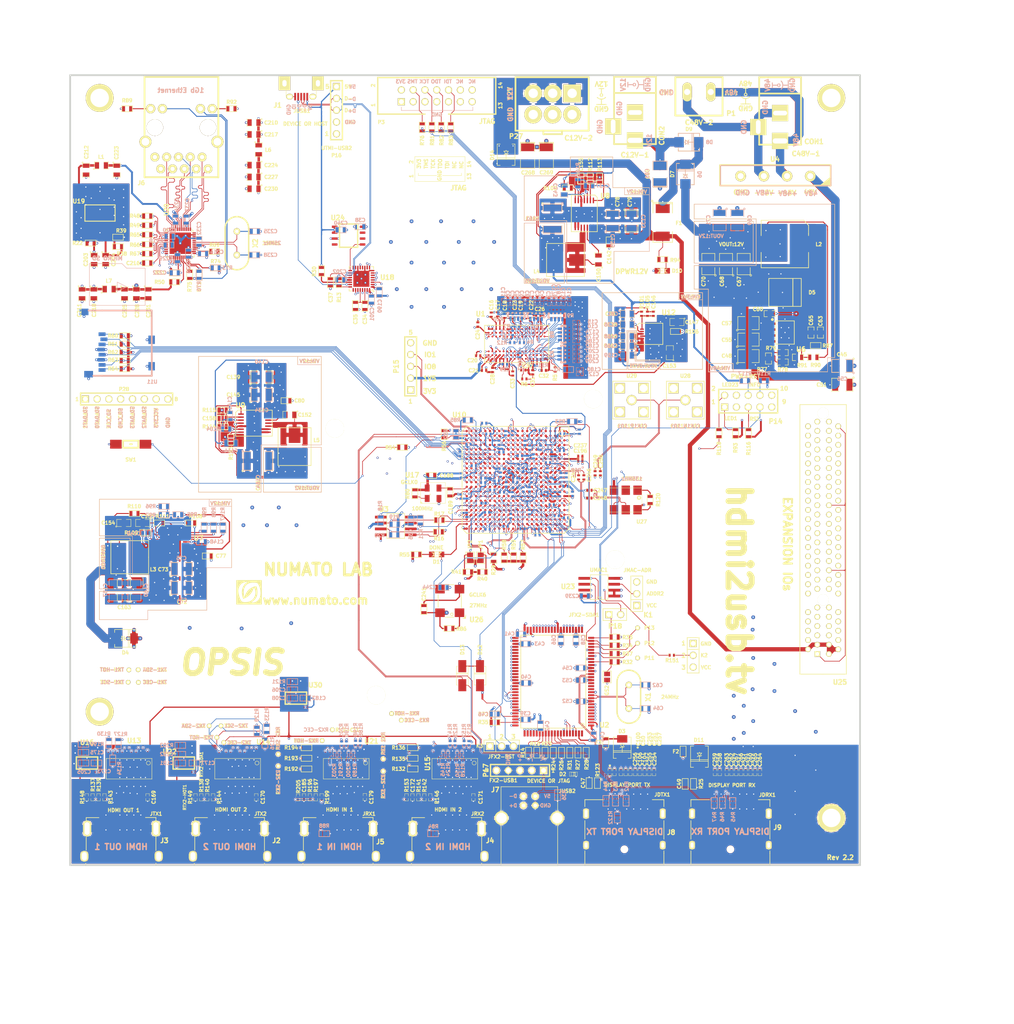
<source format=kicad_pcb>
(kicad_pcb (version 3) (host pcbnew "(2013-07-07 BZR 4022)-stable")

  (general
    (links 1859)
    (no_connects 0)
    (area 100.317583 -154.030635 377.483585 264.26414)
    (thickness 1.6002)
    (drawings 507)
    (tracks 15516)
    (zones 0)
    (modules 550)
    (nets 480)
  )

  (page A3)
  (layers
    (15 TOP signal)
    (8 GND1 power)
    (7 SIGNAL1-X signal)
    (6 SIGNAL2-Y signal)
    (5 GND2 power)
    (4 SIGNAL3-X signal)
    (3 SIGNAL4-Y signal)
    (2 GND3 power)
    (1 PWR power)
    (0 BOTTOM signal)
    (16 B.Adhes user)
    (17 F.Adhes user hide)
    (18 B.Paste user)
    (19 F.Paste user)
    (20 B.SilkS user)
    (21 F.SilkS user)
    (22 B.Mask user)
    (23 F.Mask user)
    (24 Dwgs.User user)
    (25 Cmts.User user hide)
    (26 Eco1.User user)
    (27 Eco2.User user)
    (28 Edge.Cuts user)
  )

  (setup
    (last_trace_width 0.127)
    (user_trace_width 0.127)
    (user_trace_width 0.2032)
    (user_trace_width 0.2286)
    (user_trace_width 0.254)
    (user_trace_width 0.3048)
    (user_trace_width 0.4064)
    (user_trace_width 0.5334)
    (user_trace_width 0.6096)
    (user_trace_width 0.762)
    (user_trace_width 0.9144)
    (user_trace_width 1.778)
    (trace_clearance 0.10414)
    (zone_clearance 0.127)
    (zone_45_only no)
    (trace_min 0.127)
    (segment_width 0.1)
    (edge_width 0.381)
    (via_size 0.80772)
    (via_drill 0.254)
    (via_min_size 0.4572)
    (via_min_drill 0.254)
    (user_via 0.4572 0.254)
    (user_via 0.5588 0.3048)
    (uvia_size 0.508)
    (uvia_drill 0.127)
    (uvias_allowed no)
    (uvia_min_size 0.508)
    (uvia_min_drill 0.127)
    (pcb_text_width 0.3048)
    (pcb_text_size 1.524 2.032)
    (mod_edge_width 0.381)
    (mod_text_size 1.524 1.524)
    (mod_text_width 0.3048)
    (pad_size 4.0005 4.0005)
    (pad_drill 4.0005)
    (pad_to_mask_clearance 0.254)
    (aux_axis_origin 237.47984 206.11592)
    (visible_elements 7FFFFB8F)
    (pcbplotparams
      (layerselection 284197375)
      (usegerberextensions true)
      (excludeedgelayer true)
      (linewidth 0.150000)
      (plotframeref false)
      (viasonmask false)
      (mode 1)
      (useauxorigin false)
      (hpglpennumber 1)
      (hpglpenspeed 20)
      (hpglpendiameter 15)
      (hpglpenoverlay 0)
      (psnegative false)
      (psa4output false)
      (plotreference true)
      (plotvalue true)
      (plotothertext true)
      (plotinvisibletext false)
      (padsonsilk false)
      (subtractmaskfromsilk false)
      (outputformat 1)
      (mirror false)
      (drillshape 0)
      (scaleselection 1)
      (outputdirectory "G:/Manu_Work Folder/Hdmi To Usb/2015/Nov/HDMI2USB_10-11-15_2.54pm/gerber"))
  )

  (net 0 "")
  (net 1 /DDR3/DDR0_A0)
  (net 2 /DDR3/DDR0_A1)
  (net 3 /DDR3/DDR0_A10)
  (net 4 /DDR3/DDR0_A11)
  (net 5 /DDR3/DDR0_A12)
  (net 6 /DDR3/DDR0_A13)
  (net 7 /DDR3/DDR0_A14)
  (net 8 /DDR3/DDR0_A2)
  (net 9 /DDR3/DDR0_A3)
  (net 10 /DDR3/DDR0_A4)
  (net 11 /DDR3/DDR0_A5)
  (net 12 /DDR3/DDR0_A6)
  (net 13 /DDR3/DDR0_A7)
  (net 14 /DDR3/DDR0_A8)
  (net 15 /DDR3/DDR0_A9)
  (net 16 /DDR3/DDR0_BA0)
  (net 17 /DDR3/DDR0_BA1)
  (net 18 /DDR3/DDR0_BA2)
  (net 19 /DDR3/DDR0_CAS_N)
  (net 20 /DDR3/DDR0_CKE)
  (net 21 /DDR3/DDR0_CK_N)
  (net 22 /DDR3/DDR0_CK_P)
  (net 23 /DDR3/DDR0_DQ0)
  (net 24 /DDR3/DDR0_DQ1)
  (net 25 /DDR3/DDR0_DQ10)
  (net 26 /DDR3/DDR0_DQ11)
  (net 27 /DDR3/DDR0_DQ12)
  (net 28 /DDR3/DDR0_DQ13)
  (net 29 /DDR3/DDR0_DQ14)
  (net 30 /DDR3/DDR0_DQ15)
  (net 31 /DDR3/DDR0_DQ2)
  (net 32 /DDR3/DDR0_DQ3)
  (net 33 /DDR3/DDR0_DQ4)
  (net 34 /DDR3/DDR0_DQ5)
  (net 35 /DDR3/DDR0_DQ6)
  (net 36 /DDR3/DDR0_DQ7)
  (net 37 /DDR3/DDR0_DQ8)
  (net 38 /DDR3/DDR0_DQ9)
  (net 39 /DDR3/DDR0_LDM)
  (net 40 /DDR3/DDR0_LDQS_N)
  (net 41 /DDR3/DDR0_LDQS_P)
  (net 42 /DDR3/DDR0_ODT)
  (net 43 /DDR3/DDR0_RAS_N)
  (net 44 /DDR3/DDR0_RESET_N)
  (net 45 /DDR3/DDR0_UDM)
  (net 46 /DDR3/DDR0_UDQS_N)
  (net 47 /DDR3/DDR0_UDQS_P)
  (net 48 /DDR3/DDR0_WE_N)
  (net 49 /DisplayPort/DPRXAUXCH_N)
  (net 50 /DisplayPort/DPRXAUXCH_P)
  (net 51 /DisplayPort/DPRXCONFIG1)
  (net 52 /DisplayPort/DPRXCONFIG2)
  (net 53 /DisplayPort/DPRX_LANEN0)
  (net 54 /DisplayPort/DPRX_LANEN1)
  (net 55 /DisplayPort/DPRX_LANEN2)
  (net 56 /DisplayPort/DPRX_LANEN3)
  (net 57 /DisplayPort/DPRX_LANEP0)
  (net 58 /DisplayPort/DPRX_LANEP1)
  (net 59 /DisplayPort/DPRX_LANEP2)
  (net 60 /DisplayPort/DPRX_LANEP3)
  (net 61 /DisplayPort/DPTXAUXCH_N)
  (net 62 /DisplayPort/DPTXAUXCH_P)
  (net 63 /DisplayPort/DPTXCONFIG1)
  (net 64 /DisplayPort/DPTXCONFIG2)
  (net 65 /DisplayPort/DPTX_LANEN0)
  (net 66 /DisplayPort/DPTX_LANEN1)
  (net 67 /DisplayPort/DPTX_LANEN2)
  (net 68 /DisplayPort/DPTX_LANEN3)
  (net 69 /DisplayPort/DPTX_LANEP0)
  (net 70 /DisplayPort/DPTX_LANEP1)
  (net 71 /DisplayPort/DPTX_LANEP2)
  (net 72 /DisplayPort/DPTX_LANEP3)
  (net 73 /Ethernet/AVDD3V3)
  (net 74 /Ethernet/ETH_INT_B)
  (net 75 /Ethernet/ETH_MDC)
  (net 76 /Ethernet/ETH_MDIO)
  (net 77 /Ethernet/ETH_RESET_B)
  (net 78 /Ethernet/ETH_RXCLK)
  (net 79 /Ethernet/ETH_RXCTL)
  (net 80 /Ethernet/ETH_RXD0)
  (net 81 /Ethernet/ETH_RXD1)
  (net 82 /Ethernet/ETH_RXD2)
  (net 83 /Ethernet/ETH_RXD3)
  (net 84 /Ethernet/ETH_TXCLK)
  (net 85 /Ethernet/ETH_TXCTL)
  (net 86 /Ethernet/ETH_TXD0)
  (net 87 /Ethernet/ETH_TXD1)
  (net 88 /Ethernet/ETH_TXD2)
  (net 89 /Ethernet/ETH_TXD3)
  (net 90 /Ethernet/ETH_VCC1V0)
  (net 91 /Ethernet/ETH_VCC3V3)
  (net 92 /Ethernet/LED0)
  (net 93 /Ethernet/LED1)
  (net 94 /Ethernet/MAC_SCL)
  (net 95 /Ethernet/MAC_SDA)
  (net 96 /Ethernet/MAC_WP)
  (net 97 /Ethernet/VCC1V0)
  (net 98 /Ethernet/XTAL1_50MHZ)
  (net 99 /Ethernet/XTAL2_50MHZ)
  (net 100 /FPGA_Bank_0_3/DEBUG_IO0)
  (net 101 /FPGA_Bank_0_3/DEBUG_IO1)
  (net 102 /FPGA_Bank_0_3/DIFFCLK_A0N)
  (net 103 /FPGA_Bank_0_3/DIFFCLK_A0P)
  (net 104 /FPGA_Bank_0_3/DIFFCLK_A1N)
  (net 105 /FPGA_Bank_0_3/DIFFCLK_A1P)
  (net 106 /FPGA_Bank_0_3/DIFFCLK_B0N)
  (net 107 /FPGA_Bank_0_3/DIFFCLK_B0P)
  (net 108 /FPGA_Bank_0_3/DIFFCLK_B1N)
  (net 109 /FPGA_Bank_0_3/DIFFCLK_B1P)
  (net 110 /FPGA_Bank_0_3/DIFFCLK_XN)
  (net 111 /FPGA_Bank_0_3/DIFFCLK_XP)
  (net 112 /FPGA_Bank_0_3/DIFFIO_A0N)
  (net 113 /FPGA_Bank_0_3/DIFFIO_A0P)
  (net 114 /FPGA_Bank_0_3/DIFFIO_A1N)
  (net 115 /FPGA_Bank_0_3/DIFFIO_A1P)
  (net 116 /FPGA_Bank_0_3/DIFFIO_A2N)
  (net 117 /FPGA_Bank_0_3/DIFFIO_A2P)
  (net 118 /FPGA_Bank_0_3/DIFFIO_A3N)
  (net 119 /FPGA_Bank_0_3/DIFFIO_A3P)
  (net 120 /FPGA_Bank_0_3/DIFFIO_A4N)
  (net 121 /FPGA_Bank_0_3/DIFFIO_A4P)
  (net 122 /FPGA_Bank_0_3/DIFFIO_A5N)
  (net 123 /FPGA_Bank_0_3/DIFFIO_A5P)
  (net 124 /FPGA_Bank_0_3/DIFFIO_A6N)
  (net 125 /FPGA_Bank_0_3/DIFFIO_A6P)
  (net 126 /FPGA_Bank_0_3/DIFFIO_B0N)
  (net 127 /FPGA_Bank_0_3/DIFFIO_B0P)
  (net 128 /FPGA_Bank_0_3/DIFFIO_B1N)
  (net 129 /FPGA_Bank_0_3/DIFFIO_B1P)
  (net 130 /FPGA_Bank_0_3/DIFFIO_B2N)
  (net 131 /FPGA_Bank_0_3/DIFFIO_B2P)
  (net 132 /FPGA_Bank_0_3/DIFFIO_B3N)
  (net 133 /FPGA_Bank_0_3/DIFFIO_B3P)
  (net 134 /FPGA_Bank_0_3/DIFFIO_B4N)
  (net 135 /FPGA_Bank_0_3/DIFFIO_B4P)
  (net 136 /FPGA_Bank_0_3/DIFFIO_B5N)
  (net 137 /FPGA_Bank_0_3/DIFFIO_B5P)
  (net 138 /FPGA_Bank_0_3/DIFFIO_B6N)
  (net 139 /FPGA_Bank_0_3/DIFFIO_B6P)
  (net 140 /FPGA_Bank_0_3/DIFFIO_XN)
  (net 141 /FPGA_Bank_0_3/DIFFIO_XP)
  (net 142 /FPGA_Bank_0_3/DIFFIO_YN)
  (net 143 /FPGA_Bank_0_3/DIFFIO_YP)
  (net 144 /FPGA_Bank_0_3/DIFFIO_ZN)
  (net 145 /FPGA_Bank_0_3/DIFFIO_ZP)
  (net 146 /FPGA_Bank_0_3/HSWAP)
  (net 147 /FPGA_Bank_0_3/MGT135MHz_N)
  (net 148 /FPGA_Bank_0_3/MGT135MHz_P)
  (net 149 /FPGA_Bank_0_3/MGTREFCLK0_101_N)
  (net 150 /FPGA_Bank_0_3/MGTREFCLK0_101_P)
  (net 151 /FPGA_Bank_0_3/MGTSMACLK_N)
  (net 152 /FPGA_Bank_0_3/MGTSMACLK_P)
  (net 153 /FPGA_Bank_0_3/PCIE_RESET)
  (net 154 /FPGA_Bank_0_3/PCIO0)
  (net 155 /FPGA_Bank_0_3/PCIO1)
  (net 156 /FPGA_Bank_0_3/PCIO2)
  (net 157 /FPGA_Bank_0_3/PCIO3)
  (net 158 /FPGA_Bank_0_3/SMCLK)
  (net 159 /FPGA_Bank_0_3/SMDATA)
  (net 160 /FPGA_Bank_0_3/SWITCH)
  (net 161 /FPGA_Bank_1_2/CY-IFCLK)
  (net 162 /FPGA_Bank_1_2/CYPRESS-RESET)
  (net 163 /FPGA_Bank_1_2/CY_CTL0)
  (net 164 /FPGA_Bank_1_2/CY_CTL1)
  (net 165 /FPGA_Bank_1_2/CY_CTL2)
  (net 166 /FPGA_Bank_1_2/CY_CTL3)
  (net 167 /FPGA_Bank_1_2/CY_CTL4)
  (net 168 /FPGA_Bank_1_2/CY_CTL5)
  (net 169 /FPGA_Bank_1_2/CY_FD0)
  (net 170 /FPGA_Bank_1_2/CY_FD1)
  (net 171 /FPGA_Bank_1_2/CY_FD10)
  (net 172 /FPGA_Bank_1_2/CY_FD11)
  (net 173 /FPGA_Bank_1_2/CY_FD12)
  (net 174 /FPGA_Bank_1_2/CY_FD13)
  (net 175 /FPGA_Bank_1_2/CY_FD14)
  (net 176 /FPGA_Bank_1_2/CY_FD15)
  (net 177 /FPGA_Bank_1_2/CY_FD2)
  (net 178 /FPGA_Bank_1_2/CY_FD3)
  (net 179 /FPGA_Bank_1_2/CY_FD4)
  (net 180 /FPGA_Bank_1_2/CY_FD5)
  (net 181 /FPGA_Bank_1_2/CY_FD6)
  (net 182 /FPGA_Bank_1_2/CY_FD7)
  (net 183 /FPGA_Bank_1_2/CY_FD8)
  (net 184 /FPGA_Bank_1_2/CY_FD9)
  (net 185 /FPGA_Bank_1_2/CY_INT5)
  (net 186 /FPGA_Bank_1_2/CY_PA0)
  (net 187 /FPGA_Bank_1_2/CY_PA1)
  (net 188 /FPGA_Bank_1_2/CY_PA2)
  (net 189 /FPGA_Bank_1_2/CY_PA3)
  (net 190 /FPGA_Bank_1_2/CY_PA4)
  (net 191 /FPGA_Bank_1_2/CY_PA5)
  (net 192 /FPGA_Bank_1_2/CY_PA6)
  (net 193 /FPGA_Bank_1_2/CY_PA7)
  (net 194 /FPGA_Bank_1_2/CY_PC0)
  (net 195 /FPGA_Bank_1_2/CY_PC1)
  (net 196 /FPGA_Bank_1_2/CY_PC2)
  (net 197 /FPGA_Bank_1_2/CY_PC3)
  (net 198 /FPGA_Bank_1_2/CY_PC4)
  (net 199 /FPGA_Bank_1_2/CY_PC5)
  (net 200 /FPGA_Bank_1_2/CY_PC6)
  (net 201 /FPGA_Bank_1_2/CY_PC7)
  (net 202 /FPGA_Bank_1_2/CY_RD)
  (net 203 /FPGA_Bank_1_2/CY_RD0)
  (net 204 /FPGA_Bank_1_2/CY_RD1)
  (net 205 /FPGA_Bank_1_2/CY_RD2)
  (net 206 /FPGA_Bank_1_2/CY_RD3)
  (net 207 /FPGA_Bank_1_2/CY_RD4)
  (net 208 /FPGA_Bank_1_2/CY_RD5)
  (net 209 /FPGA_Bank_1_2/CY_RXD0)
  (net 210 /FPGA_Bank_1_2/CY_RXD1)
  (net 211 /FPGA_Bank_1_2/CY_T0)
  (net 212 /FPGA_Bank_1_2/CY_TXD0)
  (net 213 /FPGA_Bank_1_2/CY_TXD1)
  (net 214 /FPGA_Bank_1_2/CY_WR)
  (net 215 /FPGA_Bank_1_2/DPRXHPD)
  (net 216 /FPGA_Bank_1_2/DPTXHPD)
  (net 217 /FPGA_Bank_1_2/FPGA_M0_CMP_MISO)
  (net 218 /FPGA_Bank_1_2/FPGA_M1)
  (net 219 /FPGA_Bank_1_2/INIT_B)
  (net 220 /FPGA_Bank_1_2/SD_CLK)
  (net 221 /FPGA_Bank_1_2/SD_CMD)
  (net 222 /FPGA_Bank_1_2/SD_DAT0)
  (net 223 /FPGA_Bank_1_2/SD_DAT1)
  (net 224 /FPGA_Bank_1_2/SD_DAT2)
  (net 225 /FPGA_Bank_1_2/SD_DAT3)
  (net 226 /FPGA_Bank_1_2/SPI_CLK)
  (net 227 /FPGA_Bank_1_2/SPI_CS_N)
  (net 228 /FPGA_Bank_1_2/SPI_D1_MISO2)
  (net 229 /FPGA_Bank_1_2/SPI_D2_MISO3)
  (net 230 /FPGA_Bank_1_2/SPI_DO_DIN_MISO1)
  (net 231 /FPGA_Bank_1_2/SPI_MOSI_CSI_N_MISO0)
  (net 232 /FPGA_Bank_1_2/TMDS_RX1_0_N)
  (net 233 /FPGA_Bank_1_2/TMDS_RX1_0_P)
  (net 234 /FPGA_Bank_1_2/TMDS_RX1_1_N)
  (net 235 /FPGA_Bank_1_2/TMDS_RX1_1_P)
  (net 236 /FPGA_Bank_1_2/TMDS_RX1_2_N)
  (net 237 /FPGA_Bank_1_2/TMDS_RX1_2_P)
  (net 238 /FPGA_Bank_1_2/TMDS_RX1_CEC)
  (net 239 /FPGA_Bank_1_2/TMDS_RX1_CLK_N)
  (net 240 /FPGA_Bank_1_2/TMDS_RX1_CLK_P)
  (net 241 /FPGA_Bank_1_2/TMDS_RX1_HOT)
  (net 242 /FPGA_Bank_1_2/TMDS_RX1_SCL)
  (net 243 /FPGA_Bank_1_2/TMDS_RX1_SDA)
  (net 244 /FPGA_Bank_1_2/TMDS_RX2_0_N)
  (net 245 /FPGA_Bank_1_2/TMDS_RX2_0_P)
  (net 246 /FPGA_Bank_1_2/TMDS_RX2_1_N)
  (net 247 /FPGA_Bank_1_2/TMDS_RX2_1_P)
  (net 248 /FPGA_Bank_1_2/TMDS_RX2_2_N)
  (net 249 /FPGA_Bank_1_2/TMDS_RX2_2_P)
  (net 250 /FPGA_Bank_1_2/TMDS_RX2_CEC)
  (net 251 /FPGA_Bank_1_2/TMDS_RX2_CLK_N)
  (net 252 /FPGA_Bank_1_2/TMDS_RX2_CLK_P)
  (net 253 /FPGA_Bank_1_2/TMDS_RX2_HOT)
  (net 254 /FPGA_Bank_1_2/TMDS_RX2_SCL)
  (net 255 /FPGA_Bank_1_2/TMDS_RX2_SDA)
  (net 256 /FPGA_Bank_1_2/TMDS_TX1_0_N)
  (net 257 /FPGA_Bank_1_2/TMDS_TX1_0_P)
  (net 258 /FPGA_Bank_1_2/TMDS_TX1_1_N)
  (net 259 /FPGA_Bank_1_2/TMDS_TX1_1_P)
  (net 260 /FPGA_Bank_1_2/TMDS_TX1_2_N)
  (net 261 /FPGA_Bank_1_2/TMDS_TX1_2_P)
  (net 262 /FPGA_Bank_1_2/TMDS_TX1_CEC)
  (net 263 /FPGA_Bank_1_2/TMDS_TX1_CLK_N)
  (net 264 /FPGA_Bank_1_2/TMDS_TX1_CLK_P)
  (net 265 /FPGA_Bank_1_2/TMDS_TX1_HOT)
  (net 266 /FPGA_Bank_1_2/TMDS_TX1_SCL)
  (net 267 /FPGA_Bank_1_2/TMDS_TX1_SDA)
  (net 268 /FPGA_Bank_1_2/TMDS_TX2_0_N)
  (net 269 /FPGA_Bank_1_2/TMDS_TX2_0_P)
  (net 270 /FPGA_Bank_1_2/TMDS_TX2_1_N)
  (net 271 /FPGA_Bank_1_2/TMDS_TX2_1_P)
  (net 272 /FPGA_Bank_1_2/TMDS_TX2_2_N)
  (net 273 /FPGA_Bank_1_2/TMDS_TX2_2_P)
  (net 274 /FPGA_Bank_1_2/TMDS_TX2_CEC)
  (net 275 /FPGA_Bank_1_2/TMDS_TX2_CLK_N)
  (net 276 /FPGA_Bank_1_2/TMDS_TX2_CLK_P)
  (net 277 /FPGA_Bank_1_2/TMDS_TX2_HOT)
  (net 278 /FPGA_Bank_1_2/TMDS_TX2_SCL)
  (net 279 /FPGA_Bank_1_2/TMDS_TX2_SDA)
  (net 280 /FPGA_Bank_1_2/USB_D0)
  (net 281 /FPGA_Bank_1_2/USB_D1)
  (net 282 /FPGA_Bank_1_2/USB_D2)
  (net 283 /FPGA_Bank_1_2/USB_D3)
  (net 284 /FPGA_Bank_1_2/USB_D4)
  (net 285 /FPGA_Bank_1_2/USB_D5)
  (net 286 /FPGA_Bank_1_2/USB_D6)
  (net 287 /FPGA_Bank_1_2/USB_D7)
  (net 288 /FPGA_Bank_1_2/USB_DIR)
  (net 289 /FPGA_Bank_1_2/USB_NXT)
  (net 290 /FPGA_Bank_1_2/USB_REFCLK)
  (net 291 /FPGA_Bank_1_2/USB_RESETB)
  (net 292 /FPGA_Bank_1_2/USB_STP)
  (net 293 /FPGA_Bank_1_2/100MHz)
  (net 294 /FPGA_Power/DONE)
  (net 295 /FPGA_Power/PROG_B)
  (net 296 /FPGA_Power/RFS)
  (net 297 /FPGA_Power/SUSPEND)
  (net 298 /FPGA_Power/TCK)
  (net 299 /FPGA_Power/TMS)
  (net 300 /FPGA_Power/VBATT)
  (net 301 /FPGA_Power/VFS)
  (net 302 /GPIOs/PRSNT)
  (net 303 /HDMI/HDMI-TX1-VCC5V0)
  (net 304 /HDMI/HDMI-TX2-VCC5V0)
  (net 305 /HDMI/HDMI_VCC5V0)
  (net 306 /HDMI/P1-CEC)
  (net 307 /HDMI/P1-HOT)
  (net 308 /HDMI/P1-SCL)
  (net 309 /HDMI/P1-SDA)
  (net 310 /HDMI/P2-CEC)
  (net 311 /HDMI/P2-HOT)
  (net 312 /HDMI/P2-SCL)
  (net 313 /HDMI/P2-SDA)
  (net 314 /HDMI/P3-CEC)
  (net 315 /HDMI/P3-HOT)
  (net 316 /HDMI/P3-SCL)
  (net 317 /HDMI/P3-SDA)
  (net 318 /HDMI/P4-CEC)
  (net 319 /HDMI/P4-HOT)
  (net 320 /HDMI/P4-SCL)
  (net 321 /HDMI/P4-SDA)
  (net 322 "/Power/Conference 12V")
  (net 323 "/Power/Consumer 12V")
  (net 324 "/Power/VIN +48V")
  (net 325 "/Power/VIN -48V")
  (net 326 "/Power/VIN 48")
  (net 327 /SPI_Flash/27MHz)
  (net 328 /SPI_Flash/RST)
  (net 329 /SPI_Flash/TDO-FPGA/TDO-JTAG)
  (net 330 /SPI_Flash/TDO-USB/TDI-FPGA)
  (net 331 /USB/CPEN)
  (net 332 /USB/CYDN)
  (net 333 /USB/CYDP)
  (net 334 /USB/CYP-RESET)
  (net 335 /USB/ID)
  (net 336 /USB/U1-SDA)
  (net 337 /USB/USB_5V)
  (net 338 /USB/USB_DM)
  (net 339 /USB/USB_DP)
  (net 340 /USB/XTALIN)
  (net 341 /USB/XTALIOUT)
  (net 342 GND)
  (net 343 N-00000178)
  (net 344 N-00000182)
  (net 345 N-00000189)
  (net 346 N-00000192)
  (net 347 N-00000193)
  (net 348 N-00000194)
  (net 349 N-00000195)
  (net 350 N-00000198)
  (net 351 N-00000199)
  (net 352 N-00000200)
  (net 353 N-00000202)
  (net 354 N-00000203)
  (net 355 N-00000205)
  (net 356 N-00000206)
  (net 357 N-00000207)
  (net 358 N-00000211)
  (net 359 N-00000213)
  (net 360 N-00000214)
  (net 361 N-00000217)
  (net 362 N-00000218)
  (net 363 N-00000232)
  (net 364 N-00000233)
  (net 365 N-00000235)
  (net 366 N-00000249)
  (net 367 N-00000250)
  (net 368 N-00000251)
  (net 369 N-00000254)
  (net 370 N-00000255)
  (net 371 N-00000256)
  (net 372 N-00000257)
  (net 373 N-00000258)
  (net 374 N-00000259)
  (net 375 N-00000260)
  (net 376 N-00000261)
  (net 377 N-00000262)
  (net 378 N-00000263)
  (net 379 N-00000266)
  (net 380 N-00000268)
  (net 381 N-00000269)
  (net 382 N-00000271)
  (net 383 N-00000275)
  (net 384 N-00000279)
  (net 385 N-00000280)
  (net 386 N-00000288)
  (net 387 N-00000289)
  (net 388 N-00000290)
  (net 389 N-00000292)
  (net 390 N-00000298)
  (net 391 N-00000300)
  (net 392 N-00000301)
  (net 393 N-00000302)
  (net 394 N-00000303)
  (net 395 N-00000304)
  (net 396 N-00000305)
  (net 397 N-00000306)
  (net 398 N-00000308)
  (net 399 N-00000309)
  (net 400 N-00000312)
  (net 401 N-00000313)
  (net 402 N-00000314)
  (net 403 N-00000316)
  (net 404 N-00000319)
  (net 405 N-00000327)
  (net 406 N-00000330)
  (net 407 N-00000331)
  (net 408 N-00000332)
  (net 409 N-00000333)
  (net 410 N-00000335)
  (net 411 N-00000336)
  (net 412 N-00000337)
  (net 413 N-00000339)
  (net 414 N-00000340)
  (net 415 N-00000341)
  (net 416 N-00000342)
  (net 417 N-00000343)
  (net 418 N-00000344)
  (net 419 N-00000345)
  (net 420 N-00000346)
  (net 421 N-00000348)
  (net 422 N-00000349)
  (net 423 N-00000350)
  (net 424 N-00000351)
  (net 425 N-00000352)
  (net 426 N-00000353)
  (net 427 N-00000354)
  (net 428 N-00000357)
  (net 429 N-00000359)
  (net 430 N-00000360)
  (net 431 N-00000361)
  (net 432 N-00000362)
  (net 433 N-00000363)
  (net 434 N-00000364)
  (net 435 N-00000365)
  (net 436 N-00000366)
  (net 437 N-00000367)
  (net 438 N-00000368)
  (net 439 N-00000369)
  (net 440 N-00000370)
  (net 441 N-00000372)
  (net 442 N-00000373)
  (net 443 N-00000377)
  (net 444 N-00000382)
  (net 445 N-00000387)
  (net 446 N-00000388)
  (net 447 N-00000391)
  (net 448 N-00000400)
  (net 449 N-00000409)
  (net 450 N-00000410)
  (net 451 N-00000411)
  (net 452 N-00000412)
  (net 453 N-00000413)
  (net 454 N-00000414)
  (net 455 N-00000415)
  (net 456 N-00000416)
  (net 457 N-00000417)
  (net 458 N-00000418)
  (net 459 N-00000419)
  (net 460 N-00000420)
  (net 461 N-00000421)
  (net 462 N-00000422)
  (net 463 N-00000424)
  (net 464 N-00000425)
  (net 465 N-00000426)
  (net 466 N-00000427)
  (net 467 N-00000428)
  (net 468 N-00000429)
  (net 469 N-00000430)
  (net 470 N-00000431)
  (net 471 N-00000432)
  (net 472 N-00000433)
  (net 473 VCC12V0)
  (net 474 VCC1V2)
  (net 475 VCC1V5)
  (net 476 VCC3V3)
  (net 477 VCC4V0)
  (net 478 VTTDDR0)
  (net 479 VTTREF)

  (net_class Default "This is the default net class."
    (clearance 0.10414)
    (trace_width 0.127)
    (via_dia 0.80772)
    (via_drill 0.254)
    (uvia_dia 0.508)
    (uvia_drill 0.127)
    (add_net "")
    (add_net /DDR3/DDR0_A0)
    (add_net /DDR3/DDR0_A1)
    (add_net /DDR3/DDR0_A10)
    (add_net /DDR3/DDR0_A11)
    (add_net /DDR3/DDR0_A12)
    (add_net /DDR3/DDR0_A13)
    (add_net /DDR3/DDR0_A14)
    (add_net /DDR3/DDR0_A2)
    (add_net /DDR3/DDR0_A3)
    (add_net /DDR3/DDR0_A4)
    (add_net /DDR3/DDR0_A5)
    (add_net /DDR3/DDR0_A6)
    (add_net /DDR3/DDR0_A7)
    (add_net /DDR3/DDR0_A8)
    (add_net /DDR3/DDR0_A9)
    (add_net /DDR3/DDR0_BA0)
    (add_net /DDR3/DDR0_BA1)
    (add_net /DDR3/DDR0_BA2)
    (add_net /DDR3/DDR0_CAS_N)
    (add_net /DDR3/DDR0_CKE)
    (add_net /DDR3/DDR0_CK_N)
    (add_net /DDR3/DDR0_CK_P)
    (add_net /DDR3/DDR0_DQ0)
    (add_net /DDR3/DDR0_DQ1)
    (add_net /DDR3/DDR0_DQ10)
    (add_net /DDR3/DDR0_DQ11)
    (add_net /DDR3/DDR0_DQ12)
    (add_net /DDR3/DDR0_DQ13)
    (add_net /DDR3/DDR0_DQ14)
    (add_net /DDR3/DDR0_DQ15)
    (add_net /DDR3/DDR0_DQ2)
    (add_net /DDR3/DDR0_DQ3)
    (add_net /DDR3/DDR0_DQ4)
    (add_net /DDR3/DDR0_DQ5)
    (add_net /DDR3/DDR0_DQ6)
    (add_net /DDR3/DDR0_DQ7)
    (add_net /DDR3/DDR0_DQ8)
    (add_net /DDR3/DDR0_DQ9)
    (add_net /DDR3/DDR0_LDM)
    (add_net /DDR3/DDR0_LDQS_N)
    (add_net /DDR3/DDR0_LDQS_P)
    (add_net /DDR3/DDR0_ODT)
    (add_net /DDR3/DDR0_RAS_N)
    (add_net /DDR3/DDR0_RESET_N)
    (add_net /DDR3/DDR0_UDM)
    (add_net /DDR3/DDR0_UDQS_N)
    (add_net /DDR3/DDR0_UDQS_P)
    (add_net /DDR3/DDR0_WE_N)
    (add_net /DisplayPort/DPRXAUXCH_N)
    (add_net /DisplayPort/DPRXAUXCH_P)
    (add_net /DisplayPort/DPRXCONFIG1)
    (add_net /DisplayPort/DPRXCONFIG2)
    (add_net /DisplayPort/DPRX_LANEN0)
    (add_net /DisplayPort/DPRX_LANEN1)
    (add_net /DisplayPort/DPRX_LANEN2)
    (add_net /DisplayPort/DPRX_LANEN3)
    (add_net /DisplayPort/DPRX_LANEP0)
    (add_net /DisplayPort/DPRX_LANEP1)
    (add_net /DisplayPort/DPRX_LANEP2)
    (add_net /DisplayPort/DPRX_LANEP3)
    (add_net /DisplayPort/DPTXAUXCH_N)
    (add_net /DisplayPort/DPTXAUXCH_P)
    (add_net /DisplayPort/DPTXCONFIG1)
    (add_net /DisplayPort/DPTXCONFIG2)
    (add_net /DisplayPort/DPTX_LANEN0)
    (add_net /DisplayPort/DPTX_LANEN1)
    (add_net /DisplayPort/DPTX_LANEN2)
    (add_net /DisplayPort/DPTX_LANEN3)
    (add_net /DisplayPort/DPTX_LANEP0)
    (add_net /DisplayPort/DPTX_LANEP1)
    (add_net /DisplayPort/DPTX_LANEP2)
    (add_net /DisplayPort/DPTX_LANEP3)
    (add_net /Ethernet/AVDD3V3)
    (add_net /Ethernet/ETH_INT_B)
    (add_net /Ethernet/ETH_MDC)
    (add_net /Ethernet/ETH_MDIO)
    (add_net /Ethernet/ETH_RESET_B)
    (add_net /Ethernet/ETH_RXCLK)
    (add_net /Ethernet/ETH_RXCTL)
    (add_net /Ethernet/ETH_RXD0)
    (add_net /Ethernet/ETH_RXD1)
    (add_net /Ethernet/ETH_RXD2)
    (add_net /Ethernet/ETH_RXD3)
    (add_net /Ethernet/ETH_TXCLK)
    (add_net /Ethernet/ETH_TXCTL)
    (add_net /Ethernet/ETH_TXD0)
    (add_net /Ethernet/ETH_TXD1)
    (add_net /Ethernet/ETH_TXD2)
    (add_net /Ethernet/ETH_TXD3)
    (add_net /Ethernet/ETH_VCC1V0)
    (add_net /Ethernet/ETH_VCC3V3)
    (add_net /Ethernet/LED0)
    (add_net /Ethernet/LED1)
    (add_net /Ethernet/MAC_SCL)
    (add_net /Ethernet/MAC_SDA)
    (add_net /Ethernet/MAC_WP)
    (add_net /Ethernet/VCC1V0)
    (add_net /Ethernet/XTAL1_50MHZ)
    (add_net /Ethernet/XTAL2_50MHZ)
    (add_net /FPGA_Bank_0_3/DEBUG_IO0)
    (add_net /FPGA_Bank_0_3/DEBUG_IO1)
    (add_net /FPGA_Bank_0_3/DIFFCLK_A0N)
    (add_net /FPGA_Bank_0_3/DIFFCLK_A0P)
    (add_net /FPGA_Bank_0_3/DIFFCLK_A1N)
    (add_net /FPGA_Bank_0_3/DIFFCLK_A1P)
    (add_net /FPGA_Bank_0_3/DIFFCLK_B0N)
    (add_net /FPGA_Bank_0_3/DIFFCLK_B0P)
    (add_net /FPGA_Bank_0_3/DIFFCLK_B1N)
    (add_net /FPGA_Bank_0_3/DIFFCLK_B1P)
    (add_net /FPGA_Bank_0_3/DIFFCLK_XN)
    (add_net /FPGA_Bank_0_3/DIFFCLK_XP)
    (add_net /FPGA_Bank_0_3/DIFFIO_A0N)
    (add_net /FPGA_Bank_0_3/DIFFIO_A0P)
    (add_net /FPGA_Bank_0_3/DIFFIO_A1N)
    (add_net /FPGA_Bank_0_3/DIFFIO_A1P)
    (add_net /FPGA_Bank_0_3/DIFFIO_A2N)
    (add_net /FPGA_Bank_0_3/DIFFIO_A2P)
    (add_net /FPGA_Bank_0_3/DIFFIO_A3N)
    (add_net /FPGA_Bank_0_3/DIFFIO_A3P)
    (add_net /FPGA_Bank_0_3/DIFFIO_A4N)
    (add_net /FPGA_Bank_0_3/DIFFIO_A4P)
    (add_net /FPGA_Bank_0_3/DIFFIO_A5N)
    (add_net /FPGA_Bank_0_3/DIFFIO_A5P)
    (add_net /FPGA_Bank_0_3/DIFFIO_A6N)
    (add_net /FPGA_Bank_0_3/DIFFIO_A6P)
    (add_net /FPGA_Bank_0_3/DIFFIO_B0N)
    (add_net /FPGA_Bank_0_3/DIFFIO_B0P)
    (add_net /FPGA_Bank_0_3/DIFFIO_B1N)
    (add_net /FPGA_Bank_0_3/DIFFIO_B1P)
    (add_net /FPGA_Bank_0_3/DIFFIO_B2N)
    (add_net /FPGA_Bank_0_3/DIFFIO_B2P)
    (add_net /FPGA_Bank_0_3/DIFFIO_B3N)
    (add_net /FPGA_Bank_0_3/DIFFIO_B3P)
    (add_net /FPGA_Bank_0_3/DIFFIO_B4N)
    (add_net /FPGA_Bank_0_3/DIFFIO_B4P)
    (add_net /FPGA_Bank_0_3/DIFFIO_B5N)
    (add_net /FPGA_Bank_0_3/DIFFIO_B5P)
    (add_net /FPGA_Bank_0_3/DIFFIO_B6N)
    (add_net /FPGA_Bank_0_3/DIFFIO_B6P)
    (add_net /FPGA_Bank_0_3/DIFFIO_XN)
    (add_net /FPGA_Bank_0_3/DIFFIO_XP)
    (add_net /FPGA_Bank_0_3/DIFFIO_YN)
    (add_net /FPGA_Bank_0_3/DIFFIO_YP)
    (add_net /FPGA_Bank_0_3/DIFFIO_ZN)
    (add_net /FPGA_Bank_0_3/DIFFIO_ZP)
    (add_net /FPGA_Bank_0_3/HSWAP)
    (add_net /FPGA_Bank_0_3/MGT135MHz_N)
    (add_net /FPGA_Bank_0_3/MGT135MHz_P)
    (add_net /FPGA_Bank_0_3/MGTREFCLK0_101_N)
    (add_net /FPGA_Bank_0_3/MGTREFCLK0_101_P)
    (add_net /FPGA_Bank_0_3/MGTSMACLK_N)
    (add_net /FPGA_Bank_0_3/MGTSMACLK_P)
    (add_net /FPGA_Bank_0_3/PCIE_RESET)
    (add_net /FPGA_Bank_0_3/PCIO0)
    (add_net /FPGA_Bank_0_3/PCIO1)
    (add_net /FPGA_Bank_0_3/PCIO2)
    (add_net /FPGA_Bank_0_3/PCIO3)
    (add_net /FPGA_Bank_0_3/SMCLK)
    (add_net /FPGA_Bank_0_3/SMDATA)
    (add_net /FPGA_Bank_0_3/SWITCH)
    (add_net /FPGA_Bank_1_2/CY-IFCLK)
    (add_net /FPGA_Bank_1_2/CYPRESS-RESET)
    (add_net /FPGA_Bank_1_2/CY_CTL0)
    (add_net /FPGA_Bank_1_2/CY_CTL1)
    (add_net /FPGA_Bank_1_2/CY_CTL2)
    (add_net /FPGA_Bank_1_2/CY_CTL3)
    (add_net /FPGA_Bank_1_2/CY_CTL4)
    (add_net /FPGA_Bank_1_2/CY_CTL5)
    (add_net /FPGA_Bank_1_2/CY_FD0)
    (add_net /FPGA_Bank_1_2/CY_FD1)
    (add_net /FPGA_Bank_1_2/CY_FD10)
    (add_net /FPGA_Bank_1_2/CY_FD11)
    (add_net /FPGA_Bank_1_2/CY_FD12)
    (add_net /FPGA_Bank_1_2/CY_FD13)
    (add_net /FPGA_Bank_1_2/CY_FD14)
    (add_net /FPGA_Bank_1_2/CY_FD15)
    (add_net /FPGA_Bank_1_2/CY_FD2)
    (add_net /FPGA_Bank_1_2/CY_FD3)
    (add_net /FPGA_Bank_1_2/CY_FD4)
    (add_net /FPGA_Bank_1_2/CY_FD5)
    (add_net /FPGA_Bank_1_2/CY_FD6)
    (add_net /FPGA_Bank_1_2/CY_FD7)
    (add_net /FPGA_Bank_1_2/CY_FD8)
    (add_net /FPGA_Bank_1_2/CY_FD9)
    (add_net /FPGA_Bank_1_2/CY_INT5)
    (add_net /FPGA_Bank_1_2/CY_PA0)
    (add_net /FPGA_Bank_1_2/CY_PA1)
    (add_net /FPGA_Bank_1_2/CY_PA2)
    (add_net /FPGA_Bank_1_2/CY_PA3)
    (add_net /FPGA_Bank_1_2/CY_PA4)
    (add_net /FPGA_Bank_1_2/CY_PA5)
    (add_net /FPGA_Bank_1_2/CY_PA6)
    (add_net /FPGA_Bank_1_2/CY_PA7)
    (add_net /FPGA_Bank_1_2/CY_PC0)
    (add_net /FPGA_Bank_1_2/CY_PC1)
    (add_net /FPGA_Bank_1_2/CY_PC2)
    (add_net /FPGA_Bank_1_2/CY_PC3)
    (add_net /FPGA_Bank_1_2/CY_PC4)
    (add_net /FPGA_Bank_1_2/CY_PC5)
    (add_net /FPGA_Bank_1_2/CY_PC6)
    (add_net /FPGA_Bank_1_2/CY_PC7)
    (add_net /FPGA_Bank_1_2/CY_RD)
    (add_net /FPGA_Bank_1_2/CY_RD0)
    (add_net /FPGA_Bank_1_2/CY_RD1)
    (add_net /FPGA_Bank_1_2/CY_RD2)
    (add_net /FPGA_Bank_1_2/CY_RD3)
    (add_net /FPGA_Bank_1_2/CY_RD4)
    (add_net /FPGA_Bank_1_2/CY_RD5)
    (add_net /FPGA_Bank_1_2/CY_RXD0)
    (add_net /FPGA_Bank_1_2/CY_RXD1)
    (add_net /FPGA_Bank_1_2/CY_T0)
    (add_net /FPGA_Bank_1_2/CY_TXD0)
    (add_net /FPGA_Bank_1_2/CY_TXD1)
    (add_net /FPGA_Bank_1_2/CY_WR)
    (add_net /FPGA_Bank_1_2/DPRXHPD)
    (add_net /FPGA_Bank_1_2/DPTXHPD)
    (add_net /FPGA_Bank_1_2/FPGA_M0_CMP_MISO)
    (add_net /FPGA_Bank_1_2/FPGA_M1)
    (add_net /FPGA_Bank_1_2/INIT_B)
    (add_net /FPGA_Bank_1_2/SD_CLK)
    (add_net /FPGA_Bank_1_2/SD_CMD)
    (add_net /FPGA_Bank_1_2/SD_DAT0)
    (add_net /FPGA_Bank_1_2/SD_DAT1)
    (add_net /FPGA_Bank_1_2/SD_DAT2)
    (add_net /FPGA_Bank_1_2/SD_DAT3)
    (add_net /FPGA_Bank_1_2/SPI_CLK)
    (add_net /FPGA_Bank_1_2/SPI_CS_N)
    (add_net /FPGA_Bank_1_2/SPI_D1_MISO2)
    (add_net /FPGA_Bank_1_2/SPI_D2_MISO3)
    (add_net /FPGA_Bank_1_2/SPI_DO_DIN_MISO1)
    (add_net /FPGA_Bank_1_2/SPI_MOSI_CSI_N_MISO0)
    (add_net /FPGA_Bank_1_2/TMDS_RX1_0_N)
    (add_net /FPGA_Bank_1_2/TMDS_RX1_0_P)
    (add_net /FPGA_Bank_1_2/TMDS_RX1_1_N)
    (add_net /FPGA_Bank_1_2/TMDS_RX1_1_P)
    (add_net /FPGA_Bank_1_2/TMDS_RX1_2_N)
    (add_net /FPGA_Bank_1_2/TMDS_RX1_2_P)
    (add_net /FPGA_Bank_1_2/TMDS_RX1_CEC)
    (add_net /FPGA_Bank_1_2/TMDS_RX1_CLK_N)
    (add_net /FPGA_Bank_1_2/TMDS_RX1_CLK_P)
    (add_net /FPGA_Bank_1_2/TMDS_RX1_HOT)
    (add_net /FPGA_Bank_1_2/TMDS_RX1_SCL)
    (add_net /FPGA_Bank_1_2/TMDS_RX1_SDA)
    (add_net /FPGA_Bank_1_2/TMDS_RX2_0_N)
    (add_net /FPGA_Bank_1_2/TMDS_RX2_0_P)
    (add_net /FPGA_Bank_1_2/TMDS_RX2_1_N)
    (add_net /FPGA_Bank_1_2/TMDS_RX2_1_P)
    (add_net /FPGA_Bank_1_2/TMDS_RX2_2_N)
    (add_net /FPGA_Bank_1_2/TMDS_RX2_2_P)
    (add_net /FPGA_Bank_1_2/TMDS_RX2_CEC)
    (add_net /FPGA_Bank_1_2/TMDS_RX2_CLK_N)
    (add_net /FPGA_Bank_1_2/TMDS_RX2_CLK_P)
    (add_net /FPGA_Bank_1_2/TMDS_RX2_HOT)
    (add_net /FPGA_Bank_1_2/TMDS_RX2_SCL)
    (add_net /FPGA_Bank_1_2/TMDS_RX2_SDA)
    (add_net /FPGA_Bank_1_2/TMDS_TX1_0_N)
    (add_net /FPGA_Bank_1_2/TMDS_TX1_0_P)
    (add_net /FPGA_Bank_1_2/TMDS_TX1_1_N)
    (add_net /FPGA_Bank_1_2/TMDS_TX1_1_P)
    (add_net /FPGA_Bank_1_2/TMDS_TX1_2_N)
    (add_net /FPGA_Bank_1_2/TMDS_TX1_2_P)
    (add_net /FPGA_Bank_1_2/TMDS_TX1_CEC)
    (add_net /FPGA_Bank_1_2/TMDS_TX1_CLK_N)
    (add_net /FPGA_Bank_1_2/TMDS_TX1_CLK_P)
    (add_net /FPGA_Bank_1_2/TMDS_TX1_HOT)
    (add_net /FPGA_Bank_1_2/TMDS_TX1_SCL)
    (add_net /FPGA_Bank_1_2/TMDS_TX1_SDA)
    (add_net /FPGA_Bank_1_2/TMDS_TX2_0_N)
    (add_net /FPGA_Bank_1_2/TMDS_TX2_0_P)
    (add_net /FPGA_Bank_1_2/TMDS_TX2_1_N)
    (add_net /FPGA_Bank_1_2/TMDS_TX2_1_P)
    (add_net /FPGA_Bank_1_2/TMDS_TX2_2_N)
    (add_net /FPGA_Bank_1_2/TMDS_TX2_2_P)
    (add_net /FPGA_Bank_1_2/TMDS_TX2_CEC)
    (add_net /FPGA_Bank_1_2/TMDS_TX2_CLK_N)
    (add_net /FPGA_Bank_1_2/TMDS_TX2_CLK_P)
    (add_net /FPGA_Bank_1_2/TMDS_TX2_HOT)
    (add_net /FPGA_Bank_1_2/TMDS_TX2_SCL)
    (add_net /FPGA_Bank_1_2/TMDS_TX2_SDA)
    (add_net /FPGA_Bank_1_2/USB_D0)
    (add_net /FPGA_Bank_1_2/USB_D1)
    (add_net /FPGA_Bank_1_2/USB_D2)
    (add_net /FPGA_Bank_1_2/USB_D3)
    (add_net /FPGA_Bank_1_2/USB_D4)
    (add_net /FPGA_Bank_1_2/USB_D5)
    (add_net /FPGA_Bank_1_2/USB_D6)
    (add_net /FPGA_Bank_1_2/USB_D7)
    (add_net /FPGA_Bank_1_2/USB_DIR)
    (add_net /FPGA_Bank_1_2/USB_NXT)
    (add_net /FPGA_Bank_1_2/USB_REFCLK)
    (add_net /FPGA_Bank_1_2/USB_RESETB)
    (add_net /FPGA_Bank_1_2/USB_STP)
    (add_net /FPGA_Bank_1_2/100MHz)
    (add_net /FPGA_Power/DONE)
    (add_net /FPGA_Power/PROG_B)
    (add_net /FPGA_Power/RFS)
    (add_net /FPGA_Power/SUSPEND)
    (add_net /FPGA_Power/TCK)
    (add_net /FPGA_Power/TMS)
    (add_net /FPGA_Power/VBATT)
    (add_net /FPGA_Power/VFS)
    (add_net /GPIOs/PRSNT)
    (add_net /HDMI/HDMI-TX1-VCC5V0)
    (add_net /HDMI/HDMI-TX2-VCC5V0)
    (add_net /HDMI/HDMI_VCC5V0)
    (add_net /HDMI/P1-CEC)
    (add_net /HDMI/P1-HOT)
    (add_net /HDMI/P1-SCL)
    (add_net /HDMI/P1-SDA)
    (add_net /HDMI/P2-CEC)
    (add_net /HDMI/P2-HOT)
    (add_net /HDMI/P2-SCL)
    (add_net /HDMI/P2-SDA)
    (add_net /HDMI/P3-CEC)
    (add_net /HDMI/P3-HOT)
    (add_net /HDMI/P3-SCL)
    (add_net /HDMI/P3-SDA)
    (add_net /HDMI/P4-CEC)
    (add_net /HDMI/P4-HOT)
    (add_net /HDMI/P4-SCL)
    (add_net /HDMI/P4-SDA)
    (add_net "/Power/Conference 12V")
    (add_net "/Power/Consumer 12V")
    (add_net "/Power/VIN +48V")
    (add_net "/Power/VIN -48V")
    (add_net "/Power/VIN 48")
    (add_net /SPI_Flash/27MHz)
    (add_net /SPI_Flash/RST)
    (add_net /SPI_Flash/TDO-FPGA/TDO-JTAG)
    (add_net /SPI_Flash/TDO-USB/TDI-FPGA)
    (add_net /USB/CPEN)
    (add_net /USB/CYDN)
    (add_net /USB/CYDP)
    (add_net /USB/CYP-RESET)
    (add_net /USB/ID)
    (add_net /USB/U1-SDA)
    (add_net /USB/USB_5V)
    (add_net /USB/USB_DM)
    (add_net /USB/USB_DP)
    (add_net /USB/XTALIN)
    (add_net /USB/XTALIOUT)
    (add_net GND)
    (add_net N-00000178)
    (add_net N-00000182)
    (add_net N-00000189)
    (add_net N-00000192)
    (add_net N-00000193)
    (add_net N-00000194)
    (add_net N-00000195)
    (add_net N-00000198)
    (add_net N-00000199)
    (add_net N-00000200)
    (add_net N-00000202)
    (add_net N-00000203)
    (add_net N-00000205)
    (add_net N-00000206)
    (add_net N-00000207)
    (add_net N-00000211)
    (add_net N-00000213)
    (add_net N-00000214)
    (add_net N-00000217)
    (add_net N-00000218)
    (add_net N-00000232)
    (add_net N-00000233)
    (add_net N-00000235)
    (add_net N-00000249)
    (add_net N-00000250)
    (add_net N-00000251)
    (add_net N-00000254)
    (add_net N-00000255)
    (add_net N-00000256)
    (add_net N-00000257)
    (add_net N-00000258)
    (add_net N-00000259)
    (add_net N-00000260)
    (add_net N-00000261)
    (add_net N-00000262)
    (add_net N-00000263)
    (add_net N-00000266)
    (add_net N-00000268)
    (add_net N-00000269)
    (add_net N-00000271)
    (add_net N-00000275)
    (add_net N-00000279)
    (add_net N-00000280)
    (add_net N-00000288)
    (add_net N-00000289)
    (add_net N-00000290)
    (add_net N-00000292)
    (add_net N-00000298)
    (add_net N-00000300)
    (add_net N-00000301)
    (add_net N-00000302)
    (add_net N-00000303)
    (add_net N-00000304)
    (add_net N-00000305)
    (add_net N-00000306)
    (add_net N-00000308)
    (add_net N-00000309)
    (add_net N-00000312)
    (add_net N-00000313)
    (add_net N-00000314)
    (add_net N-00000316)
    (add_net N-00000319)
    (add_net N-00000327)
    (add_net N-00000330)
    (add_net N-00000331)
    (add_net N-00000332)
    (add_net N-00000333)
    (add_net N-00000335)
    (add_net N-00000336)
    (add_net N-00000337)
    (add_net N-00000339)
    (add_net N-00000340)
    (add_net N-00000341)
    (add_net N-00000342)
    (add_net N-00000343)
    (add_net N-00000344)
    (add_net N-00000345)
    (add_net N-00000346)
    (add_net N-00000348)
    (add_net N-00000349)
    (add_net N-00000350)
    (add_net N-00000351)
    (add_net N-00000352)
    (add_net N-00000353)
    (add_net N-00000354)
    (add_net N-00000357)
    (add_net N-00000359)
    (add_net N-00000360)
    (add_net N-00000361)
    (add_net N-00000362)
    (add_net N-00000363)
    (add_net N-00000364)
    (add_net N-00000365)
    (add_net N-00000366)
    (add_net N-00000367)
    (add_net N-00000368)
    (add_net N-00000369)
    (add_net N-00000370)
    (add_net N-00000372)
    (add_net N-00000373)
    (add_net N-00000377)
    (add_net N-00000382)
    (add_net N-00000387)
    (add_net N-00000388)
    (add_net N-00000391)
    (add_net N-00000400)
    (add_net N-00000409)
    (add_net N-00000410)
    (add_net N-00000411)
    (add_net N-00000412)
    (add_net N-00000413)
    (add_net N-00000414)
    (add_net N-00000415)
    (add_net N-00000416)
    (add_net N-00000417)
    (add_net N-00000418)
    (add_net N-00000419)
    (add_net N-00000420)
    (add_net N-00000421)
    (add_net N-00000422)
    (add_net N-00000424)
    (add_net N-00000425)
    (add_net N-00000426)
    (add_net N-00000427)
    (add_net N-00000428)
    (add_net N-00000429)
    (add_net N-00000430)
    (add_net N-00000431)
    (add_net N-00000432)
    (add_net N-00000433)
    (add_net VCC12V0)
    (add_net VCC1V2)
    (add_net VCC1V5)
    (add_net VCC3V3)
    (add_net VCC4V0)
    (add_net VTTDDR0)
    (add_net VTTREF)
  )

  (module B560C-SMC   locked (layer TOP) (tedit 55260A96) (tstamp 54EC5CA9)
    (at 271.5148 103.572)
    (path /5489BF1E/53064E70)
    (fp_text reference D5 (at 5.8039 0) (layer F.SilkS)
      (effects (font (size 0.762 0.762) (thickness 0.1905)))
    )
    (fp_text value DIODE (at 0 5.4) (layer F.SilkS) hide
      (effects (font (size 1.5 1.5) (thickness 0.15)))
    )
    (fp_line (start 1.7 -3) (end 1.7 3) (layer F.SilkS) (width 0.15))
    (fp_line (start -3.5 -3) (end -3.5 3) (layer F.SilkS) (width 0.15))
    (fp_line (start -3.5 3) (end 3.5 3) (layer F.SilkS) (width 0.15))
    (fp_line (start 3.5 3) (end 3.5 -3) (layer F.SilkS) (width 0.15))
    (fp_line (start 0 -3) (end -3.5 -3) (layer F.SilkS) (width 0.15))
    (fp_line (start 0 -3) (end 3.5 -3) (layer F.SilkS) (width 0.15))
    (pad 1 smd rect (at -3.4 0) (size 2.5 3.3)
      (layers TOP F.Paste F.Mask)
      (net 342 GND)
    )
    (pad 2 smd rect (at 3.4 0) (size 2.5 3.3)
      (layers TOP F.Paste F.Mask)
      (net 437 N-00000367)
    )
  )

  (module pin_array_8x2 (layer TOP) (tedit 56373D7F) (tstamp 56373C69)
    (at 129.8067 126.51486)
    (descr "Double rangee de contacts 2 x 8 pins")
    (tags CONN)
    (path /52D4EB89/56385C62)
    (fp_text reference P28 (at -0.56642 -2.1209) (layer F.SilkS)
      (effects (font (size 0.762 0.762) (thickness 0.1905)))
    )
    (fp_text value eCONN_8 (at 0 3.302) (layer F.SilkS) hide
      (effects (font (size 1.016 1.016) (thickness 0.2032)))
    )
    (fp_line (start -9.906 1.27) (end -9.906 -1.27) (layer F.SilkS) (width 0.3048))
    (fp_line (start -9.906 -1.27) (end 9.906 -1.27) (layer F.SilkS) (width 0.3048))
    (fp_line (start 9.906 -1.27) (end 9.906 1.27) (layer F.SilkS) (width 0.3048))
    (fp_line (start 9.906 1.27) (end -9.906 1.27) (layer F.SilkS) (width 0.3048))
    (pad 1 thru_hole rect (at -8.89 0) (size 1.524 1.524) (drill 1.016)
      (layers *.Cu *.Mask F.SilkS)
      (net 223 /FPGA_Bank_1_2/SD_DAT1)
    )
    (pad 2 thru_hole circle (at -6.35 0) (size 1.524 1.524) (drill 1.016)
      (layers *.Cu *.Mask F.SilkS)
      (net 222 /FPGA_Bank_1_2/SD_DAT0)
    )
    (pad 3 thru_hole circle (at -3.81 0) (size 1.524 1.524) (drill 1.016)
      (layers *.Cu *.Mask F.SilkS)
      (net 220 /FPGA_Bank_1_2/SD_CLK)
    )
    (pad 4 thru_hole circle (at -1.27 0) (size 1.524 1.524) (drill 1.016)
      (layers *.Cu *.Mask F.SilkS)
      (net 221 /FPGA_Bank_1_2/SD_CMD)
    )
    (pad 5 thru_hole circle (at 1.27 0) (size 1.524 1.524) (drill 1.016)
      (layers *.Cu *.Mask F.SilkS)
      (net 225 /FPGA_Bank_1_2/SD_DAT3)
    )
    (pad 6 thru_hole circle (at 3.81 0) (size 1.524 1.524) (drill 1.016)
      (layers *.Cu *.Mask F.SilkS)
      (net 224 /FPGA_Bank_1_2/SD_DAT2)
    )
    (pad 7 thru_hole circle (at 6.35 0) (size 1.524 1.524) (drill 1.016)
      (layers *.Cu *.Mask F.SilkS)
      (net 476 VCC3V3)
    )
    (pad 8 thru_hole circle (at 8.89 0) (size 1.524 1.524) (drill 1.016)
      (layers *.Cu *.Mask F.SilkS)
      (net 342 GND)
    )
    (model Pin_Headers.3dshapes/Pin_Header_Straight_2x08_Pitch2.54mm.wrl
      (at (xyz 0 0 0))
      (scale (xyz 1 1 1))
      (rotate (xyz 0 0 0))
    )
  )

  (module SM0603   locked (layer TOP) (tedit 552604FB) (tstamp 5489474A)
    (at 226.949 202.625 270)
    (path /54899593/54AFC1F3)
    (attr smd)
    (fp_text reference R27 (at 2.607 0.026 270) (layer F.SilkS)
      (effects (font (size 0.762 0.762) (thickness 0.1905)))
    )
    (fp_text value 330R (at 0 0 270) (layer F.SilkS) hide
      (effects (font (size 0.508 0.4572) (thickness 0.1143)))
    )
    (fp_line (start -1.143 -0.635) (end 1.143 -0.635) (layer F.SilkS) (width 0.127))
    (fp_line (start 1.143 -0.635) (end 1.143 0.635) (layer F.SilkS) (width 0.127))
    (fp_line (start 1.143 0.635) (end -1.143 0.635) (layer F.SilkS) (width 0.127))
    (fp_line (start -1.143 0.635) (end -1.143 -0.635) (layer F.SilkS) (width 0.127))
    (pad 1 smd rect (at -0.762 0 270) (size 0.635 1.143)
      (layers TOP F.Paste F.Mask)
      (net 400 N-00000312)
    )
    (pad 2 smd rect (at 0.762 0 270) (size 0.635 1.143)
      (layers TOP F.Paste F.Mask)
      (net 219 /FPGA_Bank_1_2/INIT_B)
    )
    (model Resistors_SMD.3dshapes/R_0603.wrl
      (at (xyz 0 0 0.001))
      (scale (xyz 0.5 0.5 0.5))
      (rotate (xyz 0 0 0))
    )
  )

  (module Display_Port (layer TOP) (tedit 56373E02) (tstamp 54ED7967)
    (at 259.7597 215.73998)
    (descr "Display Port 1.1a")
    (tags 670-2589-1-ND)
    (path /54A2B817/54A302D5)
    (fp_text reference J9 (at 10.1346 2.9718) (layer F.SilkS)
      (effects (font (size 1.016 1.016) (thickness 0.254)))
    )
    (fp_text value DISPLAY_PORT (at 0 5.08) (layer F.SilkS) hide
      (effects (font (size 1.27 1.27) (thickness 0.254)))
    )
    (fp_line (start -8.5 -3) (end -8.5 -1.5) (layer F.SilkS) (width 0.15))
    (fp_line (start 8.5 -1.5) (end 8.5 -3) (layer F.SilkS) (width 0.15))
    (fp_line (start 8.5 5.5) (end 8.5 1.5) (layer F.SilkS) (width 0.15))
    (fp_line (start 8.5 8.5) (end 8.5 8) (layer F.SilkS) (width 0.15))
    (fp_line (start -8.5 8.5) (end -8.5 8) (layer F.SilkS) (width 0.15))
    (fp_line (start -8.5 1.5) (end -8.5 5.5) (layer F.SilkS) (width 0.15))
    (fp_line (start -8.5 -3) (end -4.5 -3) (layer F.SilkS) (width 0.15))
    (fp_line (start 6 -3) (end 8.5 -3) (layer F.SilkS) (width 0.15))
    (fp_line (start -8.5 10.96) (end -8.5 8.5) (layer F.SilkS) (width 0.15))
    (fp_line (start 8.5 10.96) (end 8.5 8.5) (layer F.SilkS) (width 0.15))
    (fp_line (start 8.45 10.96) (end -8.45 10.96) (layer F.SilkS) (width 0.15))
    (pad 12 smd rect (at 0 -2.6) (size 0.3302 2.75)
      (layers TOP F.Paste F.Mask)
      (net 456 N-00000416)
    )
    (pad 11 smd rect (at 0.5 -2.6) (size 0.3302 2.75)
      (layers TOP F.Paste F.Mask)
      (net 342 GND)
    )
    (pad 10 smd rect (at 1 -2.6) (size 0.3302 2.75)
      (layers TOP F.Paste F.Mask)
      (net 455 N-00000415)
    )
    (pad 9 smd rect (at 1.5 -2.6) (size 0.3302 2.75)
      (layers TOP F.Paste F.Mask)
      (net 454 N-00000414)
    )
    (pad 8 smd rect (at 2 -2.6) (size 0.3302 2.75)
      (layers TOP F.Paste F.Mask)
      (net 342 GND)
    )
    (pad 7 smd rect (at 2.5 -2.6) (size 0.3302 2.75)
      (layers TOP F.Paste F.Mask)
      (net 453 N-00000413)
    )
    (pad 6 smd rect (at 3 -2.6) (size 0.3302 2.75)
      (layers TOP F.Paste F.Mask)
      (net 449 N-00000409)
    )
    (pad 5 smd rect (at 3.5 -2.6) (size 0.3302 2.75)
      (layers TOP F.Paste F.Mask)
      (net 342 GND)
    )
    (pad 4 smd rect (at 4 -2.6) (size 0.3302 2.75)
      (layers TOP F.Paste F.Mask)
      (net 450 N-00000410)
    )
    (pad 3 smd rect (at 4.5 -2.6) (size 0.3302 2.75)
      (layers TOP F.Paste F.Mask)
      (net 451 N-00000411)
    )
    (pad 13 smd rect (at -0.5 -2.6) (size 0.3302 2.75)
      (layers TOP F.Paste F.Mask)
      (net 51 /DisplayPort/DPRXCONFIG1)
    )
    (pad 14 smd rect (at -1 -2.6) (size 0.3302 2.75)
      (layers TOP F.Paste F.Mask)
      (net 52 /DisplayPort/DPRXCONFIG2)
    )
    (pad 15 smd rect (at -1.5 -2.6) (size 0.3302 2.75)
      (layers TOP F.Paste F.Mask)
      (net 464 N-00000425)
    )
    (pad 16 smd rect (at -2 -2.6) (size 0.3302 2.75)
      (layers TOP F.Paste F.Mask)
      (net 342 GND)
    )
    (pad 17 smd rect (at -2.5 -2.6) (size 0.3302 2.75)
      (layers TOP F.Paste F.Mask)
      (net 463 N-00000424)
    )
    (pad 18 smd rect (at -3 -2.6) (size 0.3302 2.75)
      (layers TOP F.Paste F.Mask)
      (net 215 /FPGA_Bank_1_2/DPRXHPD)
    )
    (pad 19 smd rect (at -3.5 -2.6) (size 0.3302 2.75)
      (layers TOP F.Paste F.Mask)
      (net 342 GND)
    )
    (pad 20 smd rect (at -4 -2.6) (size 0.3302 2.75)
      (layers TOP F.Paste F.Mask)
      (net 469 N-00000430)
    )
    (pad 0 thru_hole oval (at -8.25 0) (size 1.3 2.3) (drill oval 0.65 1.65)
      (layers *.Cu *.Mask F.SilkS)
      (net 342 GND)
    )
    (pad 0 thru_hole oval (at 8.25 0) (size 1.3 2.3) (drill oval 0.65 1.65)
      (layers *.Cu *.Mask F.SilkS)
      (net 342 GND)
    )
    (pad 0 thru_hole oval (at -8.25 6.78) (size 1.3 1.9) (drill oval 0.65 1.2)
      (layers *.Cu *.Mask F.SilkS)
      (net 342 GND)
    )
    (pad 0 thru_hole oval (at 8.25 6.78) (size 1.3 1.9) (drill oval 0.65 1.2)
      (layers *.Cu *.Mask F.SilkS)
      (net 342 GND)
    )
    (pad "" np_thru_hole circle (at 0 7.68) (size 1.45 1.45) (drill 1.45)
      (layers *.Cu *.Mask F.SilkS)
    )
    (pad 2 smd rect (at 5 -2.6) (size 0.3302 2.75)
      (layers TOP F.Paste F.Mask)
      (net 342 GND)
    )
    (pad 1 smd rect (at 5.5 -2.6) (size 0.3302 2.75)
      (layers TOP F.Paste F.Mask)
      (net 452 N-00000412)
    )
  )

  (module MH-4MM   locked (layer TOP) (tedit 5624E0B1) (tstamp 56259869)
    (at 122.809 61.976)
    (descr "module 1 pin (ou trou mecanique de percage)")
    (tags DEV)
    (path 1pin)
    (fp_text reference 1PIN (at 0 -3.81) (layer F.SilkS) hide
      (effects (font (size 1.016 1.016) (thickness 0.254)))
    )
    (fp_text value P*** (at 0 2.794) (layer F.SilkS) hide
      (effects (font (size 1.016 1.016) (thickness 0.254)))
    )
    (pad "" thru_hole circle (at 1.194 -0.251) (size 6 6) (drill 3.97)
      (layers *.Cu *.Mask F.SilkS)
      (net 342 GND)
    )
  )

  (module MH-4MM   locked (layer TOP) (tedit 5624E29D) (tstamp 56259865)
    (at 277.368 260.731)
    (descr "module 1 pin (ou trou mecanique de percage)")
    (tags DEV)
    (path 1pin)
    (fp_text reference 1PIN (at 0 -3.81) (layer F.SilkS) hide
      (effects (font (size 1.016 1.016) (thickness 0.254)))
    )
    (fp_text value P*** (at 0 2.794) (layer F.SilkS) hide
      (effects (font (size 1.016 1.016) (thickness 0.254)))
    )
    (pad "" thru_hole circle (at 4.115 -44.066) (size 6 6) (drill 3.97)
      (layers *.Cu *.Mask F.SilkS)
      (net 342 GND)
    )
  )

  (module MH-4MM   locked (layer TOP) (tedit 5624E0D6) (tstamp 56259890)
    (at 301.498 40.894)
    (descr "module 1 pin (ou trou mecanique de percage)")
    (tags DEV)
    (path 1pin)
    (fp_text reference 1PIN (at 0 -3.81) (layer F.SilkS) hide
      (effects (font (size 1.016 1.016) (thickness 0.254)))
    )
    (fp_text value P*** (at 0 2.794) (layer F.SilkS) hide
      (effects (font (size 1.016 1.016) (thickness 0.254)))
    )
    (pad "" thru_hole circle (at -20.015 20.831) (size 6 6) (drill 3.97)
      (layers *.Cu *.Mask F.SilkS)
      (net 342 GND)
    )
  )

  (module GBU6B-BP   locked (layer TOP) (tedit 55F1785F) (tstamp 54D4925D)
    (at 276.9489 78.53934 180)
    (path /5489BF1E/53060B18)
    (fp_text reference U4 (at 7.5946 3.64236 180) (layer F.SilkS)
      (effects (font (size 1.016 1.016) (thickness 0.254)))
    )
    (fp_text value GBU15005-G (at 7.112 4.318 180) (layer F.SilkS) hide
      (effects (font (size 1.524 1.524) (thickness 0.3048)))
    )
    (fp_line (start -2.35 -2) (end -4.35 -0.4) (layer F.SilkS) (width 0.381))
    (fp_line (start -4.35 -0.4) (end -4.15 -1.85) (layer F.SilkS) (width 0.381))
    (fp_line (start -4.15 -1.85) (end -2.9 -1.8) (layer F.SilkS) (width 0.381))
    (fp_line (start -2.9 -1.8) (end -4.1 -1.05) (layer F.SilkS) (width 0.381))
    (fp_line (start -4.1 -1.05) (end -3.85 -1.65) (layer F.SilkS) (width 0.381))
    (fp_line (start -3.85 -1.65) (end -3.5 -1.55) (layer F.SilkS) (width 0.381))
    (fp_line (start -2.35 -2) (end -4.35 -0.55) (layer F.SilkS) (width 0.381))
    (fp_line (start -4.378 -1.432) (end -4.378 2.378) (layer F.SilkS) (width 0.381))
    (fp_line (start -4.278 2.378) (end 19.4 2.378) (layer F.SilkS) (width 0.381))
    (fp_line (start 19.422 2.318) (end 19.422 -2) (layer F.SilkS) (width 0.381))
    (fp_line (start 19.4 -2.04) (end -4.378 -2.04) (layer F.SilkS) (width 0.381))
    (fp_line (start -4.378 -2.04) (end -4.378 -1.532) (layer F.SilkS) (width 0.381))
    (pad 1 thru_hole circle (at 0 0 180) (size 2.3 2.3) (drill 1.3)
      (layers *.Cu *.Mask F.SilkS)
      (net 326 "/Power/VIN 48")
    )
    (pad 2 thru_hole circle (at 5 0 180) (size 2.3 2.3) (drill 1.3)
      (layers *.Cu *.Mask F.SilkS)
      (net 324 "/Power/VIN +48V")
    )
    (pad 3 thru_hole circle (at 10 0 180) (size 2.3 2.3) (drill 1.3)
      (layers *.Cu *.Mask F.SilkS)
      (net 325 "/Power/VIN -48V")
    )
    (pad 4 thru_hole circle (at 15 0 180) (size 2.3 2.3) (drill 1.3)
      (layers *.Cu *.Mask F.SilkS)
      (net 342 GND)
    )
  )

  (module "QFN48(RTL8211E)"   locked (layer TOP) (tedit 55F00435) (tstamp 52EF7BA9)
    (at 141.353 92.989 270)
    (path /54886DFB/5475675F)
    (attr smd)
    (fp_text reference U20 (at -7.2108 2.9698 270) (layer F.SilkS)
      (effects (font (size 0.889 0.889) (thickness 0.22225)))
    )
    (fp_text value RTL8211E-VB (at 4.699 -3.81 270) (layer F.SilkS) hide
      (effects (font (size 0.762 0.635) (thickness 0.1524)))
    )
    (fp_circle (center -2.54 -2.52) (end -2.43 -2.5) (layer F.SilkS) (width 0.075))
    (fp_line (start 3 -3) (end 3 -2.45) (layer F.SilkS) (width 0.15))
    (fp_line (start 2.45 -3) (end 3 -3) (layer F.SilkS) (width 0.15))
    (fp_line (start 3 2.45) (end 3 3) (layer F.SilkS) (width 0.15))
    (fp_line (start 3 3) (end 2.45 3) (layer F.SilkS) (width 0.15))
    (fp_line (start -3 3) (end -3 2.45) (layer F.SilkS) (width 0.15))
    (fp_line (start -2.45 -3) (end -3 -2.45) (layer F.SilkS) (width 0.127))
    (fp_line (start -2.45 3) (end -3 3) (layer F.SilkS) (width 0.15))
    (pad 1 smd rect (at -3 -2.2 270) (size 0.75 0.24892)
      (layers TOP F.Paste F.Mask)
      (net 374 N-00000259)
    )
    (pad 2 smd rect (at -3 -1.8 270) (size 0.75 0.24892)
      (layers TOP F.Paste F.Mask)
      (net 376 N-00000261)
    )
    (pad 3 smd rect (at -3 -1.4 270) (size 0.75 0.24892)
      (layers TOP F.Paste F.Mask)
      (net 90 /Ethernet/ETH_VCC1V0)
    )
    (pad 4 smd rect (at -3 -1 270) (size 0.75 0.24892)
      (layers TOP F.Paste F.Mask)
      (net 377 N-00000262)
    )
    (pad 5 smd rect (at -3 -0.6 270) (size 0.75 0.24892)
      (layers TOP F.Paste F.Mask)
      (net 368 N-00000251)
    )
    (pad 6 smd rect (at -3 -0.2 270) (size 0.75 0.24892)
      (layers TOP F.Paste F.Mask)
      (net 73 /Ethernet/AVDD3V3)
    )
    (pad 7 smd rect (at -3 0.2 270) (size 0.75 0.24892)
      (layers TOP F.Paste F.Mask)
      (net 370 N-00000255)
    )
    (pad 8 smd rect (at -3 0.6 270) (size 0.75 0.24892)
      (layers TOP F.Paste F.Mask)
      (net 371 N-00000256)
    )
    (pad 9 smd rect (at -3 1 270) (size 0.75 0.24892)
      (layers TOP F.Paste F.Mask)
      (net 90 /Ethernet/ETH_VCC1V0)
    )
    (pad 10 smd rect (at -3 1.4 270) (size 0.75 0.24892)
      (layers TOP F.Paste F.Mask)
      (net 372 N-00000257)
    )
    (pad 11 smd rect (at -3 1.8 270) (size 0.75 0.24892)
      (layers TOP F.Paste F.Mask)
      (net 369 N-00000254)
    )
    (pad 12 smd rect (at -3 2.2 270) (size 0.75 0.24892)
      (layers TOP F.Paste F.Mask)
    )
    (pad 33 smd rect (at 3 -1 270) (size 0.75 0.24892)
      (layers TOP F.Paste F.Mask)
    )
    (pad 34 smd rect (at 3 -1.4 270) (size 0.75 0.24892)
      (layers TOP F.Paste F.Mask)
      (net 375 N-00000260)
    )
    (pad 35 smd rect (at 3 -1.8 270) (size 0.75 0.24892)
      (layers TOP F.Paste F.Mask)
      (net 378 N-00000263)
    )
    (pad 36 smd rect (at 3 -2.2 270) (size 0.75 0.24892)
      (layers TOP F.Paste F.Mask)
      (net 90 /Ethernet/ETH_VCC1V0)
    )
    (pad 17 smd rect (at -0.6 3 270) (size 0.24892 0.75)
      (layers TOP F.Paste F.Mask)
      (net 82 /Ethernet/ETH_RXD2)
    )
    (pad 18 smd rect (at -0.2 3 270) (size 0.24892 0.75)
      (layers TOP F.Paste F.Mask)
      (net 83 /Ethernet/ETH_RXD3)
    )
    (pad 19 smd rect (at 0.2 3 270) (size 0.24892 0.75)
      (layers TOP F.Paste F.Mask)
      (net 78 /Ethernet/ETH_RXCLK)
    )
    (pad 20 smd rect (at 0.6 3 270) (size 0.24892 0.75)
      (layers TOP F.Paste F.Mask)
      (net 74 /Ethernet/ETH_INT_B)
    )
    (pad 21 smd rect (at 1 3 270) (size 0.24892 0.75)
      (layers TOP F.Paste F.Mask)
      (net 91 /Ethernet/ETH_VCC3V3)
    )
    (pad 22 smd rect (at 1.4 3 270) (size 0.24892 0.75)
      (layers TOP F.Paste F.Mask)
      (net 84 /Ethernet/ETH_TXCLK)
    )
    (pad 23 smd rect (at 1.8 3 270) (size 0.24892 0.75)
      (layers TOP F.Paste F.Mask)
      (net 86 /Ethernet/ETH_TXD0)
    )
    (pad 24 smd rect (at 2.2 3 270) (size 0.24892 0.75)
      (layers TOP F.Paste F.Mask)
      (net 87 /Ethernet/ETH_TXD1)
    )
    (pad P smd rect (at 0 0 270) (size 4.6 4.6)
      (layers TOP F.Paste F.Mask)
      (net 342 GND)
    )
    (pad 13 smd rect (at -2.2 3 270) (size 0.24892 0.75)
      (layers TOP F.Paste F.Mask)
      (net 79 /Ethernet/ETH_RXCTL)
    )
    (pad 14 smd rect (at -1.8 3 270) (size 0.24892 0.75)
      (layers TOP F.Paste F.Mask)
      (net 80 /Ethernet/ETH_RXD0)
    )
    (pad 15 smd rect (at -1.4 3 270) (size 0.24892 0.75)
      (layers TOP F.Paste F.Mask)
      (net 91 /Ethernet/ETH_VCC3V3)
    )
    (pad 16 smd rect (at -1 3 270) (size 0.24892 0.75)
      (layers TOP F.Paste F.Mask)
      (net 81 /Ethernet/ETH_RXD1)
    )
    (pad 25 smd rect (at 3 2.2 270) (size 0.75 0.24892)
      (layers TOP F.Paste F.Mask)
      (net 88 /Ethernet/ETH_TXD2)
    )
    (pad 26 smd rect (at 3 1.8 270) (size 0.75 0.24892)
      (layers TOP F.Paste F.Mask)
      (net 89 /Ethernet/ETH_TXD3)
    )
    (pad 27 smd rect (at 3 1.4 270) (size 0.75 0.24892)
      (layers TOP F.Paste F.Mask)
      (net 85 /Ethernet/ETH_TXCTL)
    )
    (pad 28 smd rect (at 3 1 270) (size 0.75 0.24892)
      (layers TOP F.Paste F.Mask)
      (net 90 /Ethernet/ETH_VCC1V0)
    )
    (pad 29 smd rect (at 3 0.6 270) (size 0.75 0.24892)
      (layers TOP F.Paste F.Mask)
      (net 77 /Ethernet/ETH_RESET_B)
    )
    (pad 30 smd rect (at 3 0.2 270) (size 0.75 0.24892)
      (layers TOP F.Paste F.Mask)
      (net 75 /Ethernet/ETH_MDC)
    )
    (pad 31 smd rect (at 3 -0.2 270) (size 0.75 0.24892)
      (layers TOP F.Paste F.Mask)
      (net 76 /Ethernet/ETH_MDIO)
    )
    (pad 32 smd rect (at 3 -0.6 270) (size 0.75 0.24892)
      (layers TOP F.Paste F.Mask)
      (net 379 N-00000266)
    )
    (pad 37 smd rect (at 2.2 -3 270) (size 0.24892 0.75)
      (layers TOP F.Paste F.Mask)
      (net 91 /Ethernet/ETH_VCC3V3)
    )
    (pad 38 smd rect (at 1.8 -3 270) (size 0.24892 0.75)
      (layers TOP F.Paste F.Mask)
      (net 342 GND)
    )
    (pad 39 smd rect (at 1.4 -3 270) (size 0.24892 0.75)
      (layers TOP F.Paste F.Mask)
      (net 373 N-00000258)
    )
    (pad 40 smd rect (at 1 -3 270) (size 0.24892 0.75)
      (layers TOP F.Paste F.Mask)
      (net 90 /Ethernet/ETH_VCC1V0)
    )
    (pad 41 smd rect (at 0.6 -3 270) (size 0.24892 0.75)
      (layers TOP F.Paste F.Mask)
      (net 73 /Ethernet/AVDD3V3)
    )
    (pad 42 smd rect (at 0.2 -3 270) (size 0.24892 0.75)
      (layers TOP F.Paste F.Mask)
      (net 98 /Ethernet/XTAL1_50MHZ)
    )
    (pad 43 smd rect (at -0.2 -3 270) (size 0.24892 0.75)
      (layers TOP F.Paste F.Mask)
      (net 99 /Ethernet/XTAL2_50MHZ)
    )
    (pad 44 smd rect (at -0.6 -3 270) (size 0.24892 0.75)
      (layers TOP F.Paste F.Mask)
    )
    (pad 45 smd rect (at -1 -3 270) (size 0.24892 0.75)
      (layers TOP F.Paste F.Mask)
    )
    (pad 46 smd rect (at -1.4 -3 270) (size 0.24892 0.75)
      (layers TOP F.Paste F.Mask)
    )
    (pad 47 smd rect (at -1.8 -3 270) (size 0.24892 0.75)
      (layers TOP F.Paste F.Mask)
      (net 342 GND)
    )
    (pad 48 smd rect (at -2.2 -3 270) (size 0.24892 0.75)
      (layers TOP F.Paste F.Mask)
    )
  )

  (module MICRO_USB_B   locked (layer TOP) (tedit 56373DAB) (tstamp 55F15698)
    (at 167.386 58.166 180)
    (path /54899593/54AFC1D7)
    (fp_text reference J1 (at 5.08 -5.13 180) (layer F.SilkS)
      (effects (font (size 1.016 1.016) (thickness 0.254)))
    )
    (fp_text value USB_MICRO_B (at -0.02 2.42 180) (layer F.SilkS) hide
      (effects (font (size 0.5 0.5) (thickness 0.1)))
    )
    (fp_line (start 3.25 1.3) (end 3.25 0.6) (layer F.SilkS) (width 0.1))
    (fp_line (start 3.25 -3.3) (end 3.25 -1.45) (layer F.SilkS) (width 0.1))
    (fp_line (start -3.25 0.8) (end -3.25 0.6) (layer F.SilkS) (width 0.1))
    (fp_line (start -3.25 -3.3) (end -3.25 -1.5) (layer F.SilkS) (width 0.1))
    (fp_line (start -3.25 0.8) (end -3.25 1.31) (layer F.SilkS) (width 0.1))
    (fp_line (start -3.25 1.31) (end 3.23 1.31) (layer F.SilkS) (width 0.1))
    (pad 0 thru_hole rect (at -3.6 -0.4 180) (size 2.5 3) (drill oval 0.9 1.4)
      (layers *.Cu *.Mask F.SilkS)
      (net 342 GND)
      (clearance 0.01)
    )
    (pad 0 thru_hole rect (at 3.6 -0.4 180) (size 2.5 3) (drill oval 0.9 1.4)
      (layers *.Cu *.Mask F.SilkS)
      (net 342 GND)
      (clearance 0.01)
    )
    (pad 3 smd rect (at 0 -3.275 180) (size 0.4 1.6)
      (layers TOP F.Paste F.Mask)
      (net 339 /USB/USB_DP)
    )
    (pad 4 smd rect (at 0.65 -3.275 180) (size 0.4 1.6)
      (layers TOP F.Paste F.Mask)
      (net 335 /USB/ID)
    )
    (pad 2 smd rect (at -0.65 -3.275 180) (size 0.4 1.6)
      (layers TOP F.Paste F.Mask)
      (net 338 /USB/USB_DM)
    )
    (pad 5 smd rect (at 1.3 -3.275 180) (size 0.4 1.6)
      (layers TOP F.Paste F.Mask)
      (net 342 GND)
    )
    (pad 1 smd rect (at -1.3 -3.275 180) (size 0.4 1.6)
      (layers TOP F.Paste F.Mask)
      (net 337 /USB/USB_5V)
    )
    (pad 0 thru_hole oval (at -2.5 -3.275 180) (size 1.45 1.2) (drill oval 1 0.6)
      (layers *.Cu *.Mask F.SilkS)
      (net 342 GND)
    )
    (pad 0 thru_hole oval (at 2.5 -3.275 180) (size 1.45 1.2) (drill oval 1 0.6)
      (layers *.Cu *.Mask F.SilkS)
      (net 342 GND)
    )
  )

  (module SSOP38_ip4776   locked (layer TOP) (tedit 55F17CA3) (tstamp 54D48B90)
    (at 130.3469 206.0788 180)
    (descr SSOP56)
    (path /548A04AA/51D77BB1)
    (attr smd)
    (fp_text reference U13 (at -1.0727 6.0284 180) (layer F.SilkS)
      (effects (font (size 1.016 1.016) (thickness 0.254)))
    )
    (fp_text value IP4776CZ38 (at 0.29972 0.55118 180) (layer F.SilkS) hide
      (effects (font (size 0.50038 0.50038) (thickness 0.09906)))
    )
    (fp_line (start -4.91 2.25) (end -4.9 -2.22) (layer F.SilkS) (width 0.1))
    (fp_circle (center -4.15 1.23) (end -3.84 1.52) (layer F.SilkS) (width 0.1))
    (fp_line (start -4.92 -2.2) (end 4.93 -2.2) (layer F.SilkS) (width 0.1))
    (fp_line (start 4.93 -2.19) (end 4.93 2.2) (layer F.SilkS) (width 0.1))
    (fp_line (start 4.93 2.2) (end -4.91 2.2) (layer F.SilkS) (width 0.1))
    (pad 1 smd rect (at -4.5 2.85 180) (size 0.25908 1.5)
      (layers TOP F.Paste F.Mask)
      (net 305 /HDMI/HDMI_VCC5V0)
    )
    (pad 2 smd rect (at -4 2.85 180) (size 0.25908 1.5)
      (layers TOP F.Paste F.Mask)
      (net 476 VCC3V3)
    )
    (pad 3 smd rect (at -3.5 2.85 180) (size 0.25908 1.5)
      (layers TOP F.Paste F.Mask)
      (net 342 GND)
    )
    (pad 4 smd rect (at -3 2.85 180) (size 0.25908 1.5)
      (layers TOP F.Paste F.Mask)
      (net 261 /FPGA_Bank_1_2/TMDS_TX1_2_P)
    )
    (pad 5 smd rect (at -2.5 2.85 180) (size 0.25908 1.5)
      (layers TOP F.Paste F.Mask)
      (net 342 GND)
    )
    (pad 6 smd rect (at -2 2.85 180) (size 0.25908 1.5)
      (layers TOP F.Paste F.Mask)
      (net 260 /FPGA_Bank_1_2/TMDS_TX1_2_N)
    )
    (pad 7 smd rect (at -1.5 2.85 180) (size 0.25908 1.5)
      (layers TOP F.Paste F.Mask)
      (net 259 /FPGA_Bank_1_2/TMDS_TX1_1_P)
    )
    (pad 8 smd rect (at -1 2.85 180) (size 0.25908 1.5)
      (layers TOP F.Paste F.Mask)
      (net 342 GND)
    )
    (pad 9 smd rect (at -0.5 2.85 180) (size 0.25908 1.5)
      (layers TOP F.Paste F.Mask)
      (net 258 /FPGA_Bank_1_2/TMDS_TX1_1_N)
    )
    (pad 10 smd rect (at 0 2.85 180) (size 0.25908 1.5)
      (layers TOP F.Paste F.Mask)
      (net 257 /FPGA_Bank_1_2/TMDS_TX1_0_P)
    )
    (pad 11 smd rect (at 0.5 2.85 180) (size 0.25908 1.5)
      (layers TOP F.Paste F.Mask)
      (net 342 GND)
    )
    (pad 12 smd rect (at 1 2.85 180) (size 0.25908 1.5)
      (layers TOP F.Paste F.Mask)
      (net 256 /FPGA_Bank_1_2/TMDS_TX1_0_N)
    )
    (pad 13 smd rect (at 1.5 2.85 180) (size 0.25908 1.5)
      (layers TOP F.Paste F.Mask)
      (net 264 /FPGA_Bank_1_2/TMDS_TX1_CLK_P)
    )
    (pad 14 smd rect (at 2 2.85 180) (size 0.25908 1.5)
      (layers TOP F.Paste F.Mask)
      (net 342 GND)
    )
    (pad 15 smd rect (at 2.5 2.85 180) (size 0.25908 1.5)
      (layers TOP F.Paste F.Mask)
      (net 263 /FPGA_Bank_1_2/TMDS_TX1_CLK_N)
    )
    (pad 16 smd rect (at 3 2.85 180) (size 0.25908 1.5)
      (layers TOP F.Paste F.Mask)
      (net 262 /FPGA_Bank_1_2/TMDS_TX1_CEC)
    )
    (pad 17 smd rect (at 3.5 2.85 180) (size 0.25908 1.5)
      (layers TOP F.Paste F.Mask)
      (net 266 /FPGA_Bank_1_2/TMDS_TX1_SCL)
    )
    (pad 18 smd rect (at 4 2.85 180) (size 0.25908 1.5)
      (layers TOP F.Paste F.Mask)
      (net 267 /FPGA_Bank_1_2/TMDS_TX1_SDA)
    )
    (pad 19 smd rect (at 4.5 2.85 180) (size 0.25908 1.5)
      (layers TOP F.Paste F.Mask)
      (net 265 /FPGA_Bank_1_2/TMDS_TX1_HOT)
    )
    (pad 24 smd rect (at 2.5 -2.85 180) (size 0.25908 1.5)
      (layers TOP F.Paste F.Mask)
      (net 263 /FPGA_Bank_1_2/TMDS_TX1_CLK_N)
    )
    (pad 23 smd rect (at 3 -2.85 180) (size 0.25908 1.5)
      (layers TOP F.Paste F.Mask)
      (net 310 /HDMI/P2-CEC)
    )
    (pad 22 smd rect (at 3.5 -2.85 180) (size 0.25908 1.5)
      (layers TOP F.Paste F.Mask)
      (net 312 /HDMI/P2-SCL)
    )
    (pad 21 smd rect (at 4 -2.85 180) (size 0.25908 1.5)
      (layers TOP F.Paste F.Mask)
      (net 313 /HDMI/P2-SDA)
    )
    (pad 25 smd rect (at 2 -2.85 180) (size 0.25908 1.5)
      (layers TOP F.Paste F.Mask)
      (net 342 GND)
    )
    (pad 26 smd rect (at 1.5 -2.85 180) (size 0.25908 1.5)
      (layers TOP F.Paste F.Mask)
      (net 264 /FPGA_Bank_1_2/TMDS_TX1_CLK_P)
    )
    (pad 27 smd rect (at 1 -2.85 180) (size 0.25908 1.5)
      (layers TOP F.Paste F.Mask)
      (net 256 /FPGA_Bank_1_2/TMDS_TX1_0_N)
    )
    (pad 28 smd rect (at 0.5 -2.85 180) (size 0.25908 1.5)
      (layers TOP F.Paste F.Mask)
      (net 342 GND)
    )
    (pad 29 smd rect (at 0 -2.85 180) (size 0.25908 1.5)
      (layers TOP F.Paste F.Mask)
      (net 257 /FPGA_Bank_1_2/TMDS_TX1_0_P)
    )
    (pad 30 smd rect (at -0.5 -2.85 180) (size 0.25908 1.5)
      (layers TOP F.Paste F.Mask)
      (net 258 /FPGA_Bank_1_2/TMDS_TX1_1_N)
    )
    (pad 31 smd rect (at -1 -2.85 180) (size 0.25908 1.5)
      (layers TOP F.Paste F.Mask)
      (net 342 GND)
    )
    (pad 32 smd rect (at -1.5 -2.85 180) (size 0.25908 1.5)
      (layers TOP F.Paste F.Mask)
      (net 259 /FPGA_Bank_1_2/TMDS_TX1_1_P)
    )
    (pad 33 smd rect (at -2 -2.85 180) (size 0.25908 1.5)
      (layers TOP F.Paste F.Mask)
      (net 260 /FPGA_Bank_1_2/TMDS_TX1_2_N)
    )
    (pad 34 smd rect (at -2.5 -2.85 180) (size 0.25908 1.5)
      (layers TOP F.Paste F.Mask)
      (net 342 GND)
    )
    (pad 35 smd rect (at -3 -2.85 180) (size 0.25908 1.5)
      (layers TOP F.Paste F.Mask)
      (net 261 /FPGA_Bank_1_2/TMDS_TX1_2_P)
    )
    (pad 20 smd rect (at 4.5 -2.85 180) (size 0.25908 1.5)
      (layers TOP F.Paste F.Mask)
      (net 311 /HDMI/P2-HOT)
    )
    (pad 36 smd rect (at -3.5 -2.85 180) (size 0.25908 1.5)
      (layers TOP F.Paste F.Mask)
      (net 342 GND)
    )
    (pad 37 smd rect (at -4 -2.85 180) (size 0.25908 1.5)
      (layers TOP F.Paste F.Mask)
      (net 447 N-00000391)
    )
    (pad 38 smd rect (at -4.5 -2.85 180) (size 0.25908 1.5)
      (layers TOP F.Paste F.Mask)
    )
  )

  (module "DO-214AC(SMA)"   locked (layer BOTTOM) (tedit 55F282CC) (tstamp 55F16899)
    (at 250.825 71.247)
    (descr "DO-214AC (SMA)  PACKAGE.")
    (tags "DO-214AC SMA")
    (path /5489BF1E/532F2950)
    (attr smd)
    (fp_text reference D8 (at 4.4196 0) (layer B.SilkS)
      (effects (font (size 0.762 0.762) (thickness 0.1905)) (justify mirror))
    )
    (fp_text value DIODESCH (at 0 -2.79908) (layer B.SilkS) hide
      (effects (font (size 1.00076 1.00076) (thickness 0.11938)) (justify mirror))
    )
    (fp_line (start -0.762 0) (end -0.9652 0) (layer B.SilkS) (width 0.127))
    (fp_line (start -2.286 1.905) (end 2.286 1.905) (layer B.SilkS) (width 0.127))
    (fp_line (start 2.286 1.905) (end 2.286 1.27) (layer B.SilkS) (width 0.127))
    (fp_line (start 0.6604 -1.905) (end 0.6604 1.905) (layer B.SilkS) (width 0.127))
    (fp_line (start 0.9906 -1.905) (end 0.9906 1.905) (layer B.SilkS) (width 0.127))
    (fp_line (start -2.286 -1.27) (end -2.286 -1.905) (layer B.SilkS) (width 0.127))
    (fp_line (start -2.286 -1.905) (end 2.286 -1.905) (layer B.SilkS) (width 0.127))
    (fp_line (start 2.286 -1.905) (end 2.286 -1.27) (layer B.SilkS) (width 0.127))
    (fp_line (start -2.286 1.27) (end -2.286 1.905) (layer B.SilkS) (width 0.127))
    (fp_line (start -0.127 0) (end -0.762 0.47498) (layer B.SilkS) (width 0.127))
    (fp_line (start -0.762 0.47498) (end -0.762 0) (layer B.SilkS) (width 0.127))
    (fp_line (start -0.762 0) (end -0.762 -0.47498) (layer B.SilkS) (width 0.127))
    (fp_line (start -0.762 -0.47498) (end -0.127 0) (layer B.SilkS) (width 0.127))
    (fp_line (start -0.127 0) (end -0.127 0.3175) (layer B.SilkS) (width 0.127))
    (fp_line (start -0.127 0.3175) (end -0.28448 0.47498) (layer B.SilkS) (width 0.127))
    (fp_line (start -0.127 0) (end -0.127 -0.3175) (layer B.SilkS) (width 0.127))
    (fp_line (start -0.127 -0.3175) (end 0.03048 -0.47498) (layer B.SilkS) (width 0.127))
    (fp_line (start -0.127 0) (end 0.98298 0) (layer B.SilkS) (width 0.127))
    (pad 1 smd rect (at -2.1 0) (size 2 2.19964)
      (layers BOTTOM B.Paste B.Mask)
      (net 323 "/Power/Consumer 12V")
    )
    (pad 2 smd rect (at 2.1 0) (size 2 2.19964)
      (layers BOTTOM B.Paste B.Mask)
      (net 441 N-00000372)
    )
    (model SMD_Packages.3dshapes/DO-214-AC_SMA.wrl
      (at (xyz 0 0 0))
      (scale (xyz 0.95 0.95 0.95))
      (rotate (xyz 0 0 0))
    )
  )

  (module "DO-214AC(SMA)"   locked (layer BOTTOM) (tedit 56405925) (tstamp 5522145D)
    (at 250.063 78.105 90)
    (descr "DO-214AC (SMA)  PACKAGE.")
    (tags "DO-214AC SMA")
    (path /5489BF1E/532F293D)
    (attr smd)
    (fp_text reference D6 (at -0.07 3.087 90) (layer B.SilkS)
      (effects (font (size 0.762 0.762) (thickness 0.1905)) (justify mirror))
    )
    (fp_text value DIODESCH (at 0 -2.79908 90) (layer B.SilkS) hide
      (effects (font (size 1.00076 1.00076) (thickness 0.11938)) (justify mirror))
    )
    (fp_line (start -0.762 0) (end -0.9652 0) (layer B.SilkS) (width 0.127))
    (fp_line (start -2.286 1.905) (end 2.286 1.905) (layer B.SilkS) (width 0.127))
    (fp_line (start 2.286 1.905) (end 2.286 1.27) (layer B.SilkS) (width 0.127))
    (fp_line (start 0.6604 -1.905) (end 0.6604 1.905) (layer B.SilkS) (width 0.127))
    (fp_line (start 0.9906 -1.905) (end 0.9906 1.905) (layer B.SilkS) (width 0.127))
    (fp_line (start -2.286 -1.27) (end -2.286 -1.905) (layer B.SilkS) (width 0.127))
    (fp_line (start -2.286 -1.905) (end 2.286 -1.905) (layer B.SilkS) (width 0.127))
    (fp_line (start 2.286 -1.905) (end 2.286 -1.27) (layer B.SilkS) (width 0.127))
    (fp_line (start -2.286 1.27) (end -2.286 1.905) (layer B.SilkS) (width 0.127))
    (fp_line (start -0.127 0) (end -0.762 0.47498) (layer B.SilkS) (width 0.127))
    (fp_line (start -0.762 0.47498) (end -0.762 0) (layer B.SilkS) (width 0.127))
    (fp_line (start -0.762 0) (end -0.762 -0.47498) (layer B.SilkS) (width 0.127))
    (fp_line (start -0.762 -0.47498) (end -0.127 0) (layer B.SilkS) (width 0.127))
    (fp_line (start -0.127 0) (end -0.127 0.3175) (layer B.SilkS) (width 0.127))
    (fp_line (start -0.127 0.3175) (end -0.28448 0.47498) (layer B.SilkS) (width 0.127))
    (fp_line (start -0.127 0) (end -0.127 -0.3175) (layer B.SilkS) (width 0.127))
    (fp_line (start -0.127 -0.3175) (end 0.03048 -0.47498) (layer B.SilkS) (width 0.127))
    (fp_line (start -0.127 0) (end 0.98298 0) (layer B.SilkS) (width 0.127))
    (pad 1 smd rect (at -2.1 0 90) (size 2 2.19964)
      (layers BOTTOM B.Paste B.Mask)
      (net 322 "/Power/Conference 12V")
    )
    (pad 2 smd rect (at 2.1 0 90) (size 2 2.19964)
      (layers BOTTOM B.Paste B.Mask)
      (net 441 N-00000372)
    )
    (model SMD_Packages.3dshapes/DO-214-AC_SMA.wrl
      (at (xyz 0 0 0))
      (scale (xyz 0.95 0.95 0.95))
      (rotate (xyz 0 0 0))
    )
  )

  (module "DO-214AC(SMA)"   locked (layer TOP) (tedit 55279FD4) (tstamp 5527FDA0)
    (at 250.063 78.105 90)
    (descr "DO-214AC (SMA)  PACKAGE.")
    (tags "DO-214AC SMA")
    (path /5489BF1E/532F2956)
    (attr smd)
    (fp_text reference D7 (at 0 -2.794 90) (layer F.SilkS)
      (effects (font (size 0.762 0.762) (thickness 0.1905)))
    )
    (fp_text value DIODESCH (at 0 2.79908 90) (layer F.SilkS) hide
      (effects (font (size 1.00076 1.00076) (thickness 0.11938)))
    )
    (fp_line (start -0.762 0) (end -0.9652 0) (layer F.SilkS) (width 0.127))
    (fp_line (start -2.286 -1.905) (end 2.286 -1.905) (layer F.SilkS) (width 0.127))
    (fp_line (start 2.286 -1.905) (end 2.286 -1.27) (layer F.SilkS) (width 0.127))
    (fp_line (start 0.6604 1.905) (end 0.6604 -1.905) (layer F.SilkS) (width 0.127))
    (fp_line (start 0.9906 1.905) (end 0.9906 -1.905) (layer F.SilkS) (width 0.127))
    (fp_line (start -2.286 1.27) (end -2.286 1.905) (layer F.SilkS) (width 0.127))
    (fp_line (start -2.286 1.905) (end 2.286 1.905) (layer F.SilkS) (width 0.127))
    (fp_line (start 2.286 1.905) (end 2.286 1.27) (layer F.SilkS) (width 0.127))
    (fp_line (start -2.286 -1.27) (end -2.286 -1.905) (layer F.SilkS) (width 0.127))
    (fp_line (start -0.127 0) (end -0.762 -0.47498) (layer F.SilkS) (width 0.127))
    (fp_line (start -0.762 -0.47498) (end -0.762 0) (layer F.SilkS) (width 0.127))
    (fp_line (start -0.762 0) (end -0.762 0.47498) (layer F.SilkS) (width 0.127))
    (fp_line (start -0.762 0.47498) (end -0.127 0) (layer F.SilkS) (width 0.127))
    (fp_line (start -0.127 0) (end -0.127 -0.3175) (layer F.SilkS) (width 0.127))
    (fp_line (start -0.127 -0.3175) (end -0.28448 -0.47498) (layer F.SilkS) (width 0.127))
    (fp_line (start -0.127 0) (end -0.127 0.3175) (layer F.SilkS) (width 0.127))
    (fp_line (start -0.127 0.3175) (end 0.03048 0.47498) (layer F.SilkS) (width 0.127))
    (fp_line (start -0.127 0) (end 0.98298 0) (layer F.SilkS) (width 0.127))
    (pad 1 smd rect (at -2.1 0 90) (size 2 2.19964)
      (layers TOP F.Paste F.Mask)
      (net 322 "/Power/Conference 12V")
    )
    (pad 2 smd rect (at 2.1 0 90) (size 2 2.19964)
      (layers TOP F.Paste F.Mask)
      (net 441 N-00000372)
    )
    (model SMD_Packages.3dshapes/DO-214-AC_SMA.wrl
      (at (xyz 0 0 0))
      (scale (xyz 0.95 0.95 0.95))
      (rotate (xyz 0 0 0))
    )
  )

  (module "DO-214AC(SMA)"   locked (layer TOP) (tedit 55279FBA) (tstamp 5527FD87)
    (at 250.825 71.247)
    (descr "DO-214AC (SMA)  PACKAGE.")
    (tags "DO-214AC SMA")
    (path /5489BF1E/532F294A)
    (attr smd)
    (fp_text reference D9 (at 0 -2.794) (layer F.SilkS)
      (effects (font (size 0.762 0.762) (thickness 0.1905)))
    )
    (fp_text value DIODESCH (at 0 2.79908) (layer F.SilkS) hide
      (effects (font (size 1.00076 1.00076) (thickness 0.11938)))
    )
    (fp_line (start -0.762 0) (end -0.9652 0) (layer F.SilkS) (width 0.127))
    (fp_line (start -2.286 -1.905) (end 2.286 -1.905) (layer F.SilkS) (width 0.127))
    (fp_line (start 2.286 -1.905) (end 2.286 -1.27) (layer F.SilkS) (width 0.127))
    (fp_line (start 0.6604 1.905) (end 0.6604 -1.905) (layer F.SilkS) (width 0.127))
    (fp_line (start 0.9906 1.905) (end 0.9906 -1.905) (layer F.SilkS) (width 0.127))
    (fp_line (start -2.286 1.27) (end -2.286 1.905) (layer F.SilkS) (width 0.127))
    (fp_line (start -2.286 1.905) (end 2.286 1.905) (layer F.SilkS) (width 0.127))
    (fp_line (start 2.286 1.905) (end 2.286 1.27) (layer F.SilkS) (width 0.127))
    (fp_line (start -2.286 -1.27) (end -2.286 -1.905) (layer F.SilkS) (width 0.127))
    (fp_line (start -0.127 0) (end -0.762 -0.47498) (layer F.SilkS) (width 0.127))
    (fp_line (start -0.762 -0.47498) (end -0.762 0) (layer F.SilkS) (width 0.127))
    (fp_line (start -0.762 0) (end -0.762 0.47498) (layer F.SilkS) (width 0.127))
    (fp_line (start -0.762 0.47498) (end -0.127 0) (layer F.SilkS) (width 0.127))
    (fp_line (start -0.127 0) (end -0.127 -0.3175) (layer F.SilkS) (width 0.127))
    (fp_line (start -0.127 -0.3175) (end -0.28448 -0.47498) (layer F.SilkS) (width 0.127))
    (fp_line (start -0.127 0) (end -0.127 0.3175) (layer F.SilkS) (width 0.127))
    (fp_line (start -0.127 0.3175) (end 0.03048 0.47498) (layer F.SilkS) (width 0.127))
    (fp_line (start -0.127 0) (end 0.98298 0) (layer F.SilkS) (width 0.127))
    (pad 1 smd rect (at -2.1 0) (size 2 2.19964)
      (layers TOP F.Paste F.Mask)
      (net 323 "/Power/Consumer 12V")
    )
    (pad 2 smd rect (at 2.1 0) (size 2 2.19964)
      (layers TOP F.Paste F.Mask)
      (net 441 N-00000372)
    )
    (model SMD_Packages.3dshapes/DO-214-AC_SMA.wrl
      (at (xyz 0 0 0))
      (scale (xyz 0.95 0.95 0.95))
      (rotate (xyz 0 0 0))
    )
  )

  (module USB_B   locked (layer TOP) (tedit 5626171F) (tstamp 54ED79DC)
    (at 216.4842 216.6874)
    (tags USB)
    (path /54899593/5534E78C)
    (fp_text reference J7 (at -7.33806 -6.08838) (layer F.SilkS)
      (effects (font (size 1.016 1.016) (thickness 0.254)))
    )
    (fp_text value USB (at 5.9 -11.1) (layer F.SilkS) hide
      (effects (font (size 1.524 1.524) (thickness 0.3048)))
    )
    (fp_line (start -6.096 10.287) (end 6.096 10.287) (layer F.SilkS) (width 0.127))
    (fp_line (start 6.096 10.287) (end 6.096 -6.731) (layer F.SilkS) (width 0.127))
    (fp_line (start 6.096 -6.731) (end -6.096 -6.731) (layer F.SilkS) (width 0.127))
    (fp_line (start -6.096 -6.731) (end -6.096 10.287) (layer F.SilkS) (width 0.127))
    (pad 1 thru_hole circle (at 1.27 -4.699) (size 1.524 1.524) (drill 0.8128)
      (layers *.Cu *.Mask F.SilkS)
      (net 403 N-00000316)
    )
    (pad 2 thru_hole circle (at -1.27 -4.699) (size 1.524 1.524) (drill 0.8128)
      (layers *.Cu *.Mask F.SilkS)
      (net 332 /USB/CYDN)
    )
    (pad 3 thru_hole circle (at -1.27 -2.70002) (size 1.524 1.524) (drill 0.8128)
      (layers *.Cu *.Mask F.SilkS)
      (net 333 /USB/CYDP)
    )
    (pad 4 thru_hole circle (at 1.27 -2.70002) (size 1.524 1.524) (drill 0.8128)
      (layers *.Cu *.Mask F.SilkS)
      (net 342 GND)
    )
    (pad 5 thru_hole circle (at 5.99948 0) (size 3 3) (drill 2.30124)
      (layers *.Cu *.Mask F.SilkS)
      (net 342 GND)
    )
    (pad 6 thru_hole circle (at -5.99948 0) (size 3 3) (drill 2.30124)
      (layers *.Cu *.Mask F.SilkS)
      (net 342 GND)
    )
    (model connectors.3dshapes/USB_type_B.wrl
      (at (xyz 0 0 0.001))
      (scale (xyz 0.3937 0.3937 0.3937))
      (rotate (xyz 0 0 0))
    )
  )

  (module SM0603   locked (layer TOP) (tedit 5526041E) (tstamp 548946B4)
    (at 234.849 177.733)
    (path /54899593/54AFC1D2)
    (attr smd)
    (fp_text reference R33 (at 2.768 0.067) (layer F.SilkS)
      (effects (font (size 0.762 0.762) (thickness 0.1905)))
    )
    (fp_text value 2.2K (at 0 0) (layer F.SilkS) hide
      (effects (font (size 0.508 0.4572) (thickness 0.1143)))
    )
    (fp_line (start -1.143 -0.635) (end 1.143 -0.635) (layer F.SilkS) (width 0.127))
    (fp_line (start 1.143 -0.635) (end 1.143 0.635) (layer F.SilkS) (width 0.127))
    (fp_line (start 1.143 0.635) (end -1.143 0.635) (layer F.SilkS) (width 0.127))
    (fp_line (start -1.143 0.635) (end -1.143 -0.635) (layer F.SilkS) (width 0.127))
    (pad 1 smd rect (at -0.762 0) (size 0.635 1.143)
      (layers TOP F.Paste F.Mask)
      (net 336 /USB/U1-SDA)
    )
    (pad 2 smd rect (at 0.762 0) (size 0.635 1.143)
      (layers TOP F.Paste F.Mask)
      (net 476 VCC3V3)
    )
    (model Resistors_SMD.3dshapes/R_0603.wrl
      (at (xyz 0 0 0.001))
      (scale (xyz 0.5 0.5 0.5))
      (rotate (xyz 0 0 0))
    )
  )

  (module SM0603   locked (layer TOP) (tedit 5625D9BD) (tstamp 548946C8)
    (at 218.085 202.625 270)
    (path /54899593/54AFC1F1)
    (attr smd)
    (fp_text reference R15 (at -1.9015 0.35112 360) (layer F.SilkS)
      (effects (font (size 0.762 0.762) (thickness 0.1905)))
    )
    (fp_text value 330R (at 0 0 270) (layer F.SilkS) hide
      (effects (font (size 0.508 0.4572) (thickness 0.1143)))
    )
    (fp_line (start -1.143 -0.635) (end 1.143 -0.635) (layer F.SilkS) (width 0.127))
    (fp_line (start 1.143 -0.635) (end 1.143 0.635) (layer F.SilkS) (width 0.127))
    (fp_line (start 1.143 0.635) (end -1.143 0.635) (layer F.SilkS) (width 0.127))
    (fp_line (start -1.143 0.635) (end -1.143 -0.635) (layer F.SilkS) (width 0.127))
    (pad 1 smd rect (at -0.762 0 270) (size 0.635 1.143)
      (layers TOP F.Paste F.Mask)
      (net 395 N-00000304)
    )
    (pad 2 smd rect (at 0.762 0 270) (size 0.635 1.143)
      (layers TOP F.Paste F.Mask)
      (net 295 /FPGA_Power/PROG_B)
    )
    (model Resistors_SMD.3dshapes/R_0603.wrl
      (at (xyz 0 0 0.001))
      (scale (xyz 0.5 0.5 0.5))
      (rotate (xyz 0 0 0))
    )
  )

  (module SM0603   locked (layer BOTTOM) (tedit 55262ACE) (tstamp 54ED9CEA)
    (at 215.672 195.4622)
    (path /54899593/54AFC1C2)
    (attr smd)
    (fp_text reference C39 (at -0.026 -1.2792) (layer B.SilkS)
      (effects (font (size 0.762 0.762) (thickness 0.1905)) (justify mirror))
    )
    (fp_text value 0.1uF (at 0 0) (layer B.SilkS) hide
      (effects (font (size 0.508 0.4572) (thickness 0.1143)) (justify mirror))
    )
    (fp_line (start -1.143 0.635) (end 1.143 0.635) (layer B.SilkS) (width 0.127))
    (fp_line (start 1.143 0.635) (end 1.143 -0.635) (layer B.SilkS) (width 0.127))
    (fp_line (start 1.143 -0.635) (end -1.143 -0.635) (layer B.SilkS) (width 0.127))
    (fp_line (start -1.143 -0.635) (end -1.143 0.635) (layer B.SilkS) (width 0.127))
    (pad 1 smd rect (at -0.762 0) (size 0.635 1.143)
      (layers BOTTOM B.Paste B.Mask)
      (net 476 VCC3V3)
    )
    (pad 2 smd rect (at 0.762 0) (size 0.635 1.143)
      (layers BOTTOM B.Paste B.Mask)
      (net 342 GND)
    )
    (model Resistors_SMD.3dshapes/R_0603.wrl
      (at (xyz 0 0 0.001))
      (scale (xyz 0.5 0.5 0.5))
      (rotate (xyz 0 0 0))
    )
  )

  (module SM0603   locked (layer BOTTOM) (tedit 55262A93) (tstamp 54ED9CB5)
    (at 215.672 179.2062)
    (path /54899593/54AFC1C6)
    (attr smd)
    (fp_text reference C43 (at 3.022 -0.0092) (layer B.SilkS)
      (effects (font (size 0.762 0.762) (thickness 0.1905)) (justify mirror))
    )
    (fp_text value 0.1uF (at 0 0) (layer B.SilkS) hide
      (effects (font (size 0.508 0.4572) (thickness 0.1143)) (justify mirror))
    )
    (fp_line (start -1.143 0.635) (end 1.143 0.635) (layer B.SilkS) (width 0.127))
    (fp_line (start 1.143 0.635) (end 1.143 -0.635) (layer B.SilkS) (width 0.127))
    (fp_line (start 1.143 -0.635) (end -1.143 -0.635) (layer B.SilkS) (width 0.127))
    (fp_line (start -1.143 -0.635) (end -1.143 0.635) (layer B.SilkS) (width 0.127))
    (pad 1 smd rect (at -0.762 0) (size 0.635 1.143)
      (layers BOTTOM B.Paste B.Mask)
      (net 476 VCC3V3)
    )
    (pad 2 smd rect (at 0.762 0) (size 0.635 1.143)
      (layers BOTTOM B.Paste B.Mask)
      (net 342 GND)
    )
    (model Resistors_SMD.3dshapes/R_0603.wrl
      (at (xyz 0 0 0.001))
      (scale (xyz 0.5 0.5 0.5))
      (rotate (xyz 0 0 0))
    )
  )

  (module SM0603   locked (layer TOP) (tedit 552604EE) (tstamp 54894740)
    (at 223.419 202.625 270)
    (path /54899593/54AFC1F0)
    (attr smd)
    (fp_text reference R26 (at 2.734 0.026 270) (layer F.SilkS)
      (effects (font (size 0.762 0.762) (thickness 0.1905)))
    )
    (fp_text value 100R (at 0 0 270) (layer F.SilkS) hide
      (effects (font (size 0.508 0.4572) (thickness 0.1143)))
    )
    (fp_line (start -1.143 -0.635) (end 1.143 -0.635) (layer F.SilkS) (width 0.127))
    (fp_line (start 1.143 -0.635) (end 1.143 0.635) (layer F.SilkS) (width 0.127))
    (fp_line (start 1.143 0.635) (end -1.143 0.635) (layer F.SilkS) (width 0.127))
    (fp_line (start -1.143 0.635) (end -1.143 -0.635) (layer F.SilkS) (width 0.127))
    (pad 1 smd rect (at -0.762 0 270) (size 0.635 1.143)
      (layers TOP F.Paste F.Mask)
      (net 394 N-00000303)
    )
    (pad 2 smd rect (at 0.762 0 270) (size 0.635 1.143)
      (layers TOP F.Paste F.Mask)
      (net 298 /FPGA_Power/TCK)
    )
    (model Resistors_SMD.3dshapes/R_0603.wrl
      (at (xyz 0 0 0.001))
      (scale (xyz 0.5 0.5 0.5))
      (rotate (xyz 0 0 0))
    )
  )

  (module SM0603 (layer TOP) (tedit 55260501) (tstamp 54894754)
    (at 228.727 202.625 270)
    (path /54899593/54AFC1F2)
    (attr smd)
    (fp_text reference R28 (at 2.607 -0.101 270) (layer F.SilkS)
      (effects (font (size 0.762 0.762) (thickness 0.1905)))
    )
    (fp_text value 330R (at 0 0 270) (layer F.SilkS) hide
      (effects (font (size 0.508 0.4572) (thickness 0.1143)))
    )
    (fp_line (start -1.143 -0.635) (end 1.143 -0.635) (layer F.SilkS) (width 0.127))
    (fp_line (start 1.143 -0.635) (end 1.143 0.635) (layer F.SilkS) (width 0.127))
    (fp_line (start 1.143 0.635) (end -1.143 0.635) (layer F.SilkS) (width 0.127))
    (fp_line (start -1.143 0.635) (end -1.143 -0.635) (layer F.SilkS) (width 0.127))
    (pad 1 smd rect (at -0.762 0 270) (size 0.635 1.143)
      (layers TOP F.Paste F.Mask)
      (net 398 N-00000308)
    )
    (pad 2 smd rect (at 0.762 0 270) (size 0.635 1.143)
      (layers TOP F.Paste F.Mask)
      (net 294 /FPGA_Power/DONE)
    )
    (model Resistors_SMD.3dshapes/R_0603.wrl
      (at (xyz 0 0 0.001))
      (scale (xyz 0.5 0.5 0.5))
      (rotate (xyz 0 0 0))
    )
  )

  (module SM0603   locked (layer TOP) (tedit 5526042C) (tstamp 5489477C)
    (at 234.849 183.067)
    (path /54899593/54B03C40)
    (attr smd)
    (fp_text reference R32 (at 2.768 0.067) (layer F.SilkS)
      (effects (font (size 0.762 0.762) (thickness 0.1905)))
    )
    (fp_text value 10K (at 0 0) (layer F.SilkS) hide
      (effects (font (size 0.508 0.4572) (thickness 0.1143)))
    )
    (fp_line (start -1.143 -0.635) (end 1.143 -0.635) (layer F.SilkS) (width 0.127))
    (fp_line (start 1.143 -0.635) (end 1.143 0.635) (layer F.SilkS) (width 0.127))
    (fp_line (start 1.143 0.635) (end -1.143 0.635) (layer F.SilkS) (width 0.127))
    (fp_line (start -1.143 0.635) (end -1.143 -0.635) (layer F.SilkS) (width 0.127))
    (pad 1 smd rect (at -0.762 0) (size 0.635 1.143)
      (layers TOP F.Paste F.Mask)
      (net 390 N-00000298)
    )
    (pad 2 smd rect (at 0.762 0) (size 0.635 1.143)
      (layers TOP F.Paste F.Mask)
      (net 342 GND)
    )
    (model Resistors_SMD.3dshapes/R_0603.wrl
      (at (xyz 0 0 0.001))
      (scale (xyz 0.5 0.5 0.5))
      (rotate (xyz 0 0 0))
    )
  )

  (module SM0603   locked (layer TOP) (tedit 55260505) (tstamp 54894790)
    (at 225.197 202.625 270)
    (path /54899593/54AFC1F5)
    (attr smd)
    (fp_text reference R31 (at 2.607 0.026 270) (layer F.SilkS)
      (effects (font (size 0.762 0.762) (thickness 0.1905)))
    )
    (fp_text value 1.5K (at 0 0 270) (layer F.SilkS) hide
      (effects (font (size 0.508 0.4572) (thickness 0.1143)))
    )
    (fp_line (start -1.143 -0.635) (end 1.143 -0.635) (layer F.SilkS) (width 0.127))
    (fp_line (start 1.143 -0.635) (end 1.143 0.635) (layer F.SilkS) (width 0.127))
    (fp_line (start 1.143 0.635) (end -1.143 0.635) (layer F.SilkS) (width 0.127))
    (fp_line (start -1.143 0.635) (end -1.143 -0.635) (layer F.SilkS) (width 0.127))
    (pad 1 smd rect (at -0.762 0 270) (size 0.635 1.143)
      (layers TOP F.Paste F.Mask)
      (net 401 N-00000313)
    )
    (pad 2 smd rect (at 0.762 0 270) (size 0.635 1.143)
      (layers TOP F.Paste F.Mask)
      (net 402 N-00000314)
    )
    (model Resistors_SMD.3dshapes/R_0603.wrl
      (at (xyz 0 0 0.001))
      (scale (xyz 0.5 0.5 0.5))
      (rotate (xyz 0 0 0))
    )
  )

  (module SM0603   locked (layer TOP) (tedit 5626175D) (tstamp 548947CC)
    (at 221.641 202.625 270)
    (path /54899593/54AFC1EF)
    (attr smd)
    (fp_text reference R24 (at 2.74924 -0.06798 270) (layer F.SilkS)
      (effects (font (size 0.762 0.762) (thickness 0.1905)))
    )
    (fp_text value 100R (at 0 0 270) (layer F.SilkS) hide
      (effects (font (size 0.508 0.4572) (thickness 0.1143)))
    )
    (fp_line (start -1.143 -0.635) (end 1.143 -0.635) (layer F.SilkS) (width 0.127))
    (fp_line (start 1.143 -0.635) (end 1.143 0.635) (layer F.SilkS) (width 0.127))
    (fp_line (start 1.143 0.635) (end -1.143 0.635) (layer F.SilkS) (width 0.127))
    (fp_line (start -1.143 0.635) (end -1.143 -0.635) (layer F.SilkS) (width 0.127))
    (pad 1 smd rect (at -0.762 0 270) (size 0.635 1.143)
      (layers TOP F.Paste F.Mask)
      (net 393 N-00000302)
    )
    (pad 2 smd rect (at 0.762 0 270) (size 0.635 1.143)
      (layers TOP F.Paste F.Mask)
      (net 299 /FPGA_Power/TMS)
    )
    (model Resistors_SMD.3dshapes/R_0603.wrl
      (at (xyz 0 0 0.001))
      (scale (xyz 0.5 0.5 0.5))
      (rotate (xyz 0 0 0))
    )
  )

  (module SM0603   locked (layer TOP) (tedit 55260428) (tstamp 548947D6)
    (at 234.849 181.289)
    (path /54899593/54B1E50C)
    (attr smd)
    (fp_text reference R37 (at 2.768 0.067) (layer F.SilkS)
      (effects (font (size 0.762 0.762) (thickness 0.1905)))
    )
    (fp_text value 4.7K (at 0 0) (layer F.SilkS) hide
      (effects (font (size 0.508 0.4572) (thickness 0.1143)))
    )
    (fp_line (start -1.143 -0.635) (end 1.143 -0.635) (layer F.SilkS) (width 0.127))
    (fp_line (start 1.143 -0.635) (end 1.143 0.635) (layer F.SilkS) (width 0.127))
    (fp_line (start 1.143 0.635) (end -1.143 0.635) (layer F.SilkS) (width 0.127))
    (fp_line (start -1.143 0.635) (end -1.143 -0.635) (layer F.SilkS) (width 0.127))
    (pad 1 smd rect (at -0.762 0) (size 0.635 1.143)
      (layers TOP F.Paste F.Mask)
      (net 389 N-00000292)
    )
    (pad 2 smd rect (at 0.762 0) (size 0.635 1.143)
      (layers TOP F.Paste F.Mask)
      (net 342 GND)
    )
    (model Resistors_SMD.3dshapes/R_0603.wrl
      (at (xyz 0 0 0.001))
      (scale (xyz 0.5 0.5 0.5))
      (rotate (xyz 0 0 0))
    )
  )

  (module SM0603   locked (layer BOTTOM) (tedit 55262AA4) (tstamp 548947F4)
    (at 227.61 184.3878 180)
    (path /54899593/54AFC1E0)
    (attr smd)
    (fp_text reference C54 (at 2.947 -0.0162 180) (layer B.SilkS)
      (effects (font (size 0.762 0.762) (thickness 0.1905)) (justify mirror))
    )
    (fp_text value 0.1uF (at 0 0 180) (layer B.SilkS) hide
      (effects (font (size 0.508 0.4572) (thickness 0.1143)) (justify mirror))
    )
    (fp_line (start -1.143 0.635) (end 1.143 0.635) (layer B.SilkS) (width 0.127))
    (fp_line (start 1.143 0.635) (end 1.143 -0.635) (layer B.SilkS) (width 0.127))
    (fp_line (start 1.143 -0.635) (end -1.143 -0.635) (layer B.SilkS) (width 0.127))
    (fp_line (start -1.143 -0.635) (end -1.143 0.635) (layer B.SilkS) (width 0.127))
    (pad 1 smd rect (at -0.762 0 180) (size 0.635 1.143)
      (layers BOTTOM B.Paste B.Mask)
      (net 476 VCC3V3)
    )
    (pad 2 smd rect (at 0.762 0 180) (size 0.635 1.143)
      (layers BOTTOM B.Paste B.Mask)
      (net 342 GND)
    )
    (model Resistors_SMD.3dshapes/R_0603.wrl
      (at (xyz 0 0 0.001))
      (scale (xyz 0.5 0.5 0.5))
      (rotate (xyz 0 0 0))
    )
  )

  (module SM0603   locked (layer TOP) (tedit 55260423) (tstamp 548947FE)
    (at 234.849 179.511)
    (path /54899593/54AFC1D3)
    (attr smd)
    (fp_text reference R34 (at 2.768 0.067) (layer F.SilkS)
      (effects (font (size 0.762 0.762) (thickness 0.1905)))
    )
    (fp_text value 2.2K (at 0 0) (layer F.SilkS) hide
      (effects (font (size 0.508 0.4572) (thickness 0.1143)))
    )
    (fp_line (start -1.143 -0.635) (end 1.143 -0.635) (layer F.SilkS) (width 0.127))
    (fp_line (start 1.143 -0.635) (end 1.143 0.635) (layer F.SilkS) (width 0.127))
    (fp_line (start 1.143 0.635) (end -1.143 0.635) (layer F.SilkS) (width 0.127))
    (fp_line (start -1.143 0.635) (end -1.143 -0.635) (layer F.SilkS) (width 0.127))
    (pad 1 smd rect (at -0.762 0) (size 0.635 1.143)
      (layers TOP F.Paste F.Mask)
      (net 94 /Ethernet/MAC_SCL)
    )
    (pad 2 smd rect (at 0.762 0) (size 0.635 1.143)
      (layers TOP F.Paste F.Mask)
      (net 476 VCC3V3)
    )
    (model Resistors_SMD.3dshapes/R_0603.wrl
      (at (xyz 0 0 0.001))
      (scale (xyz 0.5 0.5 0.5))
      (rotate (xyz 0 0 0))
    )
  )

  (module SM0603   locked (layer BOTTOM) (tedit 55262A81) (tstamp 5489481C)
    (at 223.2666 178.368 270)
    (path /54899593/54AFC1E2)
    (attr smd)
    (fp_text reference C66 (at -0.06 1.5246 270) (layer B.SilkS)
      (effects (font (size 0.762 0.762) (thickness 0.1905)) (justify mirror))
    )
    (fp_text value 0.1uF (at 0 0 270) (layer B.SilkS) hide
      (effects (font (size 0.508 0.4572) (thickness 0.1143)) (justify mirror))
    )
    (fp_line (start -1.143 0.635) (end 1.143 0.635) (layer B.SilkS) (width 0.127))
    (fp_line (start 1.143 0.635) (end 1.143 -0.635) (layer B.SilkS) (width 0.127))
    (fp_line (start 1.143 -0.635) (end -1.143 -0.635) (layer B.SilkS) (width 0.127))
    (fp_line (start -1.143 -0.635) (end -1.143 0.635) (layer B.SilkS) (width 0.127))
    (pad 1 smd rect (at -0.762 0 270) (size 0.635 1.143)
      (layers BOTTOM B.Paste B.Mask)
      (net 476 VCC3V3)
    )
    (pad 2 smd rect (at 0.762 0 270) (size 0.635 1.143)
      (layers BOTTOM B.Paste B.Mask)
      (net 342 GND)
    )
    (model Resistors_SMD.3dshapes/R_0603.wrl
      (at (xyz 0 0 0.001))
      (scale (xyz 0.5 0.5 0.5))
      (rotate (xyz 0 0 0))
    )
  )

  (module SM0603   locked (layer TOP) (tedit 5625D8A7) (tstamp 54894826)
    (at 216.307 202.625 270)
    (path /54899593/54AFC1ED)
    (attr smd)
    (fp_text reference R14 (at 0.01366 1.22488 270) (layer F.SilkS)
      (effects (font (size 0.762 0.762) (thickness 0.1905)))
    )
    (fp_text value 100R (at 0 0 270) (layer F.SilkS) hide
      (effects (font (size 0.508 0.4572) (thickness 0.1143)))
    )
    (fp_line (start -1.143 -0.635) (end 1.143 -0.635) (layer F.SilkS) (width 0.127))
    (fp_line (start 1.143 -0.635) (end 1.143 0.635) (layer F.SilkS) (width 0.127))
    (fp_line (start 1.143 0.635) (end -1.143 0.635) (layer F.SilkS) (width 0.127))
    (fp_line (start -1.143 0.635) (end -1.143 -0.635) (layer F.SilkS) (width 0.127))
    (pad 1 smd rect (at -0.762 0 270) (size 0.635 1.143)
      (layers TOP F.Paste F.Mask)
      (net 391 N-00000300)
    )
    (pad 2 smd rect (at 0.762 0 270) (size 0.635 1.143)
      (layers TOP F.Paste F.Mask)
      (net 329 /SPI_Flash/TDO-FPGA/TDO-JTAG)
    )
    (model Resistors_SMD.3dshapes/R_0603.wrl
      (at (xyz 0 0 0.001))
      (scale (xyz 0.5 0.5 0.5))
      (rotate (xyz 0 0 0))
    )
  )

  (module SM0603   locked (layer TOP) (tedit 5625D9B7) (tstamp 54894858)
    (at 219.863 202.625 270)
    (path /54899593/54AFC1EE)
    (attr smd)
    (fp_text reference R23 (at -1.89134 -0.34484 360) (layer F.SilkS)
      (effects (font (size 0.762 0.762) (thickness 0.1905)))
    )
    (fp_text value 100R (at 0 0 270) (layer F.SilkS) hide
      (effects (font (size 0.508 0.4572) (thickness 0.1143)))
    )
    (fp_line (start -1.143 -0.635) (end 1.143 -0.635) (layer F.SilkS) (width 0.127))
    (fp_line (start 1.143 -0.635) (end 1.143 0.635) (layer F.SilkS) (width 0.127))
    (fp_line (start 1.143 0.635) (end -1.143 0.635) (layer F.SilkS) (width 0.127))
    (fp_line (start -1.143 0.635) (end -1.143 -0.635) (layer F.SilkS) (width 0.127))
    (pad 1 smd rect (at -0.762 0 270) (size 0.635 1.143)
      (layers TOP F.Paste F.Mask)
      (net 392 N-00000301)
    )
    (pad 2 smd rect (at 0.762 0 270) (size 0.635 1.143)
      (layers TOP F.Paste F.Mask)
      (net 330 /SPI_Flash/TDO-USB/TDI-FPGA)
    )
    (model Resistors_SMD.3dshapes/R_0603.wrl
      (at (xyz 0 0 0.001))
      (scale (xyz 0.5 0.5 0.5))
      (rotate (xyz 0 0 0))
    )
  )

  (module "TQFP-100_(CY7C68013A-100AXC)"   locked (layer TOP) (tedit 5626187A) (tstamp 54D48E1F)
    (at 221.641 187.3342 180)
    (descr "PQFP100 14x20 / QIP100E CASE 122BV (see ON Semiconductor 122BV.PDF)")
    (tags "QFP 0.65")
    (path /54899593/54AFC1D8)
    (attr smd)
    (fp_text reference U2 (at -10.9976 -9.338 180) (layer F.SilkS)
      (effects (font (size 1.016 1.016) (thickness 0.254)))
    )
    (fp_text value CY7C68013A_100AC (at -0.02 14.55 180) (layer F.SilkS) hide
      (effects (font (size 1 1) (thickness 0.15)))
    )
    (fp_circle (center -6.28 -9.3) (end -6.22 -8.97) (layer F.SilkS) (width 0.15))
    (fp_line (start -7 -10) (end -7 10) (layer F.SilkS) (width 0.15))
    (fp_line (start 7 -10) (end 7 10) (layer F.SilkS) (width 0.15))
    (fp_line (start -7 -10) (end 7 -10) (layer F.SilkS) (width 0.15))
    (fp_line (start -7 10) (end 7 10) (layer F.SilkS) (width 0.15))
    (pad 1 smd rect (at -8.15 -9.425 180) (size 1.3 0.43)
      (layers TOP F.Paste F.Mask)
      (net 476 VCC3V3)
    )
    (pad 2 smd rect (at -8.15 -8.775 180) (size 1.3 0.43)
      (layers TOP F.Paste F.Mask)
      (net 342 GND)
    )
    (pad 3 smd rect (at -8.15 -8.125 180) (size 1.3 0.43)
      (layers TOP F.Paste F.Mask)
      (net 203 /FPGA_Bank_1_2/CY_RD0)
    )
    (pad 4 smd rect (at -8.15 -7.475 180) (size 1.3 0.43)
      (layers TOP F.Paste F.Mask)
      (net 204 /FPGA_Bank_1_2/CY_RD1)
    )
    (pad 5 smd rect (at -8.15 -6.825 180) (size 1.3 0.43)
      (layers TOP F.Paste F.Mask)
      (net 205 /FPGA_Bank_1_2/CY_RD2)
    )
    (pad 6 smd rect (at -8.15 -6.175 180) (size 1.3 0.43)
      (layers TOP F.Paste F.Mask)
      (net 206 /FPGA_Bank_1_2/CY_RD3)
    )
    (pad 7 smd rect (at -8.15 -5.525 180) (size 1.3 0.43)
      (layers TOP F.Paste F.Mask)
      (net 207 /FPGA_Bank_1_2/CY_RD4)
    )
    (pad 8 smd rect (at -8.15 -4.875 180) (size 1.3 0.43)
      (layers TOP F.Paste F.Mask)
      (net 208 /FPGA_Bank_1_2/CY_RD5)
    )
    (pad 9 smd rect (at -8.15 -4.225 180) (size 1.3 0.43)
      (layers TOP F.Paste F.Mask)
      (net 476 VCC3V3)
    )
    (pad 10 smd rect (at -8.15 -3.575 180) (size 1.3 0.43)
      (layers TOP F.Paste F.Mask)
      (net 341 /USB/XTALIOUT)
    )
    (pad 11 smd rect (at -8.15 -2.925 180) (size 1.3 0.43)
      (layers TOP F.Paste F.Mask)
      (net 340 /USB/XTALIN)
    )
    (pad 12 smd rect (at -8.15 -2.275 180) (size 1.3 0.43)
      (layers TOP F.Paste F.Mask)
      (net 342 GND)
    )
    (pad 13 smd rect (at -8.15 -1.625 180) (size 1.3 0.43)
      (layers TOP F.Paste F.Mask)
    )
    (pad 14 smd rect (at -8.15 -0.975 180) (size 1.3 0.43)
      (layers TOP F.Paste F.Mask)
    )
    (pad 15 smd rect (at -8.15 -0.325 180) (size 1.3 0.43)
      (layers TOP F.Paste F.Mask)
    )
    (pad 16 smd rect (at -8.15 0.325 180) (size 1.3 0.43)
      (layers TOP F.Paste F.Mask)
      (net 476 VCC3V3)
    )
    (pad 17 smd rect (at -8.15 0.975 180) (size 1.3 0.43)
      (layers TOP F.Paste F.Mask)
      (net 333 /USB/CYDP)
    )
    (pad 18 smd rect (at -8.15 1.625 180) (size 1.3 0.43)
      (layers TOP F.Paste F.Mask)
      (net 332 /USB/CYDN)
    )
    (pad 19 smd rect (at -8.15 2.275 180) (size 1.3 0.43)
      (layers TOP F.Paste F.Mask)
      (net 342 GND)
    )
    (pad 20 smd rect (at -8.15 2.925 180) (size 1.3 0.43)
      (layers TOP F.Paste F.Mask)
      (net 476 VCC3V3)
    )
    (pad 21 smd rect (at -8.15 3.575 180) (size 1.3 0.43)
      (layers TOP F.Paste F.Mask)
      (net 342 GND)
    )
    (pad 22 smd rect (at -8.15 4.225 180) (size 1.3 0.43)
      (layers TOP F.Paste F.Mask)
      (net 390 N-00000298)
    )
    (pad 23 smd rect (at -8.15 4.875 180) (size 1.3 0.43)
      (layers TOP F.Paste F.Mask)
      (net 211 /FPGA_Bank_1_2/CY_T0)
    )
    (pad 24 smd rect (at -8.15 5.525 180) (size 1.3 0.43)
      (layers TOP F.Paste F.Mask)
      (net 399 N-00000309)
    )
    (pad 25 smd rect (at -8.15 6.175 180) (size 1.3 0.43)
      (layers TOP F.Paste F.Mask)
      (net 386 N-00000288)
    )
    (pad 26 smd rect (at -8.15 6.825 180) (size 1.3 0.43)
      (layers TOP F.Paste F.Mask)
      (net 161 /FPGA_Bank_1_2/CY-IFCLK)
    )
    (pad 27 smd rect (at -8.15 7.475 180) (size 1.3 0.43)
      (layers TOP F.Paste F.Mask)
      (net 389 N-00000292)
    )
    (pad 28 smd rect (at -8.15 8.125 180) (size 1.3 0.43)
      (layers TOP F.Paste F.Mask)
      (net 387 N-00000289)
    )
    (pad 29 smd rect (at -8.15 8.775 180) (size 1.3 0.43)
      (layers TOP F.Paste F.Mask)
      (net 94 /Ethernet/MAC_SCL)
    )
    (pad 30 smd rect (at -8.15 9.425 180) (size 1.3 0.43)
      (layers TOP F.Paste F.Mask)
      (net 336 /USB/U1-SDA)
    )
    (pad 31 smd rect (at -6.175 11.15 270) (size 1.3 0.43)
      (layers TOP F.Paste F.Mask)
      (net 202 /FPGA_Bank_1_2/CY_RD)
    )
    (pad 32 smd rect (at -5.525 11.15 270) (size 1.3 0.43)
      (layers TOP F.Paste F.Mask)
      (net 214 /FPGA_Bank_1_2/CY_WR)
    )
    (pad 33 smd rect (at -4.875 11.15 270) (size 1.3 0.43)
      (layers TOP F.Paste F.Mask)
      (net 476 VCC3V3)
    )
    (pad 34 smd rect (at -4.225 11.15 270) (size 1.3 0.43)
      (layers TOP F.Paste F.Mask)
      (net 169 /FPGA_Bank_1_2/CY_FD0)
    )
    (pad 35 smd rect (at -3.575 11.15 270) (size 1.3 0.43)
      (layers TOP F.Paste F.Mask)
      (net 170 /FPGA_Bank_1_2/CY_FD1)
    )
    (pad 36 smd rect (at -2.925 11.15 270) (size 1.3 0.43)
      (layers TOP F.Paste F.Mask)
      (net 177 /FPGA_Bank_1_2/CY_FD2)
    )
    (pad 37 smd rect (at -2.275 11.15 270) (size 1.3 0.43)
      (layers TOP F.Paste F.Mask)
      (net 178 /FPGA_Bank_1_2/CY_FD3)
    )
    (pad 38 smd rect (at -1.625 11.15 270) (size 1.3 0.43)
      (layers TOP F.Paste F.Mask)
      (net 476 VCC3V3)
    )
    (pad 39 smd rect (at -0.975 11.15 270) (size 1.3 0.43)
      (layers TOP F.Paste F.Mask)
      (net 342 GND)
    )
    (pad 40 smd rect (at -0.325 11.15 270) (size 1.3 0.43)
      (layers TOP F.Paste F.Mask)
      (net 212 /FPGA_Bank_1_2/CY_TXD0)
    )
    (pad 41 smd rect (at 0.325 11.15 270) (size 1.3 0.43)
      (layers TOP F.Paste F.Mask)
      (net 209 /FPGA_Bank_1_2/CY_RXD0)
    )
    (pad 42 smd rect (at 0.975 11.15 270) (size 1.3 0.43)
      (layers TOP F.Paste F.Mask)
      (net 213 /FPGA_Bank_1_2/CY_TXD1)
    )
    (pad 43 smd rect (at 1.625 11.15 270) (size 1.3 0.43)
      (layers TOP F.Paste F.Mask)
      (net 210 /FPGA_Bank_1_2/CY_RXD1)
    )
    (pad 44 smd rect (at 2.275 11.15 270) (size 1.3 0.43)
      (layers TOP F.Paste F.Mask)
      (net 179 /FPGA_Bank_1_2/CY_FD4)
    )
    (pad 45 smd rect (at 2.925 11.15 270) (size 1.3 0.43)
      (layers TOP F.Paste F.Mask)
      (net 180 /FPGA_Bank_1_2/CY_FD5)
    )
    (pad 46 smd rect (at 3.575 11.15 270) (size 1.3 0.43)
      (layers TOP F.Paste F.Mask)
      (net 181 /FPGA_Bank_1_2/CY_FD6)
    )
    (pad 47 smd rect (at 4.225 11.15 270) (size 1.3 0.43)
      (layers TOP F.Paste F.Mask)
      (net 182 /FPGA_Bank_1_2/CY_FD7)
    )
    (pad 48 smd rect (at 4.875 11.15 270) (size 1.3 0.43)
      (layers TOP F.Paste F.Mask)
      (net 342 GND)
    )
    (pad 49 smd rect (at 5.525 11.15 270) (size 1.3 0.43)
      (layers TOP F.Paste F.Mask)
      (net 476 VCC3V3)
    )
    (pad 50 smd rect (at 6.175 11.15 270) (size 1.3 0.43)
      (layers TOP F.Paste F.Mask)
      (net 342 GND)
    )
    (pad 51 smd rect (at 8.15 9.425 180) (size 1.3 0.43)
      (layers TOP F.Paste F.Mask)
      (net 166 /FPGA_Bank_1_2/CY_CTL3)
    )
    (pad 52 smd rect (at 8.15 8.775 180) (size 1.3 0.43)
      (layers TOP F.Paste F.Mask)
      (net 167 /FPGA_Bank_1_2/CY_CTL4)
    )
    (pad 53 smd rect (at 8.15 8.125 180) (size 1.3 0.43)
      (layers TOP F.Paste F.Mask)
      (net 476 VCC3V3)
    )
    (pad 54 smd rect (at 8.15 7.475 180) (size 1.3 0.43)
      (layers TOP F.Paste F.Mask)
      (net 163 /FPGA_Bank_1_2/CY_CTL0)
    )
    (pad 55 smd rect (at 8.15 6.825 180) (size 1.3 0.43)
      (layers TOP F.Paste F.Mask)
      (net 164 /FPGA_Bank_1_2/CY_CTL1)
    )
    (pad 56 smd rect (at 8.15 6.175 180) (size 1.3 0.43)
      (layers TOP F.Paste F.Mask)
      (net 165 /FPGA_Bank_1_2/CY_CTL2)
    )
    (pad 57 smd rect (at 8.15 5.525 180) (size 1.3 0.43)
      (layers TOP F.Paste F.Mask)
      (net 194 /FPGA_Bank_1_2/CY_PC0)
    )
    (pad 58 smd rect (at 8.15 4.875 180) (size 1.3 0.43)
      (layers TOP F.Paste F.Mask)
      (net 195 /FPGA_Bank_1_2/CY_PC1)
    )
    (pad 59 smd rect (at 8.15 4.225 180) (size 1.3 0.43)
      (layers TOP F.Paste F.Mask)
      (net 196 /FPGA_Bank_1_2/CY_PC2)
    )
    (pad 60 smd rect (at 8.15 3.575 180) (size 1.3 0.43)
      (layers TOP F.Paste F.Mask)
      (net 197 /FPGA_Bank_1_2/CY_PC3)
    )
    (pad 61 smd rect (at 8.15 2.925 180) (size 1.3 0.43)
      (layers TOP F.Paste F.Mask)
      (net 198 /FPGA_Bank_1_2/CY_PC4)
    )
    (pad 62 smd rect (at 8.15 2.275 180) (size 1.3 0.43)
      (layers TOP F.Paste F.Mask)
      (net 199 /FPGA_Bank_1_2/CY_PC5)
    )
    (pad 63 smd rect (at 8.15 1.625 180) (size 1.3 0.43)
      (layers TOP F.Paste F.Mask)
      (net 200 /FPGA_Bank_1_2/CY_PC6)
    )
    (pad 64 smd rect (at 8.15 0.975 180) (size 1.3 0.43)
      (layers TOP F.Paste F.Mask)
      (net 201 /FPGA_Bank_1_2/CY_PC7)
    )
    (pad 65 smd rect (at 8.15 0.325 180) (size 1.3 0.43)
      (layers TOP F.Paste F.Mask)
      (net 342 GND)
    )
    (pad 66 smd rect (at 8.15 -0.325 180) (size 1.3 0.43)
      (layers TOP F.Paste F.Mask)
      (net 476 VCC3V3)
    )
    (pad 67 smd rect (at 8.15 -0.975 180) (size 1.3 0.43)
      (layers TOP F.Paste F.Mask)
      (net 186 /FPGA_Bank_1_2/CY_PA0)
    )
    (pad 68 smd rect (at 8.15 -1.625 180) (size 1.3 0.43)
      (layers TOP F.Paste F.Mask)
      (net 187 /FPGA_Bank_1_2/CY_PA1)
    )
    (pad 69 smd rect (at 8.15 -2.275 180) (size 1.3 0.43)
      (layers TOP F.Paste F.Mask)
      (net 188 /FPGA_Bank_1_2/CY_PA2)
    )
    (pad 70 smd rect (at 8.15 -2.925 180) (size 1.3 0.43)
      (layers TOP F.Paste F.Mask)
      (net 189 /FPGA_Bank_1_2/CY_PA3)
    )
    (pad 71 smd rect (at 8.15 -3.575 180) (size 1.3 0.43)
      (layers TOP F.Paste F.Mask)
      (net 190 /FPGA_Bank_1_2/CY_PA4)
    )
    (pad 72 smd rect (at 8.15 -4.225 180) (size 1.3 0.43)
      (layers TOP F.Paste F.Mask)
      (net 191 /FPGA_Bank_1_2/CY_PA5)
    )
    (pad 73 smd rect (at 8.15 -4.875 180) (size 1.3 0.43)
      (layers TOP F.Paste F.Mask)
      (net 192 /FPGA_Bank_1_2/CY_PA6)
    )
    (pad 74 smd rect (at 8.15 -5.525 180) (size 1.3 0.43)
      (layers TOP F.Paste F.Mask)
      (net 193 /FPGA_Bank_1_2/CY_PA7)
    )
    (pad 75 smd rect (at 8.15 -6.175 180) (size 1.3 0.43)
      (layers TOP F.Paste F.Mask)
      (net 342 GND)
    )
    (pad 76 smd rect (at 8.15 -6.825 180) (size 1.3 0.43)
      (layers TOP F.Paste F.Mask)
      (net 168 /FPGA_Bank_1_2/CY_CTL5)
    )
    (pad 77 smd rect (at 8.15 -7.475 180) (size 1.3 0.43)
      (layers TOP F.Paste F.Mask)
      (net 334 /USB/CYP-RESET)
    )
    (pad 78 smd rect (at 8.15 -8.125 180) (size 1.3 0.43)
      (layers TOP F.Paste F.Mask)
      (net 476 VCC3V3)
    )
    (pad 79 smd rect (at 8.15 -8.775 180) (size 1.3 0.43)
      (layers TOP F.Paste F.Mask)
      (net 388 N-00000290)
    )
    (pad 80 smd rect (at 8.15 -9.425 180) (size 1.3 0.43)
      (layers TOP F.Paste F.Mask)
      (net 183 /FPGA_Bank_1_2/CY_FD8)
    )
    (pad 81 smd rect (at 6.175 -11.15 270) (size 1.3 0.43)
      (layers TOP F.Paste F.Mask)
      (net 184 /FPGA_Bank_1_2/CY_FD9)
    )
    (pad 82 smd rect (at 5.525 -11.15 270) (size 1.3 0.43)
      (layers TOP F.Paste F.Mask)
      (net 171 /FPGA_Bank_1_2/CY_FD10)
    )
    (pad 83 smd rect (at 4.875 -11.15 270) (size 1.3 0.43)
      (layers TOP F.Paste F.Mask)
      (net 172 /FPGA_Bank_1_2/CY_FD11)
    )
    (pad 84 smd rect (at 4.225 -11.15 270) (size 1.3 0.43)
      (layers TOP F.Paste F.Mask)
      (net 185 /FPGA_Bank_1_2/CY_INT5)
    )
    (pad 85 smd rect (at 3.575 -11.15 270) (size 1.3 0.43)
      (layers TOP F.Paste F.Mask)
      (net 476 VCC3V3)
    )
    (pad 86 smd rect (at 2.925 -11.15 270) (size 1.3 0.43)
      (layers TOP F.Paste F.Mask)
      (net 391 N-00000300)
    )
    (pad 87 smd rect (at 2.275 -11.15 270) (size 1.3 0.43)
      (layers TOP F.Paste F.Mask)
      (net 395 N-00000304)
    )
    (pad 88 smd rect (at 1.625 -11.15 270) (size 1.3 0.43)
      (layers TOP F.Paste F.Mask)
      (net 392 N-00000301)
    )
    (pad 89 smd rect (at 0.975 -11.15 270) (size 1.3 0.43)
      (layers TOP F.Paste F.Mask)
      (net 393 N-00000302)
    )
    (pad 90 smd rect (at 0.325 -11.15 270) (size 1.3 0.43)
      (layers TOP F.Paste F.Mask)
      (net 394 N-00000303)
    )
    (pad 91 smd rect (at -0.325 -11.15 270) (size 1.3 0.43)
      (layers TOP F.Paste F.Mask)
      (net 401 N-00000313)
    )
    (pad 92 smd rect (at -0.975 -11.15 270) (size 1.3 0.43)
      (layers TOP F.Paste F.Mask)
      (net 400 N-00000312)
    )
    (pad 93 smd rect (at -1.625 -11.15 270) (size 1.3 0.43)
      (layers TOP F.Paste F.Mask)
      (net 398 N-00000308)
    )
    (pad 94 smd rect (at -2.275 -11.15 270) (size 1.3 0.43)
      (layers TOP F.Paste F.Mask)
      (net 342 GND)
    )
    (pad 95 smd rect (at -2.925 -11.15 270) (size 1.3 0.43)
      (layers TOP F.Paste F.Mask)
      (net 173 /FPGA_Bank_1_2/CY_FD12)
    )
    (pad 96 smd rect (at -3.575 -11.15 270) (size 1.3 0.43)
      (layers TOP F.Paste F.Mask)
      (net 174 /FPGA_Bank_1_2/CY_FD13)
    )
    (pad 97 smd rect (at -4.225 -11.15 270) (size 1.3 0.43)
      (layers TOP F.Paste F.Mask)
      (net 175 /FPGA_Bank_1_2/CY_FD14)
    )
    (pad 98 smd rect (at -4.875 -11.15 270) (size 1.3 0.43)
      (layers TOP F.Paste F.Mask)
      (net 176 /FPGA_Bank_1_2/CY_FD15)
    )
    (pad 99 smd rect (at -5.525 -11.15 270) (size 1.3 0.43)
      (layers TOP F.Paste F.Mask)
      (net 342 GND)
    )
    (pad 100 smd rect (at -6.175 -11.15 270) (size 1.3 0.43)
      (layers TOP F.Paste F.Mask)
    )
    (model Housings_QFP.3dshapes/PQFP-100_14x20mm_Pitch0.65mm.wrl
      (at (xyz 0 0 0))
      (scale (xyz 1 1 1))
      (rotate (xyz 0 0 0))
    )
  )

  (module SM0603   locked (layer BOTTOM) (tedit 55262A83) (tstamp 54894441)
    (at 226.5178 178.368 270)
    (path /54899593/54AFC1E1)
    (attr smd)
    (fp_text reference C58 (at -0.06 -1.5742 270) (layer B.SilkS)
      (effects (font (size 0.762 0.762) (thickness 0.1905)) (justify mirror))
    )
    (fp_text value 0.1uF (at 0 0 270) (layer B.SilkS) hide
      (effects (font (size 0.508 0.4572) (thickness 0.1143)) (justify mirror))
    )
    (fp_line (start -1.143 0.635) (end 1.143 0.635) (layer B.SilkS) (width 0.127))
    (fp_line (start 1.143 0.635) (end 1.143 -0.635) (layer B.SilkS) (width 0.127))
    (fp_line (start 1.143 -0.635) (end -1.143 -0.635) (layer B.SilkS) (width 0.127))
    (fp_line (start -1.143 -0.635) (end -1.143 0.635) (layer B.SilkS) (width 0.127))
    (pad 1 smd rect (at -0.762 0 270) (size 0.635 1.143)
      (layers BOTTOM B.Paste B.Mask)
      (net 476 VCC3V3)
    )
    (pad 2 smd rect (at 0.762 0 270) (size 0.635 1.143)
      (layers BOTTOM B.Paste B.Mask)
      (net 342 GND)
    )
    (model Resistors_SMD.3dshapes/R_0603.wrl
      (at (xyz 0 0 0.001))
      (scale (xyz 0.5 0.5 0.5))
      (rotate (xyz 0 0 0))
    )
  )

  (module SM0603   locked (layer BOTTOM) (tedit 55262A91) (tstamp 54ED9CD1)
    (at 214.69604 177.11928 180)
    (path /54899593/54AFC1C4)
    (attr smd)
    (fp_text reference C41 (at 2.47904 0.08128 180) (layer B.SilkS)
      (effects (font (size 0.762 0.762) (thickness 0.1905)) (justify mirror))
    )
    (fp_text value 0.1uF (at 0 0 180) (layer B.SilkS) hide
      (effects (font (size 0.508 0.4572) (thickness 0.1143)) (justify mirror))
    )
    (fp_line (start -1.143 0.635) (end 1.143 0.635) (layer B.SilkS) (width 0.127))
    (fp_line (start 1.143 0.635) (end 1.143 -0.635) (layer B.SilkS) (width 0.127))
    (fp_line (start 1.143 -0.635) (end -1.143 -0.635) (layer B.SilkS) (width 0.127))
    (fp_line (start -1.143 -0.635) (end -1.143 0.635) (layer B.SilkS) (width 0.127))
    (pad 1 smd rect (at -0.762 0 180) (size 0.635 1.143)
      (layers BOTTOM B.Paste B.Mask)
      (net 476 VCC3V3)
    )
    (pad 2 smd rect (at 0.762 0 180) (size 0.635 1.143)
      (layers BOTTOM B.Paste B.Mask)
      (net 342 GND)
    )
    (model Resistors_SMD.3dshapes/R_0603.wrl
      (at (xyz 0 0 0.001))
      (scale (xyz 0.5 0.5 0.5))
      (rotate (xyz 0 0 0))
    )
  )

  (module SM0603   locked (layer BOTTOM) (tedit 55262ACC) (tstamp 54ED9CC3)
    (at 218.8718 196.85 90)
    (path /54899593/54AFC1C5)
    (attr smd)
    (fp_text reference C42 (at 0 1.4732 90) (layer B.SilkS)
      (effects (font (size 0.762 0.762) (thickness 0.1905)) (justify mirror))
    )
    (fp_text value 0.1uF (at 0 0 90) (layer B.SilkS) hide
      (effects (font (size 0.508 0.4572) (thickness 0.1143)) (justify mirror))
    )
    (fp_line (start -1.143 0.635) (end 1.143 0.635) (layer B.SilkS) (width 0.127))
    (fp_line (start 1.143 0.635) (end 1.143 -0.635) (layer B.SilkS) (width 0.127))
    (fp_line (start 1.143 -0.635) (end -1.143 -0.635) (layer B.SilkS) (width 0.127))
    (fp_line (start -1.143 -0.635) (end -1.143 0.635) (layer B.SilkS) (width 0.127))
    (pad 1 smd rect (at -0.762 0 90) (size 0.635 1.143)
      (layers BOTTOM B.Paste B.Mask)
      (net 476 VCC3V3)
    )
    (pad 2 smd rect (at 0.762 0 90) (size 0.635 1.143)
      (layers BOTTOM B.Paste B.Mask)
      (net 342 GND)
    )
    (model Resistors_SMD.3dshapes/R_0603.wrl
      (at (xyz 0 0 0.001))
      (scale (xyz 0.5 0.5 0.5))
      (rotate (xyz 0 0 0))
    )
  )

  (module SM0603   locked (layer BOTTOM) (tedit 55262AD8) (tstamp 54ED9CAA)
    (at 230.32466 199.18172 270)
    (path /54899593/54AFC1C7)
    (attr smd)
    (fp_text reference C44 (at 0.00508 -1.92024 270) (layer B.SilkS)
      (effects (font (size 0.762 0.762) (thickness 0.1905)) (justify mirror))
    )
    (fp_text value 0.1uF (at 0 0 270) (layer B.SilkS) hide
      (effects (font (size 0.508 0.4572) (thickness 0.1143)) (justify mirror))
    )
    (fp_line (start -1.143 0.635) (end 1.143 0.635) (layer B.SilkS) (width 0.127))
    (fp_line (start 1.143 0.635) (end 1.143 -0.635) (layer B.SilkS) (width 0.127))
    (fp_line (start 1.143 -0.635) (end -1.143 -0.635) (layer B.SilkS) (width 0.127))
    (fp_line (start -1.143 -0.635) (end -1.143 0.635) (layer B.SilkS) (width 0.127))
    (pad 1 smd rect (at -0.762 0 270) (size 0.635 1.143)
      (layers BOTTOM B.Paste B.Mask)
      (net 476 VCC3V3)
    )
    (pad 2 smd rect (at 0.762 0 270) (size 0.635 1.143)
      (layers BOTTOM B.Paste B.Mask)
      (net 342 GND)
    )
    (model Resistors_SMD.3dshapes/R_0603.wrl
      (at (xyz 0 0 0.001))
      (scale (xyz 0.5 0.5 0.5))
      (rotate (xyz 0 0 0))
    )
  )

  (module SM0603   locked (layer BOTTOM) (tedit 55262A9C) (tstamp 54ED9CDF)
    (at 215.7482 187.639)
    (path /54899593/54AFC1C3)
    (attr smd)
    (fp_text reference C40 (at 0.0248 -1.33) (layer B.SilkS)
      (effects (font (size 0.762 0.762) (thickness 0.1905)) (justify mirror))
    )
    (fp_text value 0.1uF (at 0 0) (layer B.SilkS) hide
      (effects (font (size 0.508 0.4572) (thickness 0.1143)) (justify mirror))
    )
    (fp_line (start -1.143 0.635) (end 1.143 0.635) (layer B.SilkS) (width 0.127))
    (fp_line (start 1.143 0.635) (end 1.143 -0.635) (layer B.SilkS) (width 0.127))
    (fp_line (start 1.143 -0.635) (end -1.143 -0.635) (layer B.SilkS) (width 0.127))
    (fp_line (start -1.143 -0.635) (end -1.143 0.635) (layer B.SilkS) (width 0.127))
    (pad 1 smd rect (at -0.762 0) (size 0.635 1.143)
      (layers BOTTOM B.Paste B.Mask)
      (net 476 VCC3V3)
    )
    (pad 2 smd rect (at 0.762 0) (size 0.635 1.143)
      (layers BOTTOM B.Paste B.Mask)
      (net 342 GND)
    )
    (model Resistors_SMD.3dshapes/R_0603.wrl
      (at (xyz 0 0 0.001))
      (scale (xyz 0.5 0.5 0.5))
      (rotate (xyz 0 0 0))
    )
  )

  (module SM0603   locked (layer BOTTOM) (tedit 55262AAB) (tstamp 54894592)
    (at 227.61 187.004 180)
    (path /54899593/54AFC1C9)
    (attr smd)
    (fp_text reference C53 (at 2.947 -0.067 180) (layer B.SilkS)
      (effects (font (size 0.762 0.762) (thickness 0.1905)) (justify mirror))
    )
    (fp_text value 0.1uF (at 0 0 180) (layer B.SilkS) hide
      (effects (font (size 0.508 0.4572) (thickness 0.1143)) (justify mirror))
    )
    (fp_line (start -1.143 0.635) (end 1.143 0.635) (layer B.SilkS) (width 0.127))
    (fp_line (start 1.143 0.635) (end 1.143 -0.635) (layer B.SilkS) (width 0.127))
    (fp_line (start 1.143 -0.635) (end -1.143 -0.635) (layer B.SilkS) (width 0.127))
    (fp_line (start -1.143 -0.635) (end -1.143 0.635) (layer B.SilkS) (width 0.127))
    (pad 1 smd rect (at -0.762 0 180) (size 0.635 1.143)
      (layers BOTTOM B.Paste B.Mask)
      (net 476 VCC3V3)
    )
    (pad 2 smd rect (at 0.762 0 180) (size 0.635 1.143)
      (layers BOTTOM B.Paste B.Mask)
      (net 342 GND)
    )
    (model Resistors_SMD.3dshapes/R_0603.wrl
      (at (xyz 0 0 0.001))
      (scale (xyz 0.5 0.5 0.5))
      (rotate (xyz 0 0 0))
    )
  )

  (module SM0603   locked (layer BOTTOM) (tedit 55262AB4) (tstamp 548945C6)
    (at 227.61 191.576 180)
    (path /54899593/54AFC1C8)
    (attr smd)
    (fp_text reference C52 (at 2.947 0.06 180) (layer B.SilkS)
      (effects (font (size 0.762 0.762) (thickness 0.1905)) (justify mirror))
    )
    (fp_text value 0.1uF (at 0 0 180) (layer B.SilkS) hide
      (effects (font (size 0.508 0.4572) (thickness 0.1143)) (justify mirror))
    )
    (fp_line (start -1.143 0.635) (end 1.143 0.635) (layer B.SilkS) (width 0.127))
    (fp_line (start 1.143 0.635) (end 1.143 -0.635) (layer B.SilkS) (width 0.127))
    (fp_line (start 1.143 -0.635) (end -1.143 -0.635) (layer B.SilkS) (width 0.127))
    (fp_line (start -1.143 -0.635) (end -1.143 0.635) (layer B.SilkS) (width 0.127))
    (pad 1 smd rect (at -0.762 0 180) (size 0.635 1.143)
      (layers BOTTOM B.Paste B.Mask)
      (net 476 VCC3V3)
    )
    (pad 2 smd rect (at 0.762 0 180) (size 0.635 1.143)
      (layers BOTTOM B.Paste B.Mask)
      (net 342 GND)
    )
    (model Resistors_SMD.3dshapes/R_0603.wrl
      (at (xyz 0 0 0.001))
      (scale (xyz 0.5 0.5 0.5))
      (rotate (xyz 0 0 0))
    )
  )

  (module HC-49V   locked (layer TOP) (tedit 552603C3) (tstamp 54EDC3E0)
    (at 237.897 190.5854 90)
    (descr "Quartz boitier HC-49 Vertical")
    (tags "QUARTZ DEV")
    (path /54899593/54AFC1CE)
    (autoplace_cost180 10)
    (fp_text reference X1 (at -0.0416 4.165 90) (layer F.SilkS)
      (effects (font (size 1.016 1.016) (thickness 0.254)))
    )
    (fp_text value CRYSTAL (at 0 3.81 90) (layer F.SilkS) hide
      (effects (font (size 1.524 1.524) (thickness 0.3048)))
    )
    (fp_line (start -3.175 2.54) (end 3.175 2.54) (layer F.SilkS) (width 0.3175))
    (fp_line (start -3.175 -2.54) (end 3.175 -2.54) (layer F.SilkS) (width 0.3175))
    (fp_arc (start 3.175 0) (end 3.175 -2.54) (angle 90) (layer F.SilkS) (width 0.3175))
    (fp_arc (start 3.175 0) (end 5.715 0) (angle 90) (layer F.SilkS) (width 0.3175))
    (fp_arc (start -3.175 0) (end -5.715 0) (angle 90) (layer F.SilkS) (width 0.3175))
    (fp_arc (start -3.175 0) (end -3.175 2.54) (angle 90) (layer F.SilkS) (width 0.3175))
    (pad 1 thru_hole circle (at -2.54 0 90) (size 1.4224 1.4224) (drill 0.762)
      (layers *.Cu *.Mask F.SilkS)
      (net 341 /USB/XTALIOUT)
    )
    (pad 2 thru_hole circle (at 2.54 0 90) (size 1.4224 1.4224) (drill 0.762)
      (layers *.Cu *.Mask F.SilkS)
      (net 340 /USB/XTALIN)
    )
    (model Crystals.3dshapes/Crystal_HC18-U_Vertical.wrl
      (at (xyz 0 0 0))
      (scale (xyz 1 1 0.2))
      (rotate (xyz 0 0 0))
    )
  )

  (module SM0603   locked (layer BOTTOM) (tedit 55262AE7) (tstamp 5489456B)
    (at 241.453 193.1254)
    (path /54899593/54AFC1CD)
    (attr smd)
    (fp_text reference C64 (at 2.768 -0.0854) (layer B.SilkS)
      (effects (font (size 0.762 0.762) (thickness 0.1905)) (justify mirror))
    )
    (fp_text value 12pF (at 0 0) (layer B.SilkS) hide
      (effects (font (size 0.508 0.4572) (thickness 0.1143)) (justify mirror))
    )
    (fp_line (start -1.143 0.635) (end 1.143 0.635) (layer B.SilkS) (width 0.127))
    (fp_line (start 1.143 0.635) (end 1.143 -0.635) (layer B.SilkS) (width 0.127))
    (fp_line (start 1.143 -0.635) (end -1.143 -0.635) (layer B.SilkS) (width 0.127))
    (fp_line (start -1.143 -0.635) (end -1.143 0.635) (layer B.SilkS) (width 0.127))
    (pad 1 smd rect (at -0.762 0) (size 0.635 1.143)
      (layers BOTTOM B.Paste B.Mask)
      (net 341 /USB/XTALIOUT)
    )
    (pad 2 smd rect (at 0.762 0) (size 0.635 1.143)
      (layers BOTTOM B.Paste B.Mask)
      (net 342 GND)
    )
    (model Resistors_SMD.3dshapes/R_0603.wrl
      (at (xyz 0 0 0.001))
      (scale (xyz 0.5 0.5 0.5))
      (rotate (xyz 0 0 0))
    )
  )

  (module SM0603   locked (layer BOTTOM) (tedit 55262AEB) (tstamp 5489444E)
    (at 241.453 188.0454 180)
    (path /54899593/54AFC1CC)
    (attr smd)
    (fp_text reference C62 (at -2.641 -0.0416 180) (layer B.SilkS)
      (effects (font (size 0.762 0.762) (thickness 0.1905)) (justify mirror))
    )
    (fp_text value 12pF (at 0 0 180) (layer B.SilkS) hide
      (effects (font (size 0.508 0.4572) (thickness 0.1143)) (justify mirror))
    )
    (fp_line (start -1.143 0.635) (end 1.143 0.635) (layer B.SilkS) (width 0.127))
    (fp_line (start 1.143 0.635) (end 1.143 -0.635) (layer B.SilkS) (width 0.127))
    (fp_line (start 1.143 -0.635) (end -1.143 -0.635) (layer B.SilkS) (width 0.127))
    (fp_line (start -1.143 -0.635) (end -1.143 0.635) (layer B.SilkS) (width 0.127))
    (pad 1 smd rect (at -0.762 0 180) (size 0.635 1.143)
      (layers BOTTOM B.Paste B.Mask)
      (net 342 GND)
    )
    (pad 2 smd rect (at 0.762 0 180) (size 0.635 1.143)
      (layers BOTTOM B.Paste B.Mask)
      (net 340 /USB/XTALIN)
    )
    (model Resistors_SMD.3dshapes/R_0603.wrl
      (at (xyz 0 0 0.001))
      (scale (xyz 0.5 0.5 0.5))
      (rotate (xyz 0 0 0))
    )
  )

  (module FXO-HC536R   locked (layer TOP) (tedit 55349F85) (tstamp 55349F9A)
    (at 195.7623 146.7921)
    (path /52D4EB89/52E634E2)
    (fp_text reference U17 (at -4.5003 -3.9171) (layer F.SilkS)
      (effects (font (size 1.016 1.016) (thickness 0.254)))
    )
    (fp_text value FXO-HC536R (at 0 3.556) (layer F.SilkS) hide
      (effects (font (size 1 1) (thickness 0.15)))
    )
    (fp_line (start -2.54 2.159) (end -2.54 2.032) (layer F.SilkS) (width 0.0762))
    (fp_line (start -2.667 2.032) (end -2.54 2.032) (layer F.SilkS) (width 0.0762))
    (fp_line (start -2.667 2.032) (end -2.54 2.159) (layer F.SilkS) (width 0.0762))
    (fp_line (start -2.667 2.032) (end -2.54 2.159) (layer F.SilkS) (width 0.0762))
    (fp_line (start -2.667 2.032) (end -2.54 2.159) (layer F.SilkS) (width 0.0762))
    (fp_line (start -2.667 1.905) (end -2.413 2.159) (layer F.SilkS) (width 0.0762))
    (fp_line (start -2.667 1.905) (end -2.54 1.905) (layer F.SilkS) (width 0.0762))
    (fp_line (start -2.667 1.778) (end -2.286 2.159) (layer F.SilkS) (width 0.0762))
    (fp_line (start -2.286 2.159) (end -2.667 1.905) (layer F.SilkS) (width 0.0762))
    (fp_line (start -2.667 -2.286) (end -2.667 2.159) (layer F.SilkS) (width 0.0762))
    (fp_line (start -2.667 2.159) (end 0.127 2.159) (layer F.SilkS) (width 0.0762))
    (fp_line (start 0 2.159) (end 2.667 2.159) (layer F.SilkS) (width 0.0762))
    (fp_line (start 2.667 2.159) (end 2.667 -2.286) (layer F.SilkS) (width 0.0762))
    (fp_line (start 2.667 -2.286) (end -2.667 -2.286) (layer F.SilkS) (width 0.0762))
    (fp_circle (center -0.635 0.254) (end -0.54864 0.3302) (layer F.SilkS) (width 0.0762))
    (pad 4 smd rect (at -1.27 -1.12) (size 1.036 1.494)
      (layers TOP F.Paste F.Mask)
      (net 476 VCC3V3)
    )
    (pad 3 smd rect (at 1.27 -1.12) (size 1.036 1.494)
      (layers TOP F.Paste F.Mask)
      (net 293 /FPGA_Bank_1_2/100MHz)
    )
    (pad 2 smd rect (at 1.27 1.12) (size 1.036 1.494)
      (layers TOP F.Paste F.Mask)
      (net 342 GND)
    )
    (pad 1 smd rect (at -1.27 1.12) (size 1.036 1.494)
      (layers TOP F.Paste F.Mask)
      (net 357 N-00000207)
    )
  )

  (module SO8E_N   locked (layer TOP) (tedit 5526033C) (tstamp 52E7893C)
    (at 187.7314 153.8351 270)
    (descr "module CMS SOJ 8 pins etroit")
    (tags "CMS SOJ")
    (path /52D4EB89/52D679DE)
    (attr smd)
    (fp_text reference U3 (at -3.5941 2.5654 360) (layer F.SilkS)
      (effects (font (size 1.016 1.016) (thickness 0.254)))
    )
    (fp_text value W25Q128FVEIG (at 0 1.016 270) (layer F.SilkS) hide
      (effects (font (size 0.889 0.889) (thickness 0.1524)))
    )
    (fp_line (start -2.667 1.778) (end -2.667 1.905) (layer F.SilkS) (width 0.127))
    (fp_line (start -2.667 1.905) (end 2.667 1.905) (layer F.SilkS) (width 0.127))
    (fp_line (start 2.667 -1.905) (end -2.667 -1.905) (layer F.SilkS) (width 0.127))
    (fp_line (start -2.667 -1.905) (end -2.667 1.778) (layer F.SilkS) (width 0.127))
    (fp_line (start -2.667 -0.508) (end -2.159 -0.508) (layer F.SilkS) (width 0.127))
    (fp_line (start -2.159 -0.508) (end -2.159 0.508) (layer F.SilkS) (width 0.127))
    (fp_line (start -2.159 0.508) (end -2.667 0.508) (layer F.SilkS) (width 0.127))
    (fp_line (start 2.667 -1.905) (end 2.667 1.905) (layer F.SilkS) (width 0.127))
    (pad 8 smd rect (at -1.905 -3.22 270) (size 0.59944 2.5)
      (layers TOP F.Paste F.Mask)
      (net 476 VCC3V3)
    )
    (pad 1 smd rect (at -1.905 3.22 270) (size 0.59944 2.5)
      (layers TOP F.Paste F.Mask)
      (net 227 /FPGA_Bank_1_2/SPI_CS_N)
    )
    (pad 7 smd rect (at -0.635 -3.22 270) (size 0.59944 2.5)
      (layers TOP F.Paste F.Mask)
      (net 229 /FPGA_Bank_1_2/SPI_D2_MISO3)
    )
    (pad 6 smd rect (at 0.635 -3.22 270) (size 0.59944 2.5)
      (layers TOP F.Paste F.Mask)
      (net 226 /FPGA_Bank_1_2/SPI_CLK)
    )
    (pad 5 smd rect (at 1.905 -3.22 270) (size 0.59944 2.5)
      (layers TOP F.Paste F.Mask)
      (net 231 /FPGA_Bank_1_2/SPI_MOSI_CSI_N_MISO0)
    )
    (pad 2 smd rect (at -0.635 3.22 270) (size 0.59944 2.5)
      (layers TOP F.Paste F.Mask)
      (net 347 N-00000193)
    )
    (pad 3 smd rect (at 0.635 3.22 270) (size 0.59944 2.5)
      (layers TOP F.Paste F.Mask)
      (net 346 N-00000192)
    )
    (pad 4 smd rect (at 1.905 3.22 270) (size 0.59944 2.5)
      (layers TOP F.Paste F.Mask)
      (net 342 GND)
    )
    (model smd.3dshapes/cms_so8.wrl
      (at (xyz 0 0 0))
      (scale (xyz 0.5 0.32 0.5))
      (rotate (xyz 0 0 0))
    )
  )

  (module SM0603   locked (layer BOTTOM) (tedit 5385C0CC) (tstamp 52E78C04)
    (at 200.6903 134.0921 90)
    (path /52D4EB52/52E0D94F)
    (attr smd)
    (fp_text reference R52 (at 0 -2.159 90) (layer B.SilkS)
      (effects (font (size 0.762 0.762) (thickness 0.1905)) (justify mirror))
    )
    (fp_text value 4.7K (at 0 0 90) (layer B.SilkS) hide
      (effects (font (size 0.508 0.4572) (thickness 0.1143)) (justify mirror))
    )
    (fp_line (start -1.143 0.635) (end 1.143 0.635) (layer B.SilkS) (width 0.127))
    (fp_line (start 1.143 0.635) (end 1.143 -0.635) (layer B.SilkS) (width 0.127))
    (fp_line (start 1.143 -0.635) (end -1.143 -0.635) (layer B.SilkS) (width 0.127))
    (fp_line (start -1.143 -0.635) (end -1.143 0.635) (layer B.SilkS) (width 0.127))
    (pad 1 smd rect (at -0.762 0 90) (size 0.635 1.143)
      (layers BOTTOM B.Paste B.Mask)
      (net 476 VCC3V3)
    )
    (pad 2 smd rect (at 0.762 0 90) (size 0.635 1.143)
      (layers BOTTOM B.Paste B.Mask)
      (net 219 /FPGA_Bank_1_2/INIT_B)
    )
    (model Resistors_SMD.3dshapes/R_0603.wrl
      (at (xyz 0 0 0.001))
      (scale (xyz 0.5 0.5 0.5))
      (rotate (xyz 0 0 0))
    )
  )

  (module SM0603   locked (layer BOTTOM) (tedit 55262A61) (tstamp 52E78C22)
    (at 187.49518 153.47696 180)
    (path /52D4EB89/52D67CCD)
    (attr smd)
    (fp_text reference R19 (at 0.04318 1.58496 180) (layer B.SilkS)
      (effects (font (size 0.762 0.762) (thickness 0.1905)) (justify mirror))
    )
    (fp_text value 10K (at 0 0 180) (layer B.SilkS) hide
      (effects (font (size 0.508 0.4572) (thickness 0.1143)) (justify mirror))
    )
    (fp_line (start -1.143 0.635) (end 1.143 0.635) (layer B.SilkS) (width 0.127))
    (fp_line (start 1.143 0.635) (end 1.143 -0.635) (layer B.SilkS) (width 0.127))
    (fp_line (start 1.143 -0.635) (end -1.143 -0.635) (layer B.SilkS) (width 0.127))
    (fp_line (start -1.143 -0.635) (end -1.143 0.635) (layer B.SilkS) (width 0.127))
    (pad 1 smd rect (at -0.762 0 180) (size 0.635 1.143)
      (layers BOTTOM B.Paste B.Mask)
      (net 476 VCC3V3)
    )
    (pad 2 smd rect (at 0.762 0 180) (size 0.635 1.143)
      (layers BOTTOM B.Paste B.Mask)
      (net 347 N-00000193)
    )
    (model Resistors_SMD.3dshapes/R_0603.wrl
      (at (xyz 0 0 0.001))
      (scale (xyz 0.5 0.5 0.5))
      (rotate (xyz 0 0 0))
    )
  )

  (module SM0603   locked (layer TOP) (tedit 53859FDF) (tstamp 52E78C2C)
    (at 129.413 116.459)
    (path /52D4EB89/52E4143C)
    (attr smd)
    (fp_text reference R62 (at -2.54 0) (layer F.SilkS)
      (effects (font (size 0.762 0.762) (thickness 0.1905)))
    )
    (fp_text value 100K (at 0 0) (layer F.SilkS) hide
      (effects (font (size 0.508 0.4572) (thickness 0.1143)))
    )
    (fp_line (start -1.143 -0.635) (end 1.143 -0.635) (layer F.SilkS) (width 0.127))
    (fp_line (start 1.143 -0.635) (end 1.143 0.635) (layer F.SilkS) (width 0.127))
    (fp_line (start 1.143 0.635) (end -1.143 0.635) (layer F.SilkS) (width 0.127))
    (fp_line (start -1.143 0.635) (end -1.143 -0.635) (layer F.SilkS) (width 0.127))
    (pad 1 smd rect (at -0.762 0) (size 0.635 1.143)
      (layers TOP F.Paste F.Mask)
      (net 221 /FPGA_Bank_1_2/SD_CMD)
    )
    (pad 2 smd rect (at 0.762 0) (size 0.635 1.143)
      (layers TOP F.Paste F.Mask)
      (net 476 VCC3V3)
    )
    (model Resistors_SMD.3dshapes/R_0603.wrl
      (at (xyz 0 0 0.001))
      (scale (xyz 0.5 0.5 0.5))
      (rotate (xyz 0 0 0))
    )
  )

  (module SM0603   locked (layer BOTTOM) (tedit 5624C16B) (tstamp 52E78C40)
    (at 182.50408 105.12044 270)
    (path /54899593/54AFC1E3)
    (attr smd)
    (fp_text reference C201 (at 3.13436 -0.12192 270) (layer B.SilkS)
      (effects (font (size 0.762 0.762) (thickness 0.1905)) (justify mirror))
    )
    (fp_text value 0.1uF (at 0 0 270) (layer B.SilkS) hide
      (effects (font (size 0.508 0.4572) (thickness 0.1143)) (justify mirror))
    )
    (fp_line (start -1.143 0.635) (end 1.143 0.635) (layer B.SilkS) (width 0.127))
    (fp_line (start 1.143 0.635) (end 1.143 -0.635) (layer B.SilkS) (width 0.127))
    (fp_line (start 1.143 -0.635) (end -1.143 -0.635) (layer B.SilkS) (width 0.127))
    (fp_line (start -1.143 -0.635) (end -1.143 0.635) (layer B.SilkS) (width 0.127))
    (pad 1 smd rect (at -0.762 0 270) (size 0.635 1.143)
      (layers BOTTOM B.Paste B.Mask)
      (net 476 VCC3V3)
    )
    (pad 2 smd rect (at 0.762 0 270) (size 0.635 1.143)
      (layers BOTTOM B.Paste B.Mask)
      (net 342 GND)
    )
    (model Resistors_SMD.3dshapes/R_0603.wrl
      (at (xyz 0 0 0.001))
      (scale (xyz 0.5 0.5 0.5))
      (rotate (xyz 0 0 0))
    )
  )

  (module SM0603   locked (layer TOP) (tedit 55260122) (tstamp 52E78C4A)
    (at 197.53072 68.06184 270)
    (path /52D4EB89/549294A6)
    (attr smd)
    (fp_text reference R82 (at 2.80416 -0.08128 270) (layer F.SilkS)
      (effects (font (size 0.762 0.762) (thickness 0.1905)))
    )
    (fp_text value 100R (at 0 0 270) (layer F.SilkS) hide
      (effects (font (size 0.508 0.4572) (thickness 0.1143)))
    )
    (fp_line (start -1.143 -0.635) (end 1.143 -0.635) (layer F.SilkS) (width 0.127))
    (fp_line (start 1.143 -0.635) (end 1.143 0.635) (layer F.SilkS) (width 0.127))
    (fp_line (start 1.143 0.635) (end -1.143 0.635) (layer F.SilkS) (width 0.127))
    (fp_line (start -1.143 0.635) (end -1.143 -0.635) (layer F.SilkS) (width 0.127))
    (pad 1 smd rect (at -0.762 0 270) (size 0.635 1.143)
      (layers TOP F.Paste F.Mask)
      (net 352 N-00000200)
    )
    (pad 2 smd rect (at 0.762 0 270) (size 0.635 1.143)
      (layers TOP F.Paste F.Mask)
      (net 329 /SPI_Flash/TDO-FPGA/TDO-JTAG)
    )
    (model Resistors_SMD.3dshapes/R_0603.wrl
      (at (xyz 0 0 0.001))
      (scale (xyz 0.5 0.5 0.5))
      (rotate (xyz 0 0 0))
    )
  )

  (module SM0603   locked (layer BOTTOM) (tedit 5540A1D1) (tstamp 52E78C5E)
    (at 175.77562 100.88372 180)
    (path /54899593/54AFC1E4)
    (attr smd)
    (fp_text reference C202 (at 0.12954 1.79324 180) (layer B.SilkS)
      (effects (font (size 0.762 0.762) (thickness 0.1905)) (justify mirror))
    )
    (fp_text value 0.1uF (at 0 0 180) (layer B.SilkS) hide
      (effects (font (size 0.508 0.4572) (thickness 0.1143)) (justify mirror))
    )
    (fp_line (start -1.143 0.635) (end 1.143 0.635) (layer B.SilkS) (width 0.127))
    (fp_line (start 1.143 0.635) (end 1.143 -0.635) (layer B.SilkS) (width 0.127))
    (fp_line (start 1.143 -0.635) (end -1.143 -0.635) (layer B.SilkS) (width 0.127))
    (fp_line (start -1.143 -0.635) (end -1.143 0.635) (layer B.SilkS) (width 0.127))
    (pad 1 smd rect (at -0.762 0 180) (size 0.635 1.143)
      (layers BOTTOM B.Paste B.Mask)
      (net 476 VCC3V3)
    )
    (pad 2 smd rect (at 0.762 0 180) (size 0.635 1.143)
      (layers BOTTOM B.Paste B.Mask)
      (net 342 GND)
    )
    (model Resistors_SMD.3dshapes/R_0603.wrl
      (at (xyz 0 0 0.001))
      (scale (xyz 0.5 0.5 0.5))
      (rotate (xyz 0 0 0))
    )
  )

  (module SM0603   locked (layer TOP) (tedit 55260128) (tstamp 52E78C68)
    (at 199.56272 68.06184 270)
    (path /52D4EB89/549294AC)
    (attr smd)
    (fp_text reference R83 (at 2.80416 -0.08128 270) (layer F.SilkS)
      (effects (font (size 0.762 0.762) (thickness 0.1905)))
    )
    (fp_text value 100R (at 0 0 270) (layer F.SilkS) hide
      (effects (font (size 0.508 0.4572) (thickness 0.1143)))
    )
    (fp_line (start -1.143 -0.635) (end 1.143 -0.635) (layer F.SilkS) (width 0.127))
    (fp_line (start 1.143 -0.635) (end 1.143 0.635) (layer F.SilkS) (width 0.127))
    (fp_line (start 1.143 0.635) (end -1.143 0.635) (layer F.SilkS) (width 0.127))
    (fp_line (start -1.143 0.635) (end -1.143 -0.635) (layer F.SilkS) (width 0.127))
    (pad 1 smd rect (at -0.762 0 270) (size 0.635 1.143)
      (layers TOP F.Paste F.Mask)
      (net 348 N-00000194)
    )
    (pad 2 smd rect (at 0.762 0 270) (size 0.635 1.143)
      (layers TOP F.Paste F.Mask)
      (net 330 /SPI_Flash/TDO-USB/TDI-FPGA)
    )
    (model Resistors_SMD.3dshapes/R_0603.wrl
      (at (xyz 0 0 0.001))
      (scale (xyz 0.5 0.5 0.5))
      (rotate (xyz 0 0 0))
    )
  )

  (module SM0603   locked (layer TOP) (tedit 56247D73) (tstamp 52E78C72)
    (at 199.3949 146.6143 90)
    (path /52D4EB89/530C01C5)
    (attr smd)
    (fp_text reference C189 (at -3.2203 0.1475 90) (layer F.SilkS)
      (effects (font (size 0.762 0.762) (thickness 0.1905)))
    )
    (fp_text value 15PF (at 0 0 90) (layer F.SilkS) hide
      (effects (font (size 0.508 0.4572) (thickness 0.1143)))
    )
    (fp_line (start -1.143 -0.635) (end 1.143 -0.635) (layer F.SilkS) (width 0.127))
    (fp_line (start 1.143 -0.635) (end 1.143 0.635) (layer F.SilkS) (width 0.127))
    (fp_line (start 1.143 0.635) (end -1.143 0.635) (layer F.SilkS) (width 0.127))
    (fp_line (start -1.143 0.635) (end -1.143 -0.635) (layer F.SilkS) (width 0.127))
    (pad 1 smd rect (at -0.762 0 90) (size 0.635 1.143)
      (layers TOP F.Paste F.Mask)
      (net 342 GND)
    )
    (pad 2 smd rect (at 0.762 0 90) (size 0.635 1.143)
      (layers TOP F.Paste F.Mask)
      (net 293 /FPGA_Bank_1_2/100MHz)
    )
    (model Resistors_SMD.3dshapes/R_0603.wrl
      (at (xyz 0 0 0.001))
      (scale (xyz 0.5 0.5 0.5))
      (rotate (xyz 0 0 0))
    )
  )

  (module SM0603   locked (layer TOP) (tedit 53A3D3B7) (tstamp 52E78C86)
    (at 195.3563 142.9821 180)
    (path /52D4EB89/52E63777)
    (attr smd)
    (fp_text reference C188 (at -3.302 0 180) (layer F.SilkS)
      (effects (font (size 0.762 0.762) (thickness 0.1905)))
    )
    (fp_text value 0.1uF (at 0 0 180) (layer F.SilkS) hide
      (effects (font (size 0.508 0.4572) (thickness 0.1143)))
    )
    (fp_line (start -1.143 -0.635) (end 1.143 -0.635) (layer F.SilkS) (width 0.127))
    (fp_line (start 1.143 -0.635) (end 1.143 0.635) (layer F.SilkS) (width 0.127))
    (fp_line (start 1.143 0.635) (end -1.143 0.635) (layer F.SilkS) (width 0.127))
    (fp_line (start -1.143 0.635) (end -1.143 -0.635) (layer F.SilkS) (width 0.127))
    (pad 1 smd rect (at -0.762 0 180) (size 0.635 1.143)
      (layers TOP F.Paste F.Mask)
      (net 342 GND)
    )
    (pad 2 smd rect (at 0.762 0 180) (size 0.635 1.143)
      (layers TOP F.Paste F.Mask)
      (net 476 VCC3V3)
    )
    (model Resistors_SMD.3dshapes/R_0603.wrl
      (at (xyz 0 0 0.001))
      (scale (xyz 0.5 0.5 0.5))
      (rotate (xyz 0 0 0))
    )
  )

  (module SM0603   locked (layer TOP) (tedit 538591BE) (tstamp 52E78C90)
    (at 191.8511 146.8175 270)
    (path /52D4EB89/52E6362E)
    (attr smd)
    (fp_text reference R80 (at 0.1016 1.5748 270) (layer F.SilkS)
      (effects (font (size 0.762 0.762) (thickness 0.1905)))
    )
    (fp_text value 4K7 (at 0 0 270) (layer F.SilkS) hide
      (effects (font (size 0.508 0.4572) (thickness 0.1143)))
    )
    (fp_line (start -1.143 -0.635) (end 1.143 -0.635) (layer F.SilkS) (width 0.127))
    (fp_line (start 1.143 -0.635) (end 1.143 0.635) (layer F.SilkS) (width 0.127))
    (fp_line (start 1.143 0.635) (end -1.143 0.635) (layer F.SilkS) (width 0.127))
    (fp_line (start -1.143 0.635) (end -1.143 -0.635) (layer F.SilkS) (width 0.127))
    (pad 1 smd rect (at -0.762 0 270) (size 0.635 1.143)
      (layers TOP F.Paste F.Mask)
      (net 476 VCC3V3)
    )
    (pad 2 smd rect (at 0.762 0 270) (size 0.635 1.143)
      (layers TOP F.Paste F.Mask)
      (net 357 N-00000207)
    )
    (model Resistors_SMD.3dshapes/R_0603.wrl
      (at (xyz 0 0 0.001))
      (scale (xyz 0.5 0.5 0.5))
      (rotate (xyz 0 0 0))
    )
  )

  (module SM0603   locked (layer TOP) (tedit 53859FF2) (tstamp 52E78CA4)
    (at 129.413 120.015)
    (path /52D4EB89/52E41448)
    (attr smd)
    (fp_text reference R64 (at -2.54 0) (layer F.SilkS)
      (effects (font (size 0.762 0.762) (thickness 0.1905)))
    )
    (fp_text value 100K (at 0 0) (layer F.SilkS) hide
      (effects (font (size 0.508 0.4572) (thickness 0.1143)))
    )
    (fp_line (start -1.143 -0.635) (end 1.143 -0.635) (layer F.SilkS) (width 0.127))
    (fp_line (start 1.143 -0.635) (end 1.143 0.635) (layer F.SilkS) (width 0.127))
    (fp_line (start 1.143 0.635) (end -1.143 0.635) (layer F.SilkS) (width 0.127))
    (fp_line (start -1.143 0.635) (end -1.143 -0.635) (layer F.SilkS) (width 0.127))
    (pad 1 smd rect (at -0.762 0) (size 0.635 1.143)
      (layers TOP F.Paste F.Mask)
      (net 223 /FPGA_Bank_1_2/SD_DAT1)
    )
    (pad 2 smd rect (at 0.762 0) (size 0.635 1.143)
      (layers TOP F.Paste F.Mask)
      (net 476 VCC3V3)
    )
    (model Resistors_SMD.3dshapes/R_0603.wrl
      (at (xyz 0 0 0.001))
      (scale (xyz 0.5 0.5 0.5))
      (rotate (xyz 0 0 0))
    )
  )

  (module SM0603   locked (layer TOP) (tedit 53859FE9) (tstamp 52E78CAE)
    (at 129.413 118.237)
    (path /52D4EB89/52E41442)
    (attr smd)
    (fp_text reference R63 (at -2.54 -0.127) (layer F.SilkS)
      (effects (font (size 0.762 0.762) (thickness 0.1905)))
    )
    (fp_text value 100K (at 0 0) (layer F.SilkS) hide
      (effects (font (size 0.508 0.4572) (thickness 0.1143)))
    )
    (fp_line (start -1.143 -0.635) (end 1.143 -0.635) (layer F.SilkS) (width 0.127))
    (fp_line (start 1.143 -0.635) (end 1.143 0.635) (layer F.SilkS) (width 0.127))
    (fp_line (start 1.143 0.635) (end -1.143 0.635) (layer F.SilkS) (width 0.127))
    (fp_line (start -1.143 0.635) (end -1.143 -0.635) (layer F.SilkS) (width 0.127))
    (pad 1 smd rect (at -0.762 0) (size 0.635 1.143)
      (layers TOP F.Paste F.Mask)
      (net 222 /FPGA_Bank_1_2/SD_DAT0)
    )
    (pad 2 smd rect (at 0.762 0) (size 0.635 1.143)
      (layers TOP F.Paste F.Mask)
      (net 476 VCC3V3)
    )
    (model Resistors_SMD.3dshapes/R_0603.wrl
      (at (xyz 0 0 0.001))
      (scale (xyz 0.5 0.5 0.5))
      (rotate (xyz 0 0 0))
    )
  )

  (module SM0603   locked (layer TOP) (tedit 53859FD2) (tstamp 52E78CFE)
    (at 129.413 114.681)
    (path /52D4EB89/52E41436)
    (attr smd)
    (fp_text reference R61 (at -2.54 0) (layer F.SilkS)
      (effects (font (size 0.762 0.762) (thickness 0.1905)))
    )
    (fp_text value 100K (at 0 0) (layer F.SilkS) hide
      (effects (font (size 0.508 0.4572) (thickness 0.1143)))
    )
    (fp_line (start -1.143 -0.635) (end 1.143 -0.635) (layer F.SilkS) (width 0.127))
    (fp_line (start 1.143 -0.635) (end 1.143 0.635) (layer F.SilkS) (width 0.127))
    (fp_line (start 1.143 0.635) (end -1.143 0.635) (layer F.SilkS) (width 0.127))
    (fp_line (start -1.143 0.635) (end -1.143 -0.635) (layer F.SilkS) (width 0.127))
    (pad 1 smd rect (at -0.762 0) (size 0.635 1.143)
      (layers TOP F.Paste F.Mask)
      (net 225 /FPGA_Bank_1_2/SD_DAT3)
    )
    (pad 2 smd rect (at 0.762 0) (size 0.635 1.143)
      (layers TOP F.Paste F.Mask)
      (net 476 VCC3V3)
    )
    (model Resistors_SMD.3dshapes/R_0603.wrl
      (at (xyz 0 0 0.001))
      (scale (xyz 0.5 0.5 0.5))
      (rotate (xyz 0 0 0))
    )
  )

  (module SM0603   locked (layer TOP) (tedit 53859FCA) (tstamp 52E78D08)
    (at 129.413 112.903)
    (path /52D4EB89/52E41430)
    (attr smd)
    (fp_text reference R60 (at -2.54 0) (layer F.SilkS)
      (effects (font (size 0.762 0.762) (thickness 0.1905)))
    )
    (fp_text value 100K (at 0 0) (layer F.SilkS) hide
      (effects (font (size 0.508 0.4572) (thickness 0.1143)))
    )
    (fp_line (start -1.143 -0.635) (end 1.143 -0.635) (layer F.SilkS) (width 0.127))
    (fp_line (start 1.143 -0.635) (end 1.143 0.635) (layer F.SilkS) (width 0.127))
    (fp_line (start 1.143 0.635) (end -1.143 0.635) (layer F.SilkS) (width 0.127))
    (fp_line (start -1.143 0.635) (end -1.143 -0.635) (layer F.SilkS) (width 0.127))
    (pad 1 smd rect (at -0.762 0) (size 0.635 1.143)
      (layers TOP F.Paste F.Mask)
      (net 224 /FPGA_Bank_1_2/SD_DAT2)
    )
    (pad 2 smd rect (at 0.762 0) (size 0.635 1.143)
      (layers TOP F.Paste F.Mask)
      (net 476 VCC3V3)
    )
    (model Resistors_SMD.3dshapes/R_0603.wrl
      (at (xyz 0 0 0.001))
      (scale (xyz 0.5 0.5 0.5))
      (rotate (xyz 0 0 0))
    )
  )

  (module SM0603   locked (layer BOTTOM) (tedit 5385C1E2) (tstamp 52E78D26)
    (at 225.6839 131.36414)
    (path /52D4EB52/52DD5114)
    (attr smd)
    (fp_text reference R53 (at -2.53746 -0.00762) (layer B.SilkS)
      (effects (font (size 0.762 0.762) (thickness 0.1905)) (justify mirror))
    )
    (fp_text value R (at 0 0) (layer B.SilkS) hide
      (effects (font (size 0.508 0.4572) (thickness 0.1143)) (justify mirror))
    )
    (fp_line (start -1.143 0.635) (end 1.143 0.635) (layer B.SilkS) (width 0.127))
    (fp_line (start 1.143 0.635) (end 1.143 -0.635) (layer B.SilkS) (width 0.127))
    (fp_line (start 1.143 -0.635) (end -1.143 -0.635) (layer B.SilkS) (width 0.127))
    (fp_line (start -1.143 -0.635) (end -1.143 0.635) (layer B.SilkS) (width 0.127))
    (pad 1 smd rect (at -0.762 0) (size 0.635 1.143)
      (layers BOTTOM B.Paste B.Mask)
      (net 146 /FPGA_Bank_0_3/HSWAP)
    )
    (pad 2 smd rect (at 0.762 0) (size 0.635 1.143)
      (layers BOTTOM B.Paste B.Mask)
      (net 342 GND)
    )
    (model Resistors_SMD.3dshapes/R_0603.wrl
      (at (xyz 0 0 0.001))
      (scale (xyz 0.5 0.5 0.5))
      (rotate (xyz 0 0 0))
    )
  )

  (module SM0603   locked (layer BOTTOM) (tedit 55262A5D) (tstamp 52E78D30)
    (at 193.02476 152.66416 90)
    (path /52D4EB89/52D67D5A)
    (attr smd)
    (fp_text reference R21 (at -2.91084 0.14224 90) (layer B.SilkS)
      (effects (font (size 0.762 0.762) (thickness 0.1905)) (justify mirror))
    )
    (fp_text value 10K (at 0 0 90) (layer B.SilkS) hide
      (effects (font (size 0.508 0.4572) (thickness 0.1143)) (justify mirror))
    )
    (fp_line (start -1.143 0.635) (end 1.143 0.635) (layer B.SilkS) (width 0.127))
    (fp_line (start 1.143 0.635) (end 1.143 -0.635) (layer B.SilkS) (width 0.127))
    (fp_line (start 1.143 -0.635) (end -1.143 -0.635) (layer B.SilkS) (width 0.127))
    (fp_line (start -1.143 -0.635) (end -1.143 0.635) (layer B.SilkS) (width 0.127))
    (pad 1 smd rect (at -0.762 0 90) (size 0.635 1.143)
      (layers BOTTOM B.Paste B.Mask)
      (net 229 /FPGA_Bank_1_2/SPI_D2_MISO3)
    )
    (pad 2 smd rect (at 0.762 0 90) (size 0.635 1.143)
      (layers BOTTOM B.Paste B.Mask)
      (net 476 VCC3V3)
    )
    (model Resistors_SMD.3dshapes/R_0603.wrl
      (at (xyz 0 0 0.001))
      (scale (xyz 0.5 0.5 0.5))
      (rotate (xyz 0 0 0))
    )
  )

  (module SM0603   locked (layer BOTTOM) (tedit 53859E19) (tstamp 52E78D3A)
    (at 184.49544 152.654 90)
    (path /52D4EB89/52D67D12)
    (attr smd)
    (fp_text reference R18 (at 3.175 -0.127 90) (layer B.SilkS)
      (effects (font (size 0.762 0.762) (thickness 0.1905)) (justify mirror))
    )
    (fp_text value 10K (at 0 0 90) (layer B.SilkS) hide
      (effects (font (size 0.508 0.4572) (thickness 0.1143)) (justify mirror))
    )
    (fp_line (start -1.143 0.635) (end 1.143 0.635) (layer B.SilkS) (width 0.127))
    (fp_line (start 1.143 0.635) (end 1.143 -0.635) (layer B.SilkS) (width 0.127))
    (fp_line (start 1.143 -0.635) (end -1.143 -0.635) (layer B.SilkS) (width 0.127))
    (fp_line (start -1.143 -0.635) (end -1.143 0.635) (layer B.SilkS) (width 0.127))
    (pad 1 smd rect (at -0.762 0 90) (size 0.635 1.143)
      (layers BOTTOM B.Paste B.Mask)
      (net 476 VCC3V3)
    )
    (pad 2 smd rect (at 0.762 0 90) (size 0.635 1.143)
      (layers BOTTOM B.Paste B.Mask)
      (net 227 /FPGA_Bank_1_2/SPI_CS_N)
    )
    (model Resistors_SMD.3dshapes/R_0603.wrl
      (at (xyz 0 0 0.001))
      (scale (xyz 0.5 0.5 0.5))
      (rotate (xyz 0 0 0))
    )
  )

  (module SM0603   locked (layer TOP) (tedit 5526032B) (tstamp 52E78D4E)
    (at 192.151 159.9565 180)
    (path /52D4EB52/52E09BFD)
    (attr smd)
    (fp_text reference R55 (at 2.54 -0.0635 180) (layer F.SilkS)
      (effects (font (size 0.762 0.762) (thickness 0.1905)))
    )
    (fp_text value 1K (at 0 0 180) (layer F.SilkS) hide
      (effects (font (size 0.508 0.4572) (thickness 0.1143)))
    )
    (fp_line (start -1.143 -0.635) (end 1.143 -0.635) (layer F.SilkS) (width 0.127))
    (fp_line (start 1.143 -0.635) (end 1.143 0.635) (layer F.SilkS) (width 0.127))
    (fp_line (start 1.143 0.635) (end -1.143 0.635) (layer F.SilkS) (width 0.127))
    (fp_line (start -1.143 0.635) (end -1.143 -0.635) (layer F.SilkS) (width 0.127))
    (pad 1 smd rect (at -0.762 0 180) (size 0.635 1.143)
      (layers TOP F.Paste F.Mask)
      (net 345 N-00000189)
    )
    (pad 2 smd rect (at 0.762 0 180) (size 0.635 1.143)
      (layers TOP F.Paste F.Mask)
      (net 476 VCC3V3)
    )
    (model Resistors_SMD.3dshapes/R_0603.wrl
      (at (xyz 0 0 0.001))
      (scale (xyz 0.5 0.5 0.5))
      (rotate (xyz 0 0 0))
    )
  )

  (module SM0603   locked (layer TOP) (tedit 55260308) (tstamp 52E78D58)
    (at 198.1503 134.0921 90)
    (path /52D4EB52/52E0AE6F)
    (attr smd)
    (fp_text reference R56 (at -2.5599 -0.0303 90) (layer F.SilkS)
      (effects (font (size 0.762 0.762) (thickness 0.1905)))
    )
    (fp_text value 4.7K (at 0 0 90) (layer F.SilkS) hide
      (effects (font (size 0.508 0.4572) (thickness 0.1143)))
    )
    (fp_line (start -1.143 -0.635) (end 1.143 -0.635) (layer F.SilkS) (width 0.127))
    (fp_line (start 1.143 -0.635) (end 1.143 0.635) (layer F.SilkS) (width 0.127))
    (fp_line (start 1.143 0.635) (end -1.143 0.635) (layer F.SilkS) (width 0.127))
    (fp_line (start -1.143 0.635) (end -1.143 -0.635) (layer F.SilkS) (width 0.127))
    (pad 1 smd rect (at -0.762 0 90) (size 0.635 1.143)
      (layers TOP F.Paste F.Mask)
      (net 295 /FPGA_Power/PROG_B)
    )
    (pad 2 smd rect (at 0.762 0 90) (size 0.635 1.143)
      (layers TOP F.Paste F.Mask)
      (net 476 VCC3V3)
    )
    (model Resistors_SMD.3dshapes/R_0603.wrl
      (at (xyz 0 0 0.001))
      (scale (xyz 0.5 0.5 0.5))
      (rotate (xyz 0 0 0))
    )
  )

  (module SM0603   locked (layer TOP) (tedit 539EBE15) (tstamp 52E78D6C)
    (at 215.138 160.655 270)
    (path /52D4EB52/52DD5245)
    (attr smd)
    (fp_text reference R57 (at -2.794 0 270) (layer F.SilkS)
      (effects (font (size 0.762 0.762) (thickness 0.1905)))
    )
    (fp_text value 4.7K (at 0 0 270) (layer F.SilkS) hide
      (effects (font (size 0.508 0.4572) (thickness 0.1143)))
    )
    (fp_line (start -1.143 -0.635) (end 1.143 -0.635) (layer F.SilkS) (width 0.127))
    (fp_line (start 1.143 -0.635) (end 1.143 0.635) (layer F.SilkS) (width 0.127))
    (fp_line (start 1.143 0.635) (end -1.143 0.635) (layer F.SilkS) (width 0.127))
    (fp_line (start -1.143 0.635) (end -1.143 -0.635) (layer F.SilkS) (width 0.127))
    (pad 1 smd rect (at -0.762 0 270) (size 0.635 1.143)
      (layers TOP F.Paste F.Mask)
      (net 296 /FPGA_Power/RFS)
    )
    (pad 2 smd rect (at 0.762 0 270) (size 0.635 1.143)
      (layers TOP F.Paste F.Mask)
      (net 476 VCC3V3)
    )
    (model Resistors_SMD.3dshapes/R_0603.wrl
      (at (xyz 0 0 0.001))
      (scale (xyz 0.5 0.5 0.5))
      (rotate (xyz 0 0 0))
    )
  )

  (module SM0603   locked (layer BOTTOM) (tedit 5385C0D4) (tstamp 52E78E34)
    (at 203.2303 131.0441)
    (path /52D65CBF/52EB7437)
    (attr smd)
    (fp_text reference R85 (at -2.667 0) (layer B.SilkS)
      (effects (font (size 0.762 0.762) (thickness 0.1905)) (justify mirror))
    )
    (fp_text value 240E (at 0 0) (layer B.SilkS) hide
      (effects (font (size 0.508 0.4572) (thickness 0.1143)) (justify mirror))
    )
    (fp_line (start -1.143 0.635) (end 1.143 0.635) (layer B.SilkS) (width 0.127))
    (fp_line (start 1.143 0.635) (end 1.143 -0.635) (layer B.SilkS) (width 0.127))
    (fp_line (start 1.143 -0.635) (end -1.143 -0.635) (layer B.SilkS) (width 0.127))
    (fp_line (start -1.143 -0.635) (end -1.143 0.635) (layer B.SilkS) (width 0.127))
    (pad 1 smd rect (at -0.762 0) (size 0.635 1.143)
      (layers BOTTOM B.Paste B.Mask)
      (net 342 GND)
    )
    (pad 2 smd rect (at 0.762 0) (size 0.635 1.143)
      (layers BOTTOM B.Paste B.Mask)
      (net 365 N-00000235)
    )
    (model Resistors_SMD.3dshapes/R_0603.wrl
      (at (xyz 0 0 0.001))
      (scale (xyz 0.5 0.5 0.5))
      (rotate (xyz 0 0 0))
    )
  )

  (module SM0603   locked (layer BOTTOM) (tedit 5385B98B) (tstamp 52E78E48)
    (at 224.8457 120.1729 180)
    (path /52D4EB08/52D62C4A)
    (attr smd)
    (fp_text reference R1 (at 2.4384 0.0508 180) (layer B.SilkS)
      (effects (font (size 0.762 0.762) (thickness 0.1905)) (justify mirror))
    )
    (fp_text value R (at 0 0 180) (layer B.SilkS) hide
      (effects (font (size 0.508 0.4572) (thickness 0.1143)) (justify mirror))
    )
    (fp_line (start -1.143 0.635) (end 1.143 0.635) (layer B.SilkS) (width 0.127))
    (fp_line (start 1.143 0.635) (end 1.143 -0.635) (layer B.SilkS) (width 0.127))
    (fp_line (start 1.143 -0.635) (end -1.143 -0.635) (layer B.SilkS) (width 0.127))
    (fp_line (start -1.143 -0.635) (end -1.143 0.635) (layer B.SilkS) (width 0.127))
    (pad 1 smd rect (at -0.762 0 180) (size 0.635 1.143)
      (layers BOTTOM B.Paste B.Mask)
      (net 478 VTTDDR0)
    )
    (pad 2 smd rect (at 0.762 0 180) (size 0.635 1.143)
      (layers BOTTOM B.Paste B.Mask)
      (net 6 /DDR3/DDR0_A13)
    )
    (model Resistors_SMD.3dshapes/R_0603.wrl
      (at (xyz 0 0 0.001))
      (scale (xyz 0.5 0.5 0.5))
      (rotate (xyz 0 0 0))
    )
  )

  (module SM0603   locked (layer BOTTOM) (tedit 53859E2C) (tstamp 52E78E52)
    (at 187.41898 155.7401 180)
    (path /52D4EB89/52D6807F)
    (attr smd)
    (fp_text reference R20 (at 3.175 -0.127 180) (layer B.SilkS)
      (effects (font (size 0.762 0.762) (thickness 0.1905)) (justify mirror))
    )
    (fp_text value 10K (at 0 0 180) (layer B.SilkS) hide
      (effects (font (size 0.508 0.4572) (thickness 0.1143)) (justify mirror))
    )
    (fp_line (start -1.143 0.635) (end 1.143 0.635) (layer B.SilkS) (width 0.127))
    (fp_line (start 1.143 0.635) (end 1.143 -0.635) (layer B.SilkS) (width 0.127))
    (fp_line (start 1.143 -0.635) (end -1.143 -0.635) (layer B.SilkS) (width 0.127))
    (fp_line (start -1.143 -0.635) (end -1.143 0.635) (layer B.SilkS) (width 0.127))
    (pad 1 smd rect (at -0.762 0 180) (size 0.635 1.143)
      (layers BOTTOM B.Paste B.Mask)
      (net 476 VCC3V3)
    )
    (pad 2 smd rect (at 0.762 0 180) (size 0.635 1.143)
      (layers BOTTOM B.Paste B.Mask)
      (net 346 N-00000192)
    )
    (model Resistors_SMD.3dshapes/R_0603.wrl
      (at (xyz 0 0 0.001))
      (scale (xyz 0.5 0.5 0.5))
      (rotate (xyz 0 0 0))
    )
  )

  (module SM0603   locked (layer TOP) (tedit 56247D68) (tstamp 52E78E5C)
    (at 196.9897 155.10002)
    (path /52D4EB89/52D67A83)
    (attr smd)
    (fp_text reference R17 (at 0.10414 -3.86334) (layer F.SilkS)
      (effects (font (size 0.762 0.762) (thickness 0.1905)))
    )
    (fp_text value 50R (at 0 0) (layer F.SilkS) hide
      (effects (font (size 0.508 0.4572) (thickness 0.1143)))
    )
    (fp_line (start -1.143 -0.635) (end 1.143 -0.635) (layer F.SilkS) (width 0.127))
    (fp_line (start 1.143 -0.635) (end 1.143 0.635) (layer F.SilkS) (width 0.127))
    (fp_line (start 1.143 0.635) (end -1.143 0.635) (layer F.SilkS) (width 0.127))
    (fp_line (start -1.143 0.635) (end -1.143 -0.635) (layer F.SilkS) (width 0.127))
    (pad 1 smd rect (at -0.762 0) (size 0.635 1.143)
      (layers TOP F.Paste F.Mask)
      (net 346 N-00000192)
    )
    (pad 2 smd rect (at 0.762 0) (size 0.635 1.143)
      (layers TOP F.Paste F.Mask)
      (net 228 /FPGA_Bank_1_2/SPI_D1_MISO2)
    )
    (model Resistors_SMD.3dshapes/R_0603.wrl
      (at (xyz 0 0 0.001))
      (scale (xyz 0.5 0.5 0.5))
      (rotate (xyz 0 0 0))
    )
  )

  (module SM0603   locked (layer TOP) (tedit 56247D65) (tstamp 52E78EC0)
    (at 197.12686 152.57018)
    (path /52D4EB89/52D679EB)
    (attr smd)
    (fp_text reference R16 (at -0.08382 3.96494) (layer F.SilkS)
      (effects (font (size 0.762 0.762) (thickness 0.1905)))
    )
    (fp_text value 50R (at 0 0) (layer F.SilkS) hide
      (effects (font (size 0.508 0.4572) (thickness 0.1143)))
    )
    (fp_line (start -1.143 -0.635) (end 1.143 -0.635) (layer F.SilkS) (width 0.127))
    (fp_line (start 1.143 -0.635) (end 1.143 0.635) (layer F.SilkS) (width 0.127))
    (fp_line (start 1.143 0.635) (end -1.143 0.635) (layer F.SilkS) (width 0.127))
    (fp_line (start -1.143 0.635) (end -1.143 -0.635) (layer F.SilkS) (width 0.127))
    (pad 1 smd rect (at -0.762 0) (size 0.635 1.143)
      (layers TOP F.Paste F.Mask)
      (net 347 N-00000193)
    )
    (pad 2 smd rect (at 0.762 0) (size 0.635 1.143)
      (layers TOP F.Paste F.Mask)
      (net 230 /FPGA_Bank_1_2/SPI_DO_DIN_MISO1)
    )
    (model Resistors_SMD.3dshapes/R_0603.wrl
      (at (xyz 0 0 0.001))
      (scale (xyz 0.5 0.5 0.5))
      (rotate (xyz 0 0 0))
    )
  )

  (module SM0402   locked (layer BOTTOM) (tedit 5385C8F8) (tstamp 52E78F08)
    (at 207.67784 134.03876)
    (path /52D4EB52/52DE5464)
    (attr smd)
    (fp_text reference C88 (at 0.63246 -1.08966) (layer B.SilkS) hide
      (effects (font (size 0.762 0.762) (thickness 0.1905)) (justify mirror))
    )
    (fp_text value 0.1uF (at 0.09906 0) (layer B.SilkS) hide
      (effects (font (size 0.35052 0.3048) (thickness 0.07112)) (justify mirror))
    )
    (fp_line (start -0.254 0.381) (end -0.762 0.381) (layer B.SilkS) (width 0.07112))
    (fp_line (start -0.762 0.381) (end -0.762 -0.381) (layer B.SilkS) (width 0.07112))
    (fp_line (start -0.762 -0.381) (end -0.254 -0.381) (layer B.SilkS) (width 0.07112))
    (fp_line (start 0.254 0.381) (end 0.762 0.381) (layer B.SilkS) (width 0.07112))
    (fp_line (start 0.762 0.381) (end 0.762 -0.381) (layer B.SilkS) (width 0.07112))
    (fp_line (start 0.762 -0.381) (end 0.254 -0.381) (layer B.SilkS) (width 0.07112))
    (pad 1 smd rect (at -0.44958 0) (size 0.39878 0.59944)
      (layers BOTTOM B.Paste B.Mask)
      (net 475 VCC1V5)
    )
    (pad 2 smd rect (at 0.44958 0) (size 0.39878 0.59944)
      (layers BOTTOM B.Paste B.Mask)
      (net 342 GND)
    )
    (model smd.3dshapes/chip_cms.wrl
      (at (xyz 0 0 0.002))
      (scale (xyz 0.05 0.05 0.05))
      (rotate (xyz 0 0 0))
    )
  )

  (module SM0402   locked (layer BOTTOM) (tedit 5385C8E2) (tstamp 52E78F14)
    (at 218.91734 136.99532 270)
    (path /52D4EB52/52DE548C)
    (attr smd)
    (fp_text reference C98 (at -0.93726 -1.93548 360) (layer B.SilkS) hide
      (effects (font (size 0.762 0.762) (thickness 0.1905)) (justify mirror))
    )
    (fp_text value 0.1uF (at 0.09906 0 270) (layer B.SilkS) hide
      (effects (font (size 0.35052 0.3048) (thickness 0.07112)) (justify mirror))
    )
    (fp_line (start -0.254 0.381) (end -0.762 0.381) (layer B.SilkS) (width 0.07112))
    (fp_line (start -0.762 0.381) (end -0.762 -0.381) (layer B.SilkS) (width 0.07112))
    (fp_line (start -0.762 -0.381) (end -0.254 -0.381) (layer B.SilkS) (width 0.07112))
    (fp_line (start 0.254 0.381) (end 0.762 0.381) (layer B.SilkS) (width 0.07112))
    (fp_line (start 0.762 0.381) (end 0.762 -0.381) (layer B.SilkS) (width 0.07112))
    (fp_line (start 0.762 -0.381) (end 0.254 -0.381) (layer B.SilkS) (width 0.07112))
    (pad 1 smd rect (at -0.44958 0 270) (size 0.39878 0.59944)
      (layers BOTTOM B.Paste B.Mask)
      (net 475 VCC1V5)
    )
    (pad 2 smd rect (at 0.44958 0 270) (size 0.39878 0.59944)
      (layers BOTTOM B.Paste B.Mask)
      (net 342 GND)
    )
    (model smd.3dshapes/chip_cms.wrl
      (at (xyz 0 0 0.002))
      (scale (xyz 0.05 0.05 0.05))
      (rotate (xyz 0 0 0))
    )
  )

  (module SM0402   locked (layer BOTTOM) (tedit 5385C8EA) (tstamp 52E78F20)
    (at 223.5757 134.0159)
    (path /52D4EB52/52DE545E)
    (attr smd)
    (fp_text reference C86 (at -0.00254 -1.12014) (layer B.SilkS) hide
      (effects (font (size 0.762 0.762) (thickness 0.1905)) (justify mirror))
    )
    (fp_text value 0.1uF (at 0.09906 0) (layer B.SilkS) hide
      (effects (font (size 0.35052 0.3048) (thickness 0.07112)) (justify mirror))
    )
    (fp_line (start -0.254 0.381) (end -0.762 0.381) (layer B.SilkS) (width 0.07112))
    (fp_line (start -0.762 0.381) (end -0.762 -0.381) (layer B.SilkS) (width 0.07112))
    (fp_line (start -0.762 -0.381) (end -0.254 -0.381) (layer B.SilkS) (width 0.07112))
    (fp_line (start 0.254 0.381) (end 0.762 0.381) (layer B.SilkS) (width 0.07112))
    (fp_line (start 0.762 0.381) (end 0.762 -0.381) (layer B.SilkS) (width 0.07112))
    (fp_line (start 0.762 -0.381) (end 0.254 -0.381) (layer B.SilkS) (width 0.07112))
    (pad 1 smd rect (at -0.44958 0) (size 0.39878 0.59944)
      (layers BOTTOM B.Paste B.Mask)
      (net 475 VCC1V5)
    )
    (pad 2 smd rect (at 0.44958 0) (size 0.39878 0.59944)
      (layers BOTTOM B.Paste B.Mask)
      (net 342 GND)
    )
    (model smd.3dshapes/chip_cms.wrl
      (at (xyz 0 0 0.002))
      (scale (xyz 0.05 0.05 0.05))
      (rotate (xyz 0 0 0))
    )
  )

  (module SM0402   locked (layer BOTTOM) (tedit 5385C845) (tstamp 52E78F2C)
    (at 208.51114 146.10334 180)
    (path /52D4EB52/52DE546A)
    (attr smd)
    (fp_text reference C90 (at 0 0 180) (layer B.SilkS) hide
      (effects (font (size 0.35052 0.3048) (thickness 0.07112)) (justify mirror))
    )
    (fp_text value 0.1uF (at 0.09906 0 180) (layer B.SilkS) hide
      (effects (font (size 0.35052 0.3048) (thickness 0.07112)) (justify mirror))
    )
    (fp_line (start -0.254 0.381) (end -0.762 0.381) (layer B.SilkS) (width 0.07112))
    (fp_line (start -0.762 0.381) (end -0.762 -0.381) (layer B.SilkS) (width 0.07112))
    (fp_line (start -0.762 -0.381) (end -0.254 -0.381) (layer B.SilkS) (width 0.07112))
    (fp_line (start 0.254 0.381) (end 0.762 0.381) (layer B.SilkS) (width 0.07112))
    (fp_line (start 0.762 0.381) (end 0.762 -0.381) (layer B.SilkS) (width 0.07112))
    (fp_line (start 0.762 -0.381) (end 0.254 -0.381) (layer B.SilkS) (width 0.07112))
    (pad 1 smd rect (at -0.44958 0 180) (size 0.39878 0.59944)
      (layers BOTTOM B.Paste B.Mask)
      (net 474 VCC1V2)
    )
    (pad 2 smd rect (at 0.44958 0 180) (size 0.39878 0.59944)
      (layers BOTTOM B.Paste B.Mask)
      (net 342 GND)
    )
    (model smd.3dshapes/chip_cms.wrl
      (at (xyz 0 0 0.002))
      (scale (xyz 0.05 0.05 0.05))
      (rotate (xyz 0 0 0))
    )
  )

  (module SM0402   locked (layer BOTTOM) (tedit 5385C923) (tstamp 52E78F38)
    (at 209.9486 135.92344 90)
    (path /52D4EB52/52DE5470)
    (attr smd)
    (fp_text reference C92 (at -1.47066 0.1143 180) (layer B.SilkS) hide
      (effects (font (size 0.762 0.762) (thickness 0.1905)) (justify mirror))
    )
    (fp_text value 0.1uF (at 0.09906 0 90) (layer B.SilkS) hide
      (effects (font (size 0.35052 0.3048) (thickness 0.07112)) (justify mirror))
    )
    (fp_line (start -0.254 0.381) (end -0.762 0.381) (layer B.SilkS) (width 0.07112))
    (fp_line (start -0.762 0.381) (end -0.762 -0.381) (layer B.SilkS) (width 0.07112))
    (fp_line (start -0.762 -0.381) (end -0.254 -0.381) (layer B.SilkS) (width 0.07112))
    (fp_line (start 0.254 0.381) (end 0.762 0.381) (layer B.SilkS) (width 0.07112))
    (fp_line (start 0.762 0.381) (end 0.762 -0.381) (layer B.SilkS) (width 0.07112))
    (fp_line (start 0.762 -0.381) (end 0.254 -0.381) (layer B.SilkS) (width 0.07112))
    (pad 1 smd rect (at -0.44958 0 90) (size 0.39878 0.59944)
      (layers BOTTOM B.Paste B.Mask)
      (net 475 VCC1V5)
    )
    (pad 2 smd rect (at 0.44958 0 90) (size 0.39878 0.59944)
      (layers BOTTOM B.Paste B.Mask)
      (net 342 GND)
    )
    (model smd.3dshapes/chip_cms.wrl
      (at (xyz 0 0 0.002))
      (scale (xyz 0.05 0.05 0.05))
      (rotate (xyz 0 0 0))
    )
  )

  (module SM0402   locked (layer BOTTOM) (tedit 5385C8DF) (tstamp 52E78F44)
    (at 215.53406 135.96662 90)
    (path /52D4EB52/52DE5476)
    (attr smd)
    (fp_text reference C94 (at -1.23952 0.84836 90) (layer B.SilkS) hide
      (effects (font (size 0.762 0.762) (thickness 0.1905)) (justify mirror))
    )
    (fp_text value 0.1uF (at 0.09906 0 90) (layer B.SilkS) hide
      (effects (font (size 0.35052 0.3048) (thickness 0.07112)) (justify mirror))
    )
    (fp_line (start -0.254 0.381) (end -0.762 0.381) (layer B.SilkS) (width 0.07112))
    (fp_line (start -0.762 0.381) (end -0.762 -0.381) (layer B.SilkS) (width 0.07112))
    (fp_line (start -0.762 -0.381) (end -0.254 -0.381) (layer B.SilkS) (width 0.07112))
    (fp_line (start 0.254 0.381) (end 0.762 0.381) (layer B.SilkS) (width 0.07112))
    (fp_line (start 0.762 0.381) (end 0.762 -0.381) (layer B.SilkS) (width 0.07112))
    (fp_line (start 0.762 -0.381) (end 0.254 -0.381) (layer B.SilkS) (width 0.07112))
    (pad 1 smd rect (at -0.44958 0 90) (size 0.39878 0.59944)
      (layers BOTTOM B.Paste B.Mask)
      (net 475 VCC1V5)
    )
    (pad 2 smd rect (at 0.44958 0 90) (size 0.39878 0.59944)
      (layers BOTTOM B.Paste B.Mask)
      (net 342 GND)
    )
    (model smd.3dshapes/chip_cms.wrl
      (at (xyz 0 0 0.002))
      (scale (xyz 0.05 0.05 0.05))
      (rotate (xyz 0 0 0))
    )
  )

  (module SM0402   locked (layer BOTTOM) (tedit 5385C8DC) (tstamp 52E78F50)
    (at 214.4444 138.70982)
    (path /52D4EB52/52DE547C)
    (attr smd)
    (fp_text reference C96 (at 2.68986 0.14732) (layer B.SilkS) hide
      (effects (font (size 0.762 0.762) (thickness 0.1905)) (justify mirror))
    )
    (fp_text value 0.1uF (at 0.09906 0) (layer B.SilkS) hide
      (effects (font (size 0.35052 0.3048) (thickness 0.07112)) (justify mirror))
    )
    (fp_line (start -0.254 0.381) (end -0.762 0.381) (layer B.SilkS) (width 0.07112))
    (fp_line (start -0.762 0.381) (end -0.762 -0.381) (layer B.SilkS) (width 0.07112))
    (fp_line (start -0.762 -0.381) (end -0.254 -0.381) (layer B.SilkS) (width 0.07112))
    (fp_line (start 0.254 0.381) (end 0.762 0.381) (layer B.SilkS) (width 0.07112))
    (fp_line (start 0.762 0.381) (end 0.762 -0.381) (layer B.SilkS) (width 0.07112))
    (fp_line (start 0.762 -0.381) (end 0.254 -0.381) (layer B.SilkS) (width 0.07112))
    (pad 1 smd rect (at -0.44958 0) (size 0.39878 0.59944)
      (layers BOTTOM B.Paste B.Mask)
      (net 475 VCC1V5)
    )
    (pad 2 smd rect (at 0.44958 0) (size 0.39878 0.59944)
      (layers BOTTOM B.Paste B.Mask)
      (net 342 GND)
    )
    (model smd.3dshapes/chip_cms.wrl
      (at (xyz 0 0 0.002))
      (scale (xyz 0.05 0.05 0.05))
      (rotate (xyz 0 0 0))
    )
  )

  (module SM0402   locked (layer BOTTOM) (tedit 5526299F) (tstamp 52E78F5C)
    (at 226.5983 118.3441)
    (path /52D4EB08/52E7C91B)
    (attr smd)
    (fp_text reference C209 (at 3.3987 0.0199) (layer B.SilkS)
      (effects (font (size 0.762 0.762) (thickness 0.1905)) (justify mirror))
    )
    (fp_text value 0.1uF (at 0.09906 0) (layer B.SilkS) hide
      (effects (font (size 0.35052 0.3048) (thickness 0.07112)) (justify mirror))
    )
    (fp_line (start -0.254 0.381) (end -0.762 0.381) (layer B.SilkS) (width 0.07112))
    (fp_line (start -0.762 0.381) (end -0.762 -0.381) (layer B.SilkS) (width 0.07112))
    (fp_line (start -0.762 -0.381) (end -0.254 -0.381) (layer B.SilkS) (width 0.07112))
    (fp_line (start 0.254 0.381) (end 0.762 0.381) (layer B.SilkS) (width 0.07112))
    (fp_line (start 0.762 0.381) (end 0.762 -0.381) (layer B.SilkS) (width 0.07112))
    (fp_line (start 0.762 -0.381) (end 0.254 -0.381) (layer B.SilkS) (width 0.07112))
    (pad 1 smd rect (at -0.44958 0) (size 0.39878 0.59944)
      (layers BOTTOM B.Paste B.Mask)
      (net 478 VTTDDR0)
    )
    (pad 2 smd rect (at 0.44958 0) (size 0.39878 0.59944)
      (layers BOTTOM B.Paste B.Mask)
      (net 342 GND)
    )
    (model smd.3dshapes/chip_cms.wrl
      (at (xyz 0 0 0.002))
      (scale (xyz 0.05 0.05 0.05))
      (rotate (xyz 0 0 0))
    )
  )

  (module SM0402   locked (layer BOTTOM) (tedit 5385C8F2) (tstamp 52E78F68)
    (at 212.82134 133.84064 270)
    (path /52D4EB52/52DE5458)
    (attr smd)
    (fp_text reference C84 (at -0.22098 -1.34112 270) (layer B.SilkS) hide
      (effects (font (size 0.762 0.762) (thickness 0.1905)) (justify mirror))
    )
    (fp_text value 0.1uF (at 0.09906 0 270) (layer B.SilkS) hide
      (effects (font (size 0.35052 0.3048) (thickness 0.07112)) (justify mirror))
    )
    (fp_line (start -0.254 0.381) (end -0.762 0.381) (layer B.SilkS) (width 0.07112))
    (fp_line (start -0.762 0.381) (end -0.762 -0.381) (layer B.SilkS) (width 0.07112))
    (fp_line (start -0.762 -0.381) (end -0.254 -0.381) (layer B.SilkS) (width 0.07112))
    (fp_line (start 0.254 0.381) (end 0.762 0.381) (layer B.SilkS) (width 0.07112))
    (fp_line (start 0.762 0.381) (end 0.762 -0.381) (layer B.SilkS) (width 0.07112))
    (fp_line (start 0.762 -0.381) (end 0.254 -0.381) (layer B.SilkS) (width 0.07112))
    (pad 1 smd rect (at -0.44958 0 270) (size 0.39878 0.59944)
      (layers BOTTOM B.Paste B.Mask)
      (net 475 VCC1V5)
    )
    (pad 2 smd rect (at 0.44958 0 270) (size 0.39878 0.59944)
      (layers BOTTOM B.Paste B.Mask)
      (net 342 GND)
    )
    (model smd.3dshapes/chip_cms.wrl
      (at (xyz 0 0 0.002))
      (scale (xyz 0.05 0.05 0.05))
      (rotate (xyz 0 0 0))
    )
  )

  (module SM0402   locked (layer BOTTOM) (tedit 5385C8F5) (tstamp 52E78F74)
    (at 211.3202 133.87112 90)
    (path /52D4EB52/52DE544B)
    (attr smd)
    (fp_text reference C82 (at 1.93802 0.01778 90) (layer B.SilkS) hide
      (effects (font (size 0.762 0.762) (thickness 0.1905)) (justify mirror))
    )
    (fp_text value 0.1uF (at 0.09906 0 90) (layer B.SilkS) hide
      (effects (font (size 0.35052 0.3048) (thickness 0.07112)) (justify mirror))
    )
    (fp_line (start -0.254 0.381) (end -0.762 0.381) (layer B.SilkS) (width 0.07112))
    (fp_line (start -0.762 0.381) (end -0.762 -0.381) (layer B.SilkS) (width 0.07112))
    (fp_line (start -0.762 -0.381) (end -0.254 -0.381) (layer B.SilkS) (width 0.07112))
    (fp_line (start 0.254 0.381) (end 0.762 0.381) (layer B.SilkS) (width 0.07112))
    (fp_line (start 0.762 0.381) (end 0.762 -0.381) (layer B.SilkS) (width 0.07112))
    (fp_line (start 0.762 -0.381) (end 0.254 -0.381) (layer B.SilkS) (width 0.07112))
    (pad 1 smd rect (at -0.44958 0 90) (size 0.39878 0.59944)
      (layers BOTTOM B.Paste B.Mask)
      (net 475 VCC1V5)
    )
    (pad 2 smd rect (at 0.44958 0 90) (size 0.39878 0.59944)
      (layers BOTTOM B.Paste B.Mask)
      (net 342 GND)
    )
    (model smd.3dshapes/chip_cms.wrl
      (at (xyz 0 0 0.002))
      (scale (xyz 0.05 0.05 0.05))
      (rotate (xyz 0 0 0))
    )
  )

  (module SM0402   locked (layer BOTTOM) (tedit 5385C92B) (tstamp 52E78FBC)
    (at 217.3732 138.8364 90)
    (path /52D4EB52/52DECA02)
    (attr smd)
    (fp_text reference C130 (at 0 0 90) (layer B.SilkS) hide
      (effects (font (size 0.35052 0.3048) (thickness 0.07112)) (justify mirror))
    )
    (fp_text value 0.1uF (at 0.09906 0 90) (layer B.SilkS) hide
      (effects (font (size 0.35052 0.3048) (thickness 0.07112)) (justify mirror))
    )
    (fp_line (start -0.254 0.381) (end -0.762 0.381) (layer B.SilkS) (width 0.07112))
    (fp_line (start -0.762 0.381) (end -0.762 -0.381) (layer B.SilkS) (width 0.07112))
    (fp_line (start -0.762 -0.381) (end -0.254 -0.381) (layer B.SilkS) (width 0.07112))
    (fp_line (start 0.254 0.381) (end 0.762 0.381) (layer B.SilkS) (width 0.07112))
    (fp_line (start 0.762 0.381) (end 0.762 -0.381) (layer B.SilkS) (width 0.07112))
    (fp_line (start 0.762 -0.381) (end 0.254 -0.381) (layer B.SilkS) (width 0.07112))
    (pad 1 smd rect (at -0.44958 0 90) (size 0.39878 0.59944)
      (layers BOTTOM B.Paste B.Mask)
      (net 474 VCC1V2)
    )
    (pad 2 smd rect (at 0.44958 0 90) (size 0.39878 0.59944)
      (layers BOTTOM B.Paste B.Mask)
      (net 342 GND)
    )
    (model smd.3dshapes/chip_cms.wrl
      (at (xyz 0 0 0.002))
      (scale (xyz 0.05 0.05 0.05))
      (rotate (xyz 0 0 0))
    )
  )

  (module SM0402   locked (layer BOTTOM) (tedit 5385C84A) (tstamp 52E78FC8)
    (at 210.58886 146.56054)
    (path /52D4EB52/52DEC65F)
    (attr smd)
    (fp_text reference C121 (at 0 0) (layer B.SilkS) hide
      (effects (font (size 0.35052 0.3048) (thickness 0.07112)) (justify mirror))
    )
    (fp_text value 0.1uF (at 0.09906 0) (layer B.SilkS) hide
      (effects (font (size 0.35052 0.3048) (thickness 0.07112)) (justify mirror))
    )
    (fp_line (start -0.254 0.381) (end -0.762 0.381) (layer B.SilkS) (width 0.07112))
    (fp_line (start -0.762 0.381) (end -0.762 -0.381) (layer B.SilkS) (width 0.07112))
    (fp_line (start -0.762 -0.381) (end -0.254 -0.381) (layer B.SilkS) (width 0.07112))
    (fp_line (start 0.254 0.381) (end 0.762 0.381) (layer B.SilkS) (width 0.07112))
    (fp_line (start 0.762 0.381) (end 0.762 -0.381) (layer B.SilkS) (width 0.07112))
    (fp_line (start 0.762 -0.381) (end 0.254 -0.381) (layer B.SilkS) (width 0.07112))
    (pad 1 smd rect (at -0.44958 0) (size 0.39878 0.59944)
      (layers BOTTOM B.Paste B.Mask)
      (net 474 VCC1V2)
    )
    (pad 2 smd rect (at 0.44958 0) (size 0.39878 0.59944)
      (layers BOTTOM B.Paste B.Mask)
      (net 342 GND)
    )
    (model smd.3dshapes/chip_cms.wrl
      (at (xyz 0 0 0.002))
      (scale (xyz 0.05 0.05 0.05))
      (rotate (xyz 0 0 0))
    )
  )

  (module SM0402   locked (layer BOTTOM) (tedit 5385C884) (tstamp 52E78FD4)
    (at 221.29732 149.24066 180)
    (path /52D4EB52/52DEC665)
    (attr smd)
    (fp_text reference C123 (at 2.82702 -0.09144 180) (layer B.SilkS) hide
      (effects (font (size 0.762 0.762) (thickness 0.1905)) (justify mirror))
    )
    (fp_text value 0.1uF (at 0.09906 0 180) (layer B.SilkS) hide
      (effects (font (size 0.35052 0.3048) (thickness 0.07112)) (justify mirror))
    )
    (fp_line (start -0.254 0.381) (end -0.762 0.381) (layer B.SilkS) (width 0.07112))
    (fp_line (start -0.762 0.381) (end -0.762 -0.381) (layer B.SilkS) (width 0.07112))
    (fp_line (start -0.762 -0.381) (end -0.254 -0.381) (layer B.SilkS) (width 0.07112))
    (fp_line (start 0.254 0.381) (end 0.762 0.381) (layer B.SilkS) (width 0.07112))
    (fp_line (start 0.762 0.381) (end 0.762 -0.381) (layer B.SilkS) (width 0.07112))
    (fp_line (start 0.762 -0.381) (end 0.254 -0.381) (layer B.SilkS) (width 0.07112))
    (pad 1 smd rect (at -0.44958 0 180) (size 0.39878 0.59944)
      (layers BOTTOM B.Paste B.Mask)
      (net 342 GND)
    )
    (pad 2 smd rect (at 0.44958 0 180) (size 0.39878 0.59944)
      (layers BOTTOM B.Paste B.Mask)
      (net 476 VCC3V3)
    )
    (model smd.3dshapes/chip_cms.wrl
      (at (xyz 0 0 0.002))
      (scale (xyz 0.05 0.05 0.05))
      (rotate (xyz 0 0 0))
    )
  )

  (module SM0402   locked (layer BOTTOM) (tedit 5385C881) (tstamp 52E78FE0)
    (at 216.4842 150.85568 90)
    (path /52D4EB52/52DEC66B)
    (attr smd)
    (fp_text reference C125 (at 1.23952 -1.03124 90) (layer B.SilkS) hide
      (effects (font (size 0.762 0.762) (thickness 0.1905)) (justify mirror))
    )
    (fp_text value 0.1uF (at 0.09906 0 90) (layer B.SilkS) hide
      (effects (font (size 0.35052 0.3048) (thickness 0.07112)) (justify mirror))
    )
    (fp_line (start -0.254 0.381) (end -0.762 0.381) (layer B.SilkS) (width 0.07112))
    (fp_line (start -0.762 0.381) (end -0.762 -0.381) (layer B.SilkS) (width 0.07112))
    (fp_line (start -0.762 -0.381) (end -0.254 -0.381) (layer B.SilkS) (width 0.07112))
    (fp_line (start 0.254 0.381) (end 0.762 0.381) (layer B.SilkS) (width 0.07112))
    (fp_line (start 0.762 0.381) (end 0.762 -0.381) (layer B.SilkS) (width 0.07112))
    (fp_line (start 0.762 -0.381) (end 0.254 -0.381) (layer B.SilkS) (width 0.07112))
    (pad 1 smd rect (at -0.44958 0 90) (size 0.39878 0.59944)
      (layers BOTTOM B.Paste B.Mask)
      (net 342 GND)
    )
    (pad 2 smd rect (at 0.44958 0 90) (size 0.39878 0.59944)
      (layers BOTTOM B.Paste B.Mask)
      (net 476 VCC3V3)
    )
    (model smd.3dshapes/chip_cms.wrl
      (at (xyz 0 0 0.002))
      (scale (xyz 0.05 0.05 0.05))
      (rotate (xyz 0 0 0))
    )
  )

  (module SM0402   locked (layer BOTTOM) (tedit 5385C8FB) (tstamp 52E78FEC)
    (at 206.75582 131.72228)
    (path /52D4EB52/52DEC671)
    (attr smd)
    (fp_text reference C127 (at 2.57048 -0.04318) (layer B.SilkS) hide
      (effects (font (size 0.762 0.762) (thickness 0.1905)) (justify mirror))
    )
    (fp_text value 0.1uF (at 0.09906 0) (layer B.SilkS) hide
      (effects (font (size 0.35052 0.3048) (thickness 0.07112)) (justify mirror))
    )
    (fp_line (start -0.254 0.381) (end -0.762 0.381) (layer B.SilkS) (width 0.07112))
    (fp_line (start -0.762 0.381) (end -0.762 -0.381) (layer B.SilkS) (width 0.07112))
    (fp_line (start -0.762 -0.381) (end -0.254 -0.381) (layer B.SilkS) (width 0.07112))
    (fp_line (start 0.254 0.381) (end 0.762 0.381) (layer B.SilkS) (width 0.07112))
    (fp_line (start 0.762 0.381) (end 0.762 -0.381) (layer B.SilkS) (width 0.07112))
    (fp_line (start 0.762 -0.381) (end 0.254 -0.381) (layer B.SilkS) (width 0.07112))
    (pad 1 smd rect (at -0.44958 0) (size 0.39878 0.59944)
      (layers BOTTOM B.Paste B.Mask)
      (net 475 VCC1V5)
    )
    (pad 2 smd rect (at 0.44958 0) (size 0.39878 0.59944)
      (layers BOTTOM B.Paste B.Mask)
      (net 342 GND)
    )
    (model smd.3dshapes/chip_cms.wrl
      (at (xyz 0 0 0.002))
      (scale (xyz 0.05 0.05 0.05))
      (rotate (xyz 0 0 0))
    )
  )

  (module SM0402   locked (layer BOTTOM) (tedit 5385C917) (tstamp 52E78FF8)
    (at 212.4583 151.68372 90)
    (path /52D4EB52/52DEC9D2)
    (attr smd)
    (fp_text reference C116 (at -2.7686 -0.04318 90) (layer B.SilkS) hide
      (effects (font (size 0.762 0.762) (thickness 0.1905)) (justify mirror))
    )
    (fp_text value 0.1uF (at 0.09906 0 90) (layer B.SilkS) hide
      (effects (font (size 0.35052 0.3048) (thickness 0.07112)) (justify mirror))
    )
    (fp_line (start -0.254 0.381) (end -0.762 0.381) (layer B.SilkS) (width 0.07112))
    (fp_line (start -0.762 0.381) (end -0.762 -0.381) (layer B.SilkS) (width 0.07112))
    (fp_line (start -0.762 -0.381) (end -0.254 -0.381) (layer B.SilkS) (width 0.07112))
    (fp_line (start 0.254 0.381) (end 0.762 0.381) (layer B.SilkS) (width 0.07112))
    (fp_line (start 0.762 0.381) (end 0.762 -0.381) (layer B.SilkS) (width 0.07112))
    (fp_line (start 0.762 -0.381) (end 0.254 -0.381) (layer B.SilkS) (width 0.07112))
    (pad 1 smd rect (at -0.44958 0 90) (size 0.39878 0.59944)
      (layers BOTTOM B.Paste B.Mask)
      (net 342 GND)
    )
    (pad 2 smd rect (at 0.44958 0 90) (size 0.39878 0.59944)
      (layers BOTTOM B.Paste B.Mask)
      (net 476 VCC3V3)
    )
    (model smd.3dshapes/chip_cms.wrl
      (at (xyz 0 0 0.002))
      (scale (xyz 0.05 0.05 0.05))
      (rotate (xyz 0 0 0))
    )
  )

  (module SM0402   locked (layer BOTTOM) (tedit 5385C91E) (tstamp 52E79004)
    (at 218.24188 155.76296)
    (path /52D4EB52/52DEC9D8)
    (attr smd)
    (fp_text reference C118 (at 2.8956 0.04064) (layer B.SilkS) hide
      (effects (font (size 0.762 0.762) (thickness 0.1905)) (justify mirror))
    )
    (fp_text value 0.1uF (at 0.09906 0) (layer B.SilkS) hide
      (effects (font (size 0.35052 0.3048) (thickness 0.07112)) (justify mirror))
    )
    (fp_line (start -0.254 0.381) (end -0.762 0.381) (layer B.SilkS) (width 0.07112))
    (fp_line (start -0.762 0.381) (end -0.762 -0.381) (layer B.SilkS) (width 0.07112))
    (fp_line (start -0.762 -0.381) (end -0.254 -0.381) (layer B.SilkS) (width 0.07112))
    (fp_line (start 0.254 0.381) (end 0.762 0.381) (layer B.SilkS) (width 0.07112))
    (fp_line (start 0.762 0.381) (end 0.762 -0.381) (layer B.SilkS) (width 0.07112))
    (fp_line (start 0.762 -0.381) (end 0.254 -0.381) (layer B.SilkS) (width 0.07112))
    (pad 1 smd rect (at -0.44958 0) (size 0.39878 0.59944)
      (layers BOTTOM B.Paste B.Mask)
      (net 342 GND)
    )
    (pad 2 smd rect (at 0.44958 0) (size 0.39878 0.59944)
      (layers BOTTOM B.Paste B.Mask)
      (net 476 VCC3V3)
    )
    (model smd.3dshapes/chip_cms.wrl
      (at (xyz 0 0 0.002))
      (scale (xyz 0.05 0.05 0.05))
      (rotate (xyz 0 0 0))
    )
  )

  (module SM0402   locked (layer BOTTOM) (tedit 5385C8D9) (tstamp 52E79010)
    (at 221.2897 138.39994 90)
    (path /52D4EB52/52DEC9DE)
    (attr smd)
    (fp_text reference C120 (at 0.05588 -1.7399 180) (layer B.SilkS) hide
      (effects (font (size 0.762 0.762) (thickness 0.1905)) (justify mirror))
    )
    (fp_text value 0.1uF (at 0.09906 0 90) (layer B.SilkS) hide
      (effects (font (size 0.35052 0.3048) (thickness 0.07112)) (justify mirror))
    )
    (fp_line (start -0.254 0.381) (end -0.762 0.381) (layer B.SilkS) (width 0.07112))
    (fp_line (start -0.762 0.381) (end -0.762 -0.381) (layer B.SilkS) (width 0.07112))
    (fp_line (start -0.762 -0.381) (end -0.254 -0.381) (layer B.SilkS) (width 0.07112))
    (fp_line (start 0.254 0.381) (end 0.762 0.381) (layer B.SilkS) (width 0.07112))
    (fp_line (start 0.762 0.381) (end 0.762 -0.381) (layer B.SilkS) (width 0.07112))
    (fp_line (start 0.762 -0.381) (end 0.254 -0.381) (layer B.SilkS) (width 0.07112))
    (pad 1 smd rect (at -0.44958 0 90) (size 0.39878 0.59944)
      (layers BOTTOM B.Paste B.Mask)
      (net 342 GND)
    )
    (pad 2 smd rect (at 0.44958 0 90) (size 0.39878 0.59944)
      (layers BOTTOM B.Paste B.Mask)
      (net 476 VCC3V3)
    )
    (model smd.3dshapes/chip_cms.wrl
      (at (xyz 0 0 0.002))
      (scale (xyz 0.05 0.05 0.05))
      (rotate (xyz 0 0 0))
    )
  )

  (module SM0402   locked (layer BOTTOM) (tedit 5385CA8B) (tstamp 52E7901C)
    (at 215.1683 145.9666 270)
    (path /52D4EB52/52DEC9E4)
    (attr smd)
    (fp_text reference C122 (at 0 0 270) (layer B.SilkS) hide
      (effects (font (size 0.35052 0.3048) (thickness 0.07112)) (justify mirror))
    )
    (fp_text value 0.1uF (at 0.09906 0 270) (layer B.SilkS) hide
      (effects (font (size 0.35052 0.3048) (thickness 0.07112)) (justify mirror))
    )
    (fp_line (start -0.254 0.381) (end -0.762 0.381) (layer B.SilkS) (width 0.07112))
    (fp_line (start -0.762 0.381) (end -0.762 -0.381) (layer B.SilkS) (width 0.07112))
    (fp_line (start -0.762 -0.381) (end -0.254 -0.381) (layer B.SilkS) (width 0.07112))
    (fp_line (start 0.254 0.381) (end 0.762 0.381) (layer B.SilkS) (width 0.07112))
    (fp_line (start 0.762 0.381) (end 0.762 -0.381) (layer B.SilkS) (width 0.07112))
    (fp_line (start 0.762 -0.381) (end 0.254 -0.381) (layer B.SilkS) (width 0.07112))
    (pad 1 smd rect (at -0.44958 0 270) (size 0.39878 0.59944)
      (layers BOTTOM B.Paste B.Mask)
      (net 474 VCC1V2)
    )
    (pad 2 smd rect (at 0.44958 0 270) (size 0.39878 0.59944)
      (layers BOTTOM B.Paste B.Mask)
      (net 342 GND)
    )
    (model smd.3dshapes/chip_cms.wrl
      (at (xyz 0 0 0.002))
      (scale (xyz 0.05 0.05 0.05))
      (rotate (xyz 0 0 0))
    )
  )

  (module SM0402   locked (layer BOTTOM) (tedit 5385C822) (tstamp 52E79028)
    (at 213.4411 143.4901 180)
    (path /52D4EB52/52DEC9EA)
    (attr smd)
    (fp_text reference C124 (at 0 0 180) (layer B.SilkS) hide
      (effects (font (size 0.35052 0.3048) (thickness 0.07112)) (justify mirror))
    )
    (fp_text value 0.1uF (at 0.09906 0 180) (layer B.SilkS) hide
      (effects (font (size 0.35052 0.3048) (thickness 0.07112)) (justify mirror))
    )
    (fp_line (start -0.254 0.381) (end -0.762 0.381) (layer B.SilkS) (width 0.07112))
    (fp_line (start -0.762 0.381) (end -0.762 -0.381) (layer B.SilkS) (width 0.07112))
    (fp_line (start -0.762 -0.381) (end -0.254 -0.381) (layer B.SilkS) (width 0.07112))
    (fp_line (start 0.254 0.381) (end 0.762 0.381) (layer B.SilkS) (width 0.07112))
    (fp_line (start 0.762 0.381) (end 0.762 -0.381) (layer B.SilkS) (width 0.07112))
    (fp_line (start 0.762 -0.381) (end 0.254 -0.381) (layer B.SilkS) (width 0.07112))
    (pad 1 smd rect (at -0.44958 0 180) (size 0.39878 0.59944)
      (layers BOTTOM B.Paste B.Mask)
      (net 474 VCC1V2)
    )
    (pad 2 smd rect (at 0.44958 0 180) (size 0.39878 0.59944)
      (layers BOTTOM B.Paste B.Mask)
      (net 342 GND)
    )
    (model smd.3dshapes/chip_cms.wrl
      (at (xyz 0 0 0.002))
      (scale (xyz 0.05 0.05 0.05))
      (rotate (xyz 0 0 0))
    )
  )

  (module SM0402   locked (layer BOTTOM) (tedit 5385C92E) (tstamp 52E79034)
    (at 215.10734 141.80608 270)
    (path /52D4EB52/52DEC9F0)
    (attr smd)
    (fp_text reference C126 (at 0 0 270) (layer B.SilkS) hide
      (effects (font (size 0.35052 0.3048) (thickness 0.07112)) (justify mirror))
    )
    (fp_text value 0.1uF (at 0.09906 0 270) (layer B.SilkS) hide
      (effects (font (size 0.35052 0.3048) (thickness 0.07112)) (justify mirror))
    )
    (fp_line (start -0.254 0.381) (end -0.762 0.381) (layer B.SilkS) (width 0.07112))
    (fp_line (start -0.762 0.381) (end -0.762 -0.381) (layer B.SilkS) (width 0.07112))
    (fp_line (start -0.762 -0.381) (end -0.254 -0.381) (layer B.SilkS) (width 0.07112))
    (fp_line (start 0.254 0.381) (end 0.762 0.381) (layer B.SilkS) (width 0.07112))
    (fp_line (start 0.762 0.381) (end 0.762 -0.381) (layer B.SilkS) (width 0.07112))
    (fp_line (start 0.762 -0.381) (end 0.254 -0.381) (layer B.SilkS) (width 0.07112))
    (pad 1 smd rect (at -0.44958 0 270) (size 0.39878 0.59944)
      (layers BOTTOM B.Paste B.Mask)
      (net 474 VCC1V2)
    )
    (pad 2 smd rect (at 0.44958 0 270) (size 0.39878 0.59944)
      (layers BOTTOM B.Paste B.Mask)
      (net 342 GND)
    )
    (model smd.3dshapes/chip_cms.wrl
      (at (xyz 0 0 0.002))
      (scale (xyz 0.05 0.05 0.05))
      (rotate (xyz 0 0 0))
    )
  )

  (module SM0402   locked (layer BOTTOM) (tedit 5385CA88) (tstamp 52E79040)
    (at 216.5018 145.9666 90)
    (path /52D4EB52/52DEC9F6)
    (attr smd)
    (fp_text reference C128 (at 0 0 90) (layer B.SilkS) hide
      (effects (font (size 0.35052 0.3048) (thickness 0.07112)) (justify mirror))
    )
    (fp_text value 0.1uF (at 0.09906 0 90) (layer B.SilkS) hide
      (effects (font (size 0.35052 0.3048) (thickness 0.07112)) (justify mirror))
    )
    (fp_line (start -0.254 0.381) (end -0.762 0.381) (layer B.SilkS) (width 0.07112))
    (fp_line (start -0.762 0.381) (end -0.762 -0.381) (layer B.SilkS) (width 0.07112))
    (fp_line (start -0.762 -0.381) (end -0.254 -0.381) (layer B.SilkS) (width 0.07112))
    (fp_line (start 0.254 0.381) (end 0.762 0.381) (layer B.SilkS) (width 0.07112))
    (fp_line (start 0.762 0.381) (end 0.762 -0.381) (layer B.SilkS) (width 0.07112))
    (fp_line (start 0.762 -0.381) (end 0.254 -0.381) (layer B.SilkS) (width 0.07112))
    (pad 1 smd rect (at -0.44958 0 90) (size 0.39878 0.59944)
      (layers BOTTOM B.Paste B.Mask)
      (net 474 VCC1V2)
    )
    (pad 2 smd rect (at 0.44958 0 90) (size 0.39878 0.59944)
      (layers BOTTOM B.Paste B.Mask)
      (net 342 GND)
    )
    (model smd.3dshapes/chip_cms.wrl
      (at (xyz 0 0 0.002))
      (scale (xyz 0.05 0.05 0.05))
      (rotate (xyz 0 0 0))
    )
  )

  (module SM0402   locked (layer BOTTOM) (tedit 5385C81E) (tstamp 52E7904C)
    (at 212.14316 142.9186 90)
    (path /52D4EB52/52DEC9FC)
    (attr smd)
    (fp_text reference C129 (at 0 0 90) (layer B.SilkS) hide
      (effects (font (size 0.35052 0.3048) (thickness 0.07112)) (justify mirror))
    )
    (fp_text value 0.1uF (at 0.09906 0 90) (layer B.SilkS) hide
      (effects (font (size 0.35052 0.3048) (thickness 0.07112)) (justify mirror))
    )
    (fp_line (start -0.254 0.381) (end -0.762 0.381) (layer B.SilkS) (width 0.07112))
    (fp_line (start -0.762 0.381) (end -0.762 -0.381) (layer B.SilkS) (width 0.07112))
    (fp_line (start -0.762 -0.381) (end -0.254 -0.381) (layer B.SilkS) (width 0.07112))
    (fp_line (start 0.254 0.381) (end 0.762 0.381) (layer B.SilkS) (width 0.07112))
    (fp_line (start 0.762 0.381) (end 0.762 -0.381) (layer B.SilkS) (width 0.07112))
    (fp_line (start 0.762 -0.381) (end 0.254 -0.381) (layer B.SilkS) (width 0.07112))
    (pad 1 smd rect (at -0.44958 0 90) (size 0.39878 0.59944)
      (layers BOTTOM B.Paste B.Mask)
      (net 474 VCC1V2)
    )
    (pad 2 smd rect (at 0.44958 0 90) (size 0.39878 0.59944)
      (layers BOTTOM B.Paste B.Mask)
      (net 342 GND)
    )
    (model smd.3dshapes/chip_cms.wrl
      (at (xyz 0 0 0.002))
      (scale (xyz 0.05 0.05 0.05))
      (rotate (xyz 0 0 0))
    )
  )

  (module SM0402   locked (layer BOTTOM) (tedit 5385C861) (tstamp 52E79058)
    (at 217.79212 141.95848 270)
    (path /52D4EB52/52DEC659)
    (attr smd)
    (fp_text reference C119 (at 0 0 270) (layer B.SilkS) hide
      (effects (font (size 0.35052 0.3048) (thickness 0.07112)) (justify mirror))
    )
    (fp_text value 0.1uF (at 0.09906 0 270) (layer B.SilkS) hide
      (effects (font (size 0.35052 0.3048) (thickness 0.07112)) (justify mirror))
    )
    (fp_line (start -0.254 0.381) (end -0.762 0.381) (layer B.SilkS) (width 0.07112))
    (fp_line (start -0.762 0.381) (end -0.762 -0.381) (layer B.SilkS) (width 0.07112))
    (fp_line (start -0.762 -0.381) (end -0.254 -0.381) (layer B.SilkS) (width 0.07112))
    (fp_line (start 0.254 0.381) (end 0.762 0.381) (layer B.SilkS) (width 0.07112))
    (fp_line (start 0.762 0.381) (end 0.762 -0.381) (layer B.SilkS) (width 0.07112))
    (fp_line (start 0.762 -0.381) (end 0.254 -0.381) (layer B.SilkS) (width 0.07112))
    (pad 1 smd rect (at -0.44958 0 270) (size 0.39878 0.59944)
      (layers BOTTOM B.Paste B.Mask)
      (net 342 GND)
    )
    (pad 2 smd rect (at 0.44958 0 270) (size 0.39878 0.59944)
      (layers BOTTOM B.Paste B.Mask)
      (net 476 VCC3V3)
    )
    (model smd.3dshapes/chip_cms.wrl
      (at (xyz 0 0 0.002))
      (scale (xyz 0.05 0.05 0.05))
      (rotate (xyz 0 0 0))
    )
  )

  (module SM0402   locked (layer BOTTOM) (tedit 5385C82B) (tstamp 52E79064)
    (at 213.4411 144.4045 180)
    (path /52D4EB52/52DECA1C)
    (attr smd)
    (fp_text reference C131 (at 0 0 180) (layer B.SilkS) hide
      (effects (font (size 0.35052 0.3048) (thickness 0.07112)) (justify mirror))
    )
    (fp_text value 0.1uF (at 0.09906 0 180) (layer B.SilkS) hide
      (effects (font (size 0.35052 0.3048) (thickness 0.07112)) (justify mirror))
    )
    (fp_line (start -0.254 0.381) (end -0.762 0.381) (layer B.SilkS) (width 0.07112))
    (fp_line (start -0.762 0.381) (end -0.762 -0.381) (layer B.SilkS) (width 0.07112))
    (fp_line (start -0.762 -0.381) (end -0.254 -0.381) (layer B.SilkS) (width 0.07112))
    (fp_line (start 0.254 0.381) (end 0.762 0.381) (layer B.SilkS) (width 0.07112))
    (fp_line (start 0.762 0.381) (end 0.762 -0.381) (layer B.SilkS) (width 0.07112))
    (fp_line (start 0.762 -0.381) (end 0.254 -0.381) (layer B.SilkS) (width 0.07112))
    (pad 1 smd rect (at -0.44958 0 180) (size 0.39878 0.59944)
      (layers BOTTOM B.Paste B.Mask)
      (net 474 VCC1V2)
    )
    (pad 2 smd rect (at 0.44958 0 180) (size 0.39878 0.59944)
      (layers BOTTOM B.Paste B.Mask)
      (net 342 GND)
    )
    (model smd.3dshapes/chip_cms.wrl
      (at (xyz 0 0 0.002))
      (scale (xyz 0.05 0.05 0.05))
      (rotate (xyz 0 0 0))
    )
  )

  (module SM0402   locked (layer BOTTOM) (tedit 5385C8A9) (tstamp 52E7907C)
    (at 225.77552 146.91614 90)
    (path /52D65CBF/52E574DC)
    (attr smd)
    (fp_text reference C191 (at 2.36474 -0.04826 90) (layer B.SilkS) hide
      (effects (font (size 0.762 0.762) (thickness 0.1905)) (justify mirror))
    )
    (fp_text value 0.1uF (at 0.09906 0 90) (layer B.SilkS) hide
      (effects (font (size 0.35052 0.3048) (thickness 0.07112)) (justify mirror))
    )
    (fp_line (start -0.254 0.381) (end -0.762 0.381) (layer B.SilkS) (width 0.07112))
    (fp_line (start -0.762 0.381) (end -0.762 -0.381) (layer B.SilkS) (width 0.07112))
    (fp_line (start -0.762 -0.381) (end -0.254 -0.381) (layer B.SilkS) (width 0.07112))
    (fp_line (start 0.254 0.381) (end 0.762 0.381) (layer B.SilkS) (width 0.07112))
    (fp_line (start 0.762 0.381) (end 0.762 -0.381) (layer B.SilkS) (width 0.07112))
    (fp_line (start 0.762 -0.381) (end 0.254 -0.381) (layer B.SilkS) (width 0.07112))
    (pad 1 smd rect (at -0.44958 0 90) (size 0.39878 0.59944)
      (layers BOTTOM B.Paste B.Mask)
      (net 474 VCC1V2)
    )
    (pad 2 smd rect (at 0.44958 0 90) (size 0.39878 0.59944)
      (layers BOTTOM B.Paste B.Mask)
      (net 342 GND)
    )
    (model smd.3dshapes/chip_cms.wrl
      (at (xyz 0 0 0.002))
      (scale (xyz 0.05 0.05 0.05))
      (rotate (xyz 0 0 0))
    )
  )

  (module SM0402   locked (layer BOTTOM) (tedit 5385C8C5) (tstamp 52E79094)
    (at 224.282 145.3134)
    (path /52D65CBF/52E57A52)
    (attr smd)
    (fp_text reference C193 (at 0 0) (layer B.SilkS) hide
      (effects (font (size 0.762 0.762) (thickness 0.1905)) (justify mirror))
    )
    (fp_text value 0.1uF (at 0.09906 0) (layer B.SilkS) hide
      (effects (font (size 0.35052 0.3048) (thickness 0.07112)) (justify mirror))
    )
    (fp_line (start -0.254 0.381) (end -0.762 0.381) (layer B.SilkS) (width 0.07112))
    (fp_line (start -0.762 0.381) (end -0.762 -0.381) (layer B.SilkS) (width 0.07112))
    (fp_line (start -0.762 -0.381) (end -0.254 -0.381) (layer B.SilkS) (width 0.07112))
    (fp_line (start 0.254 0.381) (end 0.762 0.381) (layer B.SilkS) (width 0.07112))
    (fp_line (start 0.762 0.381) (end 0.762 -0.381) (layer B.SilkS) (width 0.07112))
    (fp_line (start 0.762 -0.381) (end 0.254 -0.381) (layer B.SilkS) (width 0.07112))
    (pad 1 smd rect (at -0.44958 0) (size 0.39878 0.59944)
      (layers BOTTOM B.Paste B.Mask)
      (net 474 VCC1V2)
    )
    (pad 2 smd rect (at 0.44958 0) (size 0.39878 0.59944)
      (layers BOTTOM B.Paste B.Mask)
      (net 342 GND)
    )
    (model smd.3dshapes/chip_cms.wrl
      (at (xyz 0 0 0.002))
      (scale (xyz 0.05 0.05 0.05))
      (rotate (xyz 0 0 0))
    )
  )

  (module SM0402   locked (layer BOTTOM) (tedit 5385C8D5) (tstamp 52E790A0)
    (at 220.5023 140.20588)
    (path /52D65CBF/52E57A62)
    (attr smd)
    (fp_text reference C194 (at 0 0) (layer B.SilkS) hide
      (effects (font (size 0.762 0.762) (thickness 0.1905)) (justify mirror))
    )
    (fp_text value 0.1uF (at 0.09906 0) (layer B.SilkS) hide
      (effects (font (size 0.35052 0.3048) (thickness 0.07112)) (justify mirror))
    )
    (fp_line (start -0.254 0.381) (end -0.762 0.381) (layer B.SilkS) (width 0.07112))
    (fp_line (start -0.762 0.381) (end -0.762 -0.381) (layer B.SilkS) (width 0.07112))
    (fp_line (start -0.762 -0.381) (end -0.254 -0.381) (layer B.SilkS) (width 0.07112))
    (fp_line (start 0.254 0.381) (end 0.762 0.381) (layer B.SilkS) (width 0.07112))
    (fp_line (start 0.762 0.381) (end 0.762 -0.381) (layer B.SilkS) (width 0.07112))
    (fp_line (start 0.762 -0.381) (end 0.254 -0.381) (layer B.SilkS) (width 0.07112))
    (pad 1 smd rect (at -0.44958 0) (size 0.39878 0.59944)
      (layers BOTTOM B.Paste B.Mask)
      (net 474 VCC1V2)
    )
    (pad 2 smd rect (at 0.44958 0) (size 0.39878 0.59944)
      (layers BOTTOM B.Paste B.Mask)
      (net 342 GND)
    )
    (model smd.3dshapes/chip_cms.wrl
      (at (xyz 0 0 0.002))
      (scale (xyz 0.05 0.05 0.05))
      (rotate (xyz 0 0 0))
    )
  )

  (module SM0402   locked (layer BOTTOM) (tedit 5385C8CA) (tstamp 52E790AC)
    (at 224.42932 142.91564 270)
    (path /52D65CBF/52E57A68)
    (attr smd)
    (fp_text reference C195 (at 0 -1.016 270) (layer B.SilkS) hide
      (effects (font (size 0.762 0.762) (thickness 0.1905)) (justify mirror))
    )
    (fp_text value 0.1uF (at 0.09906 0 270) (layer B.SilkS) hide
      (effects (font (size 0.35052 0.3048) (thickness 0.07112)) (justify mirror))
    )
    (fp_line (start -0.254 0.381) (end -0.762 0.381) (layer B.SilkS) (width 0.07112))
    (fp_line (start -0.762 0.381) (end -0.762 -0.381) (layer B.SilkS) (width 0.07112))
    (fp_line (start -0.762 -0.381) (end -0.254 -0.381) (layer B.SilkS) (width 0.07112))
    (fp_line (start 0.254 0.381) (end 0.762 0.381) (layer B.SilkS) (width 0.07112))
    (fp_line (start 0.762 0.381) (end 0.762 -0.381) (layer B.SilkS) (width 0.07112))
    (fp_line (start 0.762 -0.381) (end 0.254 -0.381) (layer B.SilkS) (width 0.07112))
    (pad 1 smd rect (at -0.44958 0 270) (size 0.39878 0.59944)
      (layers BOTTOM B.Paste B.Mask)
      (net 474 VCC1V2)
    )
    (pad 2 smd rect (at 0.44958 0 270) (size 0.39878 0.59944)
      (layers BOTTOM B.Paste B.Mask)
      (net 342 GND)
    )
    (model smd.3dshapes/chip_cms.wrl
      (at (xyz 0 0 0.002))
      (scale (xyz 0.05 0.05 0.05))
      (rotate (xyz 0 0 0))
    )
  )

  (module SM0402   locked (layer TOP) (tedit 5526095A) (tstamp 52E790B8)
    (at 227.457 139.827)
    (path /52D65CBF/52E57A6E)
    (attr smd)
    (fp_text reference C196 (at 0 -2.159) (layer F.SilkS)
      (effects (font (size 0.762 0.762) (thickness 0.1905)))
    )
    (fp_text value 0.1uF (at 0.09906 0) (layer F.SilkS) hide
      (effects (font (size 0.35052 0.3048) (thickness 0.07112)))
    )
    (fp_line (start -0.254 -0.381) (end -0.762 -0.381) (layer F.SilkS) (width 0.07112))
    (fp_line (start -0.762 -0.381) (end -0.762 0.381) (layer F.SilkS) (width 0.07112))
    (fp_line (start -0.762 0.381) (end -0.254 0.381) (layer F.SilkS) (width 0.07112))
    (fp_line (start 0.254 -0.381) (end 0.762 -0.381) (layer F.SilkS) (width 0.07112))
    (fp_line (start 0.762 -0.381) (end 0.762 0.381) (layer F.SilkS) (width 0.07112))
    (fp_line (start 0.762 0.381) (end 0.254 0.381) (layer F.SilkS) (width 0.07112))
    (pad 1 smd rect (at -0.44958 0) (size 0.39878 0.59944)
      (layers TOP F.Paste F.Mask)
      (net 474 VCC1V2)
    )
    (pad 2 smd rect (at 0.44958 0) (size 0.39878 0.59944)
      (layers TOP F.Paste F.Mask)
      (net 342 GND)
    )
    (model smd.3dshapes/chip_cms.wrl
      (at (xyz 0 0 0.002))
      (scale (xyz 0.05 0.05 0.05))
      (rotate (xyz 0 0 0))
    )
  )

  (module SM0402   locked (layer BOTTOM) (tedit 5385C86D) (tstamp 52E790C4)
    (at 220.6039 143.43168)
    (path /52D65CBF/52E57A74)
    (attr smd)
    (fp_text reference C197 (at 0 0) (layer B.SilkS) hide
      (effects (font (size 0.762 0.762) (thickness 0.1905)) (justify mirror))
    )
    (fp_text value 0.1uF (at 0.09906 0) (layer B.SilkS) hide
      (effects (font (size 0.35052 0.3048) (thickness 0.07112)) (justify mirror))
    )
    (fp_line (start -0.254 0.381) (end -0.762 0.381) (layer B.SilkS) (width 0.07112))
    (fp_line (start -0.762 0.381) (end -0.762 -0.381) (layer B.SilkS) (width 0.07112))
    (fp_line (start -0.762 -0.381) (end -0.254 -0.381) (layer B.SilkS) (width 0.07112))
    (fp_line (start 0.254 0.381) (end 0.762 0.381) (layer B.SilkS) (width 0.07112))
    (fp_line (start 0.762 0.381) (end 0.762 -0.381) (layer B.SilkS) (width 0.07112))
    (fp_line (start 0.762 -0.381) (end 0.254 -0.381) (layer B.SilkS) (width 0.07112))
    (pad 1 smd rect (at -0.44958 0) (size 0.39878 0.59944)
      (layers BOTTOM B.Paste B.Mask)
      (net 474 VCC1V2)
    )
    (pad 2 smd rect (at 0.44958 0) (size 0.39878 0.59944)
      (layers BOTTOM B.Paste B.Mask)
      (net 342 GND)
    )
    (model smd.3dshapes/chip_cms.wrl
      (at (xyz 0 0 0.002))
      (scale (xyz 0.05 0.05 0.05))
      (rotate (xyz 0 0 0))
    )
  )

  (module SM0402   locked (layer BOTTOM) (tedit 5385C8BD) (tstamp 52E790D0)
    (at 223.00166 147.00292 270)
    (path /52D65CBF/52E57A7A)
    (attr smd)
    (fp_text reference C198 (at -0.21082 -2.07264 270) (layer B.SilkS) hide
      (effects (font (size 0.762 0.762) (thickness 0.1905)) (justify mirror))
    )
    (fp_text value 0.1uF (at 0.09906 0 270) (layer B.SilkS) hide
      (effects (font (size 0.35052 0.3048) (thickness 0.07112)) (justify mirror))
    )
    (fp_line (start -0.254 0.381) (end -0.762 0.381) (layer B.SilkS) (width 0.07112))
    (fp_line (start -0.762 0.381) (end -0.762 -0.381) (layer B.SilkS) (width 0.07112))
    (fp_line (start -0.762 -0.381) (end -0.254 -0.381) (layer B.SilkS) (width 0.07112))
    (fp_line (start 0.254 0.381) (end 0.762 0.381) (layer B.SilkS) (width 0.07112))
    (fp_line (start 0.762 0.381) (end 0.762 -0.381) (layer B.SilkS) (width 0.07112))
    (fp_line (start 0.762 -0.381) (end 0.254 -0.381) (layer B.SilkS) (width 0.07112))
    (pad 1 smd rect (at -0.44958 0 270) (size 0.39878 0.59944)
      (layers BOTTOM B.Paste B.Mask)
      (net 474 VCC1V2)
    )
    (pad 2 smd rect (at 0.44958 0 270) (size 0.39878 0.59944)
      (layers BOTTOM B.Paste B.Mask)
      (net 342 GND)
    )
    (model smd.3dshapes/chip_cms.wrl
      (at (xyz 0 0 0.002))
      (scale (xyz 0.05 0.05 0.05))
      (rotate (xyz 0 0 0))
    )
  )

  (module SM0402   locked (layer BOTTOM) (tedit 5385C8BA) (tstamp 52E790DC)
    (at 221.9755 147.00292 270)
    (path /52D65CBF/52E57A80)
    (attr smd)
    (fp_text reference C199 (at -0.21082 -1.9558 270) (layer B.SilkS) hide
      (effects (font (size 0.762 0.762) (thickness 0.1905)) (justify mirror))
    )
    (fp_text value 0.1uF (at 0.09906 0 270) (layer B.SilkS) hide
      (effects (font (size 0.35052 0.3048) (thickness 0.07112)) (justify mirror))
    )
    (fp_line (start -0.254 0.381) (end -0.762 0.381) (layer B.SilkS) (width 0.07112))
    (fp_line (start -0.762 0.381) (end -0.762 -0.381) (layer B.SilkS) (width 0.07112))
    (fp_line (start -0.762 -0.381) (end -0.254 -0.381) (layer B.SilkS) (width 0.07112))
    (fp_line (start 0.254 0.381) (end 0.762 0.381) (layer B.SilkS) (width 0.07112))
    (fp_line (start 0.762 0.381) (end 0.762 -0.381) (layer B.SilkS) (width 0.07112))
    (fp_line (start 0.762 -0.381) (end 0.254 -0.381) (layer B.SilkS) (width 0.07112))
    (pad 1 smd rect (at -0.44958 0 270) (size 0.39878 0.59944)
      (layers BOTTOM B.Paste B.Mask)
      (net 474 VCC1V2)
    )
    (pad 2 smd rect (at 0.44958 0 270) (size 0.39878 0.59944)
      (layers BOTTOM B.Paste B.Mask)
      (net 342 GND)
    )
    (model smd.3dshapes/chip_cms.wrl
      (at (xyz 0 0 0.002))
      (scale (xyz 0.05 0.05 0.05))
      (rotate (xyz 0 0 0))
    )
  )

  (module SM0402   locked (layer BOTTOM) (tedit 5385C8D1) (tstamp 52E790E8)
    (at 223.2836 142.91098 270)
    (path /52D65CBF/52E57A86)
    (attr smd)
    (fp_text reference C200 (at -2.46888 -0.0127 270) (layer B.SilkS) hide
      (effects (font (size 0.762 0.762) (thickness 0.1905)) (justify mirror))
    )
    (fp_text value 0.1uF (at 0.09906 0 270) (layer B.SilkS) hide
      (effects (font (size 0.35052 0.3048) (thickness 0.07112)) (justify mirror))
    )
    (fp_line (start -0.254 0.381) (end -0.762 0.381) (layer B.SilkS) (width 0.07112))
    (fp_line (start -0.762 0.381) (end -0.762 -0.381) (layer B.SilkS) (width 0.07112))
    (fp_line (start -0.762 -0.381) (end -0.254 -0.381) (layer B.SilkS) (width 0.07112))
    (fp_line (start 0.254 0.381) (end 0.762 0.381) (layer B.SilkS) (width 0.07112))
    (fp_line (start 0.762 0.381) (end 0.762 -0.381) (layer B.SilkS) (width 0.07112))
    (fp_line (start 0.762 -0.381) (end 0.254 -0.381) (layer B.SilkS) (width 0.07112))
    (pad 1 smd rect (at -0.44958 0 270) (size 0.39878 0.59944)
      (layers BOTTOM B.Paste B.Mask)
      (net 474 VCC1V2)
    )
    (pad 2 smd rect (at 0.44958 0 270) (size 0.39878 0.59944)
      (layers BOTTOM B.Paste B.Mask)
      (net 342 GND)
    )
    (model smd.3dshapes/chip_cms.wrl
      (at (xyz 0 0 0.002))
      (scale (xyz 0.05 0.05 0.05))
      (rotate (xyz 0 0 0))
    )
  )

  (module SM0402   locked (layer BOTTOM) (tedit 5385C812) (tstamp 52E790F4)
    (at 210.2788 142.7916 90)
    (path /52D4EB52/52DEC60B)
    (attr smd)
    (fp_text reference C93 (at 0 0 90) (layer B.SilkS) hide
      (effects (font (size 0.35052 0.3048) (thickness 0.07112)) (justify mirror))
    )
    (fp_text value 0.1uF (at 0.09906 0 90) (layer B.SilkS) hide
      (effects (font (size 0.35052 0.3048) (thickness 0.07112)) (justify mirror))
    )
    (fp_line (start -0.254 0.381) (end -0.762 0.381) (layer B.SilkS) (width 0.07112))
    (fp_line (start -0.762 0.381) (end -0.762 -0.381) (layer B.SilkS) (width 0.07112))
    (fp_line (start -0.762 -0.381) (end -0.254 -0.381) (layer B.SilkS) (width 0.07112))
    (fp_line (start 0.254 0.381) (end 0.762 0.381) (layer B.SilkS) (width 0.07112))
    (fp_line (start 0.762 0.381) (end 0.762 -0.381) (layer B.SilkS) (width 0.07112))
    (fp_line (start 0.762 -0.381) (end 0.254 -0.381) (la
... [6052112 chars truncated]
</source>
